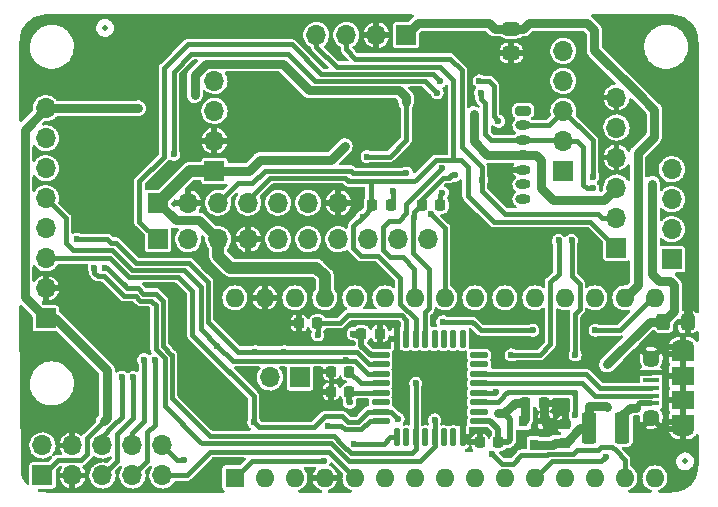
<source format=gbr>
%TF.GenerationSoftware,KiCad,Pcbnew,5.99.0-unknown-04793924d~104~ubuntu20.04.1*%
%TF.CreationDate,2020-11-08T20:52:42+01:00*%
%TF.ProjectId,co2mon,636f326d-6f6e-42e6-9b69-6361645f7063,rev?*%
%TF.SameCoordinates,Original*%
%TF.FileFunction,Copper,L1,Top*%
%TF.FilePolarity,Positive*%
%FSLAX46Y46*%
G04 Gerber Fmt 4.6, Leading zero omitted, Abs format (unit mm)*
G04 Created by KiCad (PCBNEW 5.99.0-unknown-04793924d~104~ubuntu20.04.1) date 2020-11-08 20:52:42*
%MOMM*%
%LPD*%
G01*
G04 APERTURE LIST*
G04 Aperture macros list*
%AMRoundRect*
0 Rectangle with rounded corners*
0 $1 Rounding radius*
0 $2 $3 $4 $5 $6 $7 $8 $9 X,Y pos of 4 corners*
0 Add a 4 corners polygon primitive as box body*
4,1,4,$2,$3,$4,$5,$6,$7,$8,$9,$2,$3,0*
0 Add four circle primitives for the rounded corners*
1,1,$1+$1,$2,$3,0*
1,1,$1+$1,$4,$5,0*
1,1,$1+$1,$6,$7,0*
1,1,$1+$1,$8,$9,0*
0 Add four rect primitives between the rounded corners*
20,1,$1+$1,$2,$3,$4,$5,0*
20,1,$1+$1,$4,$5,$6,$7,0*
20,1,$1+$1,$6,$7,$8,$9,0*
20,1,$1+$1,$8,$9,$2,$3,0*%
G04 Aperture macros list end*
%TA.AperFunction,ComponentPad*%
%ADD10R,1.700000X1.700000*%
%TD*%
%TA.AperFunction,ComponentPad*%
%ADD11O,1.700000X1.700000*%
%TD*%
%TA.AperFunction,SMDPad,CuDef*%
%ADD12C,0.500000*%
%TD*%
%TA.AperFunction,SMDPad,CuDef*%
%ADD13RoundRect,0.125000X-0.625000X-0.125000X0.625000X-0.125000X0.625000X0.125000X-0.625000X0.125000X0*%
%TD*%
%TA.AperFunction,SMDPad,CuDef*%
%ADD14RoundRect,0.125000X-0.125000X-0.625000X0.125000X-0.625000X0.125000X0.625000X-0.125000X0.625000X0*%
%TD*%
%TA.AperFunction,SMDPad,CuDef*%
%ADD15RoundRect,0.218750X0.218750X0.256250X-0.218750X0.256250X-0.218750X-0.256250X0.218750X-0.256250X0*%
%TD*%
%TA.AperFunction,ComponentPad*%
%ADD16R,1.600000X1.600000*%
%TD*%
%TA.AperFunction,ComponentPad*%
%ADD17O,1.600000X1.600000*%
%TD*%
%TA.AperFunction,SMDPad,CuDef*%
%ADD18RoundRect,0.218750X-0.218750X-0.256250X0.218750X-0.256250X0.218750X0.256250X-0.218750X0.256250X0*%
%TD*%
%TA.AperFunction,SMDPad,CuDef*%
%ADD19RoundRect,0.250000X0.450000X-0.325000X0.450000X0.325000X-0.450000X0.325000X-0.450000X-0.325000X0*%
%TD*%
%TA.AperFunction,SMDPad,CuDef*%
%ADD20RoundRect,0.218750X-0.256250X0.218750X-0.256250X-0.218750X0.256250X-0.218750X0.256250X0.218750X0*%
%TD*%
%TA.AperFunction,SMDPad,CuDef*%
%ADD21RoundRect,0.250000X0.325000X0.450000X-0.325000X0.450000X-0.325000X-0.450000X0.325000X-0.450000X0*%
%TD*%
%TA.AperFunction,ComponentPad*%
%ADD22RoundRect,0.200000X-0.450000X0.200000X-0.450000X-0.200000X0.450000X-0.200000X0.450000X0.200000X0*%
%TD*%
%TA.AperFunction,ComponentPad*%
%ADD23O,1.300000X0.800000*%
%TD*%
%TA.AperFunction,SMDPad,CuDef*%
%ADD24RoundRect,0.250000X-0.375000X-1.075000X0.375000X-1.075000X0.375000X1.075000X-0.375000X1.075000X0*%
%TD*%
%TA.AperFunction,SMDPad,CuDef*%
%ADD25R,1.350000X0.400000*%
%TD*%
%TA.AperFunction,ComponentPad*%
%ADD26C,1.450000*%
%TD*%
%TA.AperFunction,SMDPad,CuDef*%
%ADD27R,1.900000X1.200000*%
%TD*%
%TA.AperFunction,SMDPad,CuDef*%
%ADD28R,1.900000X1.500000*%
%TD*%
%TA.AperFunction,ComponentPad*%
%ADD29O,1.900000X1.200000*%
%TD*%
%TA.AperFunction,SMDPad,CuDef*%
%ADD30R,0.800000X0.900000*%
%TD*%
%TA.AperFunction,ViaPad*%
%ADD31C,0.600000*%
%TD*%
%TA.AperFunction,Conductor*%
%ADD32C,0.500000*%
%TD*%
%TA.AperFunction,Conductor*%
%ADD33C,0.600000*%
%TD*%
%TA.AperFunction,Conductor*%
%ADD34C,0.400000*%
%TD*%
%TA.AperFunction,Conductor*%
%ADD35C,0.800000*%
%TD*%
%TA.AperFunction,Conductor*%
%ADD36C,1.000000*%
%TD*%
G04 APERTURE END LIST*
D10*
%TO.P,J4,1,Pin_1*%
%TO.N,/SDA*%
X140800000Y-115000000D03*
D11*
%TO.P,J4,2,Pin_2*%
%TO.N,/SCL*%
X140800000Y-112460000D03*
%TO.P,J4,3,Pin_3*%
%TO.N,+5V*%
X140800000Y-109920000D03*
%TO.P,J4,4,Pin_4*%
%TO.N,GND*%
X140800000Y-107380000D03*
%TO.P,J4,5,Pin_5*%
%TO.N,Net-(J4-Pad5)*%
X140800000Y-104840000D03*
%TO.P,J4,6,Pin_6*%
%TO.N,GND*%
X140800000Y-102300000D03*
%TD*%
D12*
%TO.P,FID1,*%
%TO.N,*%
X97500000Y-96400000D03*
%TD*%
D10*
%TO.P,JP1,1,A*%
%TO.N,/BOOT0*%
X114000000Y-126000000D03*
D11*
%TO.P,JP1,2,B*%
%TO.N,+3V3*%
X111460000Y-126000000D03*
%TD*%
D12*
%TO.P,FID4,*%
%TO.N,*%
X146600000Y-133100000D03*
%TD*%
D13*
%TO.P,U2,1,VDD*%
%TO.N,+3V3*%
X120825000Y-124100000D03*
%TO.P,U2,2,PF0*%
%TO.N,/~TFT_RST*%
X120825000Y-124900000D03*
%TO.P,U2,3,PF1*%
%TO.N,/TFT_A0*%
X120825000Y-125700000D03*
%TO.P,U2,4,NRST*%
%TO.N,/~RST_STM32*%
X120825000Y-126500000D03*
%TO.P,U2,5,VDDA*%
%TO.N,+3V3*%
X120825000Y-127300000D03*
%TO.P,U2,6,PA0*%
%TO.N,Net-(U2-Pad6)*%
X120825000Y-128100000D03*
%TO.P,U2,7,PA1*%
%TO.N,/~TFT_CS*%
X120825000Y-128900000D03*
%TO.P,U2,8,PA2*%
%TO.N,/MCU_TX2*%
X120825000Y-129700000D03*
D14*
%TO.P,U2,9,PA3*%
%TO.N,/MCU_RX2*%
X122200000Y-131075000D03*
%TO.P,U2,10,PA4*%
%TO.N,Net-(U2-Pad10)*%
X123000000Y-131075000D03*
%TO.P,U2,11,PA5*%
%TO.N,/SCK*%
X123800000Y-131075000D03*
%TO.P,U2,12,PA6*%
%TO.N,Net-(U2-Pad12)*%
X124600000Y-131075000D03*
%TO.P,U2,13,PA7*%
%TO.N,/MOSI*%
X125400000Y-131075000D03*
%TO.P,U2,14,PB0*%
%TO.N,Net-(U2-Pad14)*%
X126200000Y-131075000D03*
%TO.P,U2,15,PB1*%
%TO.N,Net-(U2-Pad15)*%
X127000000Y-131075000D03*
%TO.P,U2,16,VSS*%
%TO.N,GND*%
X127800000Y-131075000D03*
D13*
%TO.P,U2,17,VDDIO2*%
%TO.N,+3V3*%
X129175000Y-129700000D03*
%TO.P,U2,18,PA8*%
%TO.N,Net-(U2-Pad18)*%
X129175000Y-128900000D03*
%TO.P,U2,19,PA9*%
%TO.N,/MCU_TX*%
X129175000Y-128100000D03*
%TO.P,U2,20,PA10*%
%TO.N,/MCU_RX*%
X129175000Y-127300000D03*
%TO.P,U2,21,PA11*%
%TO.N,/USB_DM*%
X129175000Y-126500000D03*
%TO.P,U2,22,PA12*%
%TO.N,/USB_DP*%
X129175000Y-125700000D03*
%TO.P,U2,23,PA13*%
%TO.N,/SWDIO*%
X129175000Y-124900000D03*
%TO.P,U2,24,PA14*%
%TO.N,/SWCLK*%
X129175000Y-124100000D03*
D14*
%TO.P,U2,25,PA15*%
%TO.N,Net-(U2-Pad25)*%
X127800000Y-122725000D03*
%TO.P,U2,26,PB3*%
%TO.N,Net-(U2-Pad26)*%
X127000000Y-122725000D03*
%TO.P,U2,27,PB4*%
%TO.N,Net-(U2-Pad27)*%
X126200000Y-122725000D03*
%TO.P,U2,28,PB5*%
%TO.N,Net-(U2-Pad28)*%
X125400000Y-122725000D03*
%TO.P,U2,29,PB6*%
%TO.N,/SCL*%
X124600000Y-122725000D03*
%TO.P,U2,30,PB7*%
%TO.N,/SDA*%
X123800000Y-122725000D03*
%TO.P,U2,31,PB8*%
%TO.N,/BOOT0*%
X123000000Y-122725000D03*
%TO.P,U2,32,VSSA*%
%TO.N,GND*%
X122200000Y-122725000D03*
%TD*%
D15*
%TO.P,C5,1*%
%TO.N,/~RST_STM32*%
X118187500Y-125500000D03*
%TO.P,C5,2*%
%TO.N,GND*%
X116612500Y-125500000D03*
%TD*%
D16*
%TO.P,A1,1,D1/TX*%
%TO.N,/MCU_TX2*%
X108500000Y-134500000D03*
D17*
%TO.P,A1,2,D0/RX*%
%TO.N,Net-(A1-Pad2)*%
X111040000Y-134500000D03*
%TO.P,A1,3,~RESET*%
%TO.N,Net-(A1-Pad3)*%
X113580000Y-134500000D03*
%TO.P,A1,4,GND*%
%TO.N,GND*%
X116120000Y-134500000D03*
%TO.P,A1,5,D2*%
%TO.N,/MCU_RX2*%
X118660000Y-134500000D03*
%TO.P,A1,6,D3*%
%TO.N,Net-(A1-Pad6)*%
X121200000Y-134500000D03*
%TO.P,A1,7,D4*%
%TO.N,Net-(A1-Pad7)*%
X123740000Y-134500000D03*
%TO.P,A1,8,D5*%
%TO.N,Net-(A1-Pad8)*%
X126280000Y-134500000D03*
%TO.P,A1,9,D6*%
%TO.N,Net-(A1-Pad9)*%
X128820000Y-134500000D03*
%TO.P,A1,10,D7*%
%TO.N,Net-(A1-Pad10)*%
X131360000Y-134500000D03*
%TO.P,A1,11,D8*%
%TO.N,/AVR_RX*%
X133900000Y-134500000D03*
%TO.P,A1,12,D9*%
%TO.N,/AVR_TX*%
X136440000Y-134500000D03*
%TO.P,A1,13,D10*%
%TO.N,Net-(A1-Pad13)*%
X138980000Y-134500000D03*
%TO.P,A1,14,D11*%
%TO.N,/AVR_MOSI*%
X141520000Y-134500000D03*
%TO.P,A1,15,D12*%
%TO.N,Net-(A1-Pad15)*%
X144060000Y-134500000D03*
%TO.P,A1,16,D13*%
%TO.N,/AVR_SCK*%
X144060000Y-119260000D03*
%TO.P,A1,17,3V3*%
%TO.N,+3V3*%
X141520000Y-119260000D03*
%TO.P,A1,18,AREF*%
%TO.N,Net-(A1-Pad18)*%
X138980000Y-119260000D03*
%TO.P,A1,19,A0*%
%TO.N,Net-(A1-Pad19)*%
X136440000Y-119260000D03*
%TO.P,A1,20,A1*%
%TO.N,Net-(A1-Pad20)*%
X133900000Y-119260000D03*
%TO.P,A1,21,A2*%
%TO.N,/~TFT_RST_5V*%
X131360000Y-119260000D03*
%TO.P,A1,22,A3*%
%TO.N,/TFT_A0_5V*%
X128820000Y-119260000D03*
%TO.P,A1,23,A4*%
%TO.N,/AVR_SDA*%
X126280000Y-119260000D03*
%TO.P,A1,24,A5*%
%TO.N,/AVR_SCL*%
X123740000Y-119260000D03*
%TO.P,A1,25,A6*%
%TO.N,Net-(A1-Pad25)*%
X121200000Y-119260000D03*
%TO.P,A1,26,A7*%
%TO.N,Net-(A1-Pad26)*%
X118660000Y-119260000D03*
%TO.P,A1,27,+5V*%
%TO.N,+5V*%
X116120000Y-119260000D03*
%TO.P,A1,28,~RESET*%
%TO.N,Net-(A1-Pad28)*%
X113580000Y-119260000D03*
%TO.P,A1,29,GND*%
%TO.N,GND*%
X111040000Y-119260000D03*
%TO.P,A1,30,VIN*%
%TO.N,Net-(A1-Pad30)*%
X108500000Y-119260000D03*
%TD*%
D18*
%TO.P,R19,1*%
%TO.N,GND*%
X113912500Y-121400000D03*
%TO.P,R19,2*%
%TO.N,/BOOT0*%
X115487500Y-121400000D03*
%TD*%
D19*
%TO.P,C2,1*%
%TO.N,GND*%
X131900000Y-98525000D03*
%TO.P,C2,2*%
%TO.N,+3V3*%
X131900000Y-96475000D03*
%TD*%
D20*
%TO.P,C3,1*%
%TO.N,GND*%
X136470000Y-129942500D03*
%TO.P,C3,2*%
%TO.N,+5V*%
X136470000Y-131517500D03*
%TD*%
D10*
%TO.P,J3,1,Pin_1*%
%TO.N,+5V*%
X106760000Y-108500000D03*
D11*
%TO.P,J3,2,Pin_2*%
%TO.N,GND*%
X106760000Y-105960000D03*
%TO.P,J3,3,Pin_3*%
%TO.N,Net-(J3-Pad3)*%
X106760000Y-103420000D03*
%TO.P,J3,4,Pin_4*%
%TO.N,Net-(J3-Pad4)*%
X106760000Y-100880000D03*
%TD*%
D18*
%TO.P,R21,1*%
%TO.N,/SDA*%
X120112500Y-111400000D03*
%TO.P,R21,2*%
%TO.N,+3V3*%
X121687500Y-111400000D03*
%TD*%
D10*
%TO.P,J5,1,Pin_1*%
%TO.N,/MCU_RX*%
X102000000Y-114300000D03*
D11*
%TO.P,J5,2,Pin_2*%
%TO.N,/MCU_TX*%
X104540000Y-114300000D03*
%TO.P,J5,3,Pin_3*%
%TO.N,+5V*%
X107080000Y-114300000D03*
%TO.P,J5,4,Pin_4*%
%TO.N,GND*%
X109620000Y-114300000D03*
%TO.P,J5,5,Pin_5*%
%TO.N,Net-(J5-Pad5)*%
X112160000Y-114300000D03*
%TO.P,J5,6,Pin_6*%
%TO.N,Net-(J5-Pad6)*%
X114700000Y-114300000D03*
%TO.P,J5,7,Pin_7*%
%TO.N,Net-(J5-Pad7)*%
X117240000Y-114300000D03*
%TO.P,J5,8,Pin_8*%
%TO.N,Net-(J5-Pad8)*%
X119780000Y-114300000D03*
%TO.P,J5,9,Pin_9*%
%TO.N,Net-(J5-Pad9)*%
X122320000Y-114300000D03*
%TO.P,J5,10,Pin_10*%
%TO.N,Net-(J5-Pad10)*%
X124860000Y-114300000D03*
%TD*%
D18*
%TO.P,C6,1*%
%TO.N,GND*%
X116612500Y-127200000D03*
%TO.P,C6,2*%
%TO.N,+3V3*%
X118187500Y-127200000D03*
%TD*%
D15*
%TO.P,C8,1*%
%TO.N,GND*%
X120787500Y-122300000D03*
%TO.P,C8,2*%
%TO.N,+3V3*%
X119212500Y-122300000D03*
%TD*%
D10*
%TO.P,J9,1,Pin_1*%
%TO.N,+3V3*%
X92200000Y-134300000D03*
D11*
%TO.P,J9,2,Pin_2*%
%TO.N,+5V*%
X92200000Y-131760000D03*
%TO.P,J9,3,Pin_3*%
%TO.N,GND*%
X94740000Y-134300000D03*
%TO.P,J9,4,Pin_4*%
X94740000Y-131760000D03*
%TO.P,J9,5,Pin_5*%
%TO.N,/SDA*%
X97280000Y-134300000D03*
%TO.P,J9,6,Pin_6*%
%TO.N,/SCL*%
X97280000Y-131760000D03*
%TO.P,J9,7,Pin_7*%
%TO.N,/MCU_TX*%
X99820000Y-134300000D03*
%TO.P,J9,8,Pin_8*%
%TO.N,/MCU_RX*%
X99820000Y-131760000D03*
%TO.P,J9,9,Pin_9*%
%TO.N,/MCU_RX2*%
X102360000Y-134300000D03*
%TO.P,J9,10,Pin_10*%
%TO.N,/MCU_TX2*%
X102360000Y-131760000D03*
%TD*%
D15*
%TO.P,C4,1*%
%TO.N,GND*%
X134657500Y-128130000D03*
%TO.P,C4,2*%
%TO.N,+3V3*%
X133082500Y-128130000D03*
%TD*%
D21*
%TO.P,C1,1*%
%TO.N,GND*%
X146825000Y-121300000D03*
%TO.P,C1,2*%
%TO.N,+5V*%
X144775000Y-121300000D03*
%TD*%
D22*
%TO.P,J2,1,Pin_1*%
%TO.N,Net-(J2-Pad1)*%
X132900000Y-103400000D03*
D23*
%TO.P,J2,2,Pin_2*%
%TO.N,/MCU_RX*%
X132900000Y-104650000D03*
%TO.P,J2,3,Pin_3*%
%TO.N,/MCU_TX*%
X132900000Y-105900000D03*
%TO.P,J2,4,Pin_4*%
%TO.N,+5V*%
X132900000Y-107150000D03*
%TO.P,J2,5,Pin_5*%
%TO.N,GND*%
X132900000Y-108400000D03*
%TO.P,J2,6,Pin_6*%
%TO.N,Net-(J2-Pad6)*%
X132900000Y-109650000D03*
%TO.P,J2,7,Pin_7*%
%TO.N,Net-(J2-Pad7)*%
X132900000Y-110900000D03*
%TD*%
D24*
%TO.P,F1,1*%
%TO.N,+5V*%
X138500000Y-130300000D03*
%TO.P,F1,2*%
%TO.N,Net-(F1-Pad2)*%
X141300000Y-130300000D03*
%TD*%
D10*
%TO.P,J6,1,Pin_1*%
%TO.N,Net-(J6-Pad1)*%
X136300000Y-108500000D03*
D11*
%TO.P,J6,2,Pin_2*%
%TO.N,/MCU_TX*%
X136300000Y-105960000D03*
%TO.P,J6,3,Pin_3*%
%TO.N,/MCU_RX*%
X136300000Y-103420000D03*
%TO.P,J6,4,Pin_4*%
%TO.N,Net-(J6-Pad4)*%
X136300000Y-100880000D03*
%TO.P,J6,5,Pin_5*%
%TO.N,Net-(J6-Pad5)*%
X136300000Y-98340000D03*
%TD*%
D25*
%TO.P,J7,1,VBUS*%
%TO.N,Net-(F1-Pad2)*%
X143737500Y-128200000D03*
%TO.P,J7,2,D-*%
%TO.N,/USB_DM*%
X143737500Y-127550000D03*
%TO.P,J7,3,D+*%
%TO.N,/USB_DP*%
X143737500Y-126900000D03*
%TO.P,J7,4,ID*%
%TO.N,Net-(J7-Pad4)*%
X143737500Y-126250000D03*
%TO.P,J7,5,GND*%
%TO.N,GND*%
X143737500Y-125600000D03*
D26*
%TO.P,J7,6,Shield*%
X143737500Y-124400000D03*
D27*
X146437500Y-129800000D03*
D26*
X143737500Y-129400000D03*
D28*
X146437500Y-125900000D03*
D27*
X146437500Y-124000000D03*
D28*
X146437500Y-127900000D03*
D29*
X146437500Y-130400000D03*
X146437500Y-123400000D03*
%TD*%
D10*
%TO.P,J1,1,Pin_1*%
%TO.N,+5V*%
X102000000Y-111200000D03*
D11*
%TO.P,J1,2,Pin_2*%
%TO.N,GND*%
X104540000Y-111200000D03*
%TO.P,J1,3,Pin_3*%
%TO.N,/SCL*%
X107080000Y-111200000D03*
%TO.P,J1,4,Pin_4*%
%TO.N,/SDA*%
X109620000Y-111200000D03*
%TO.P,J1,5,Pin_5*%
%TO.N,/SCD30_RDY*%
X112160000Y-111200000D03*
%TO.P,J1,6,Pin_6*%
%TO.N,Net-(J1-Pad6)*%
X114700000Y-111200000D03*
%TO.P,J1,7,Pin_7*%
%TO.N,GND*%
X117240000Y-111200000D03*
%TD*%
D30*
%TO.P,U1,1,GND*%
%TO.N,GND*%
X134800000Y-129700000D03*
%TO.P,U1,2,VO*%
%TO.N,+3V3*%
X132900000Y-129700000D03*
%TO.P,U1,3,VI*%
%TO.N,+5V*%
X133850000Y-131700000D03*
%TD*%
D18*
%TO.P,R20,1*%
%TO.N,/SCL*%
X124312500Y-111400000D03*
%TO.P,R20,2*%
%TO.N,+3V3*%
X125887500Y-111400000D03*
%TD*%
%TO.P,C7,1*%
%TO.N,GND*%
X129212500Y-131500000D03*
%TO.P,C7,2*%
%TO.N,+3V3*%
X130787500Y-131500000D03*
%TD*%
D10*
%TO.P,J10,1,Pin_1*%
%TO.N,+3V3*%
X92500000Y-121000000D03*
D11*
%TO.P,J10,2,Pin_2*%
%TO.N,GND*%
X92500000Y-118460000D03*
%TO.P,J10,3,Pin_3*%
%TO.N,/~TFT_CS*%
X92500000Y-115920000D03*
%TO.P,J10,4,Pin_4*%
%TO.N,/~TFT_RST*%
X92500000Y-113380000D03*
%TO.P,J10,5,Pin_5*%
%TO.N,/TFT_A0*%
X92500000Y-110840000D03*
%TO.P,J10,6,Pin_6*%
%TO.N,/MOSI*%
X92500000Y-108300000D03*
%TO.P,J10,7,Pin_7*%
%TO.N,/SCK*%
X92500000Y-105760000D03*
%TO.P,J10,8,Pin_8*%
%TO.N,+3V3*%
X92500000Y-103220000D03*
%TD*%
D10*
%TO.P,J8,1,Pin_1*%
%TO.N,Net-(J8-Pad1)*%
X145500000Y-116000000D03*
D11*
%TO.P,J8,2,Pin_2*%
%TO.N,Net-(J8-Pad2)*%
X145500000Y-113460000D03*
%TO.P,J8,3,Pin_3*%
%TO.N,Net-(J8-Pad3)*%
X145500000Y-110920000D03*
%TO.P,J8,4,Pin_4*%
%TO.N,Net-(J8-Pad4)*%
X145500000Y-108380000D03*
%TD*%
D10*
%TO.P,J11,1,Pin_1*%
%TO.N,+3V3*%
X123000000Y-97000000D03*
D11*
%TO.P,J11,2,Pin_2*%
%TO.N,GND*%
X120460000Y-97000000D03*
%TO.P,J11,3,Pin_3*%
%TO.N,/SCL*%
X117920000Y-97000000D03*
%TO.P,J11,4,Pin_4*%
%TO.N,/SDA*%
X115380000Y-97000000D03*
%TD*%
D31*
%TO.N,GND*%
X101200000Y-118200000D03*
X140500000Y-98200000D03*
X104200000Y-106800000D03*
X100000000Y-107400000D03*
X93500000Y-122700000D03*
X112800000Y-106500000D03*
X96900000Y-118300000D03*
X95900000Y-107900000D03*
X136300000Y-122900000D03*
X117500000Y-98900000D03*
X108300000Y-104800000D03*
X129900000Y-121000000D03*
X101700000Y-100600000D03*
X105400000Y-127000000D03*
X131500000Y-132400000D03*
X127400000Y-113200000D03*
X100700000Y-120500000D03*
X127800000Y-129900000D03*
X101300000Y-109600000D03*
X120800000Y-121500000D03*
X103700000Y-97400000D03*
X142300000Y-125600000D03*
X94000000Y-109700000D03*
X108300000Y-100400000D03*
X127200000Y-110200000D03*
X131600000Y-103700000D03*
X99700000Y-111400000D03*
X127900000Y-127700000D03*
X127500000Y-124600000D03*
X131400000Y-111000000D03*
X127100000Y-120500000D03*
X145200000Y-104500000D03*
X138900000Y-125300000D03*
X107500000Y-133100000D03*
X127100000Y-115100000D03*
X104400000Y-135200000D03*
X112500000Y-127100000D03*
X98700000Y-124800000D03*
X143700000Y-108400000D03*
X131100000Y-122900000D03*
X110800000Y-96800000D03*
X134600000Y-97100000D03*
X95900000Y-111600000D03*
X100700000Y-122900000D03*
X124600000Y-129000000D03*
X116100000Y-106500000D03*
X121900000Y-102700000D03*
X95900000Y-113500000D03*
X134800000Y-130700000D03*
X142000000Y-132200000D03*
X118100000Y-107600000D03*
X127100000Y-116600000D03*
X94600000Y-102100000D03*
X130500000Y-105100000D03*
X125000000Y-124200000D03*
X90700000Y-103300000D03*
X135600000Y-128100000D03*
X112500000Y-100900000D03*
X137600000Y-97100000D03*
X96700000Y-127300000D03*
X100600000Y-96100000D03*
X124300000Y-102300000D03*
X138600000Y-117300000D03*
X146900000Y-119900000D03*
X136300000Y-121100000D03*
X97100000Y-123200000D03*
X140600000Y-121100000D03*
X138700000Y-104300000D03*
X120800000Y-123200000D03*
X119500000Y-106300000D03*
X138400000Y-121100000D03*
X93700000Y-104500000D03*
X129400000Y-113200000D03*
X134400000Y-117000000D03*
X131000000Y-117600000D03*
X132900000Y-121000000D03*
X117400000Y-126300000D03*
X111900000Y-129200000D03*
X136400000Y-128800000D03*
X106900000Y-135200000D03*
X104200000Y-104200000D03*
X146500000Y-134700000D03*
X109000000Y-122500000D03*
X90700000Y-120900000D03*
X122200000Y-123900000D03*
X113500000Y-109900000D03*
X115900000Y-115500000D03*
X94400000Y-106200000D03*
X126100000Y-104800000D03*
X98200000Y-110300000D03*
X123000000Y-129000000D03*
X99800000Y-104400000D03*
X98300000Y-113600000D03*
X129900000Y-130600000D03*
X127900000Y-99000000D03*
X118600000Y-129000000D03*
X117600000Y-117300000D03*
X104100000Y-101500000D03*
X122400000Y-127000000D03*
X142700000Y-131100000D03*
X134500000Y-113700000D03*
X147300000Y-105500000D03*
X110500000Y-100900000D03*
X147300000Y-101800000D03*
X98900000Y-97300000D03*
X107400000Y-126900000D03*
X142500000Y-104500000D03*
X114900000Y-118100000D03*
X115700000Y-127100000D03*
X113500000Y-112700000D03*
X90800000Y-133000000D03*
X130600000Y-124900000D03*
X108300000Y-102200000D03*
X106900000Y-120500000D03*
X120500000Y-116700000D03*
X133000000Y-130700000D03*
X90700000Y-122900000D03*
X127800000Y-125800000D03*
X107200000Y-129200000D03*
X106900000Y-118500000D03*
X95500000Y-116800000D03*
X141500000Y-117300000D03*
X117700000Y-122800000D03*
X139700000Y-95700000D03*
X122200000Y-121500000D03*
X112500000Y-120400000D03*
X115600000Y-125600000D03*
X130400000Y-109900000D03*
X128700000Y-130500000D03*
X113200000Y-96900000D03*
X128800000Y-122900000D03*
X138000000Y-113700000D03*
X126100000Y-106700000D03*
X95000000Y-121200000D03*
X134100000Y-124900000D03*
X144400000Y-102100000D03*
X108800000Y-107300000D03*
X90800000Y-130300000D03*
X111300000Y-122900000D03*
X134700000Y-102200000D03*
X106000000Y-129200000D03*
X114800000Y-120000000D03*
X128500000Y-102800000D03*
X100300000Y-115200000D03*
X140400000Y-122900000D03*
X133000000Y-123000000D03*
X109000000Y-121100000D03*
X124400000Y-98200000D03*
X126500000Y-129100000D03*
X119500000Y-102650000D03*
X99500000Y-101900000D03*
X117350000Y-104300000D03*
X111300000Y-121200000D03*
X131200000Y-102000000D03*
X126800000Y-97100000D03*
X141300000Y-125600000D03*
X138200000Y-123100000D03*
X94400000Y-111500000D03*
X131900000Y-99600000D03*
X130300000Y-97600000D03*
X115000000Y-129200000D03*
%TO.N,/AVR_SDA*%
X125100000Y-112200000D03*
%TO.N,/AVR_SCL*%
X126000000Y-108300000D03*
%TO.N,+3V3*%
X118500000Y-122300000D03*
X121851288Y-110253349D03*
X126050000Y-110350000D03*
X123000000Y-102700000D03*
X100300000Y-103200000D03*
X130800000Y-129000000D03*
X118200000Y-128100000D03*
X97400000Y-129700000D03*
X105100000Y-102100000D03*
X119700000Y-107300000D03*
%TO.N,/~TFT_CS*%
X110100000Y-129800000D03*
X122300000Y-129500000D03*
%TO.N,/~TFT_RST*%
X95100000Y-114300000D03*
X110224999Y-123824999D03*
X112675001Y-123824999D03*
%TO.N,/TFT_A0*%
X107000000Y-123300000D03*
X117900000Y-124525000D03*
%TO.N,/MOSI*%
X125400000Y-129600000D03*
X96600000Y-116700000D03*
%TO.N,/SCK*%
X97500000Y-116700000D03*
X123800000Y-126500000D03*
%TO.N,+5V*%
X128700000Y-103700000D03*
X140000000Y-124900000D03*
X117800000Y-106400000D03*
X108100000Y-116700000D03*
X140000000Y-128500000D03*
X143800000Y-109600000D03*
%TO.N,/SCL*%
X123700000Y-112500000D03*
X127100000Y-108900000D03*
X129400000Y-109300000D03*
X98900000Y-125969999D03*
X123000000Y-108700000D03*
%TO.N,/SDA*%
X119300000Y-112400000D03*
X99900000Y-126000000D03*
%TO.N,/BOOT0*%
X115500000Y-122400000D03*
%TO.N,/MCU_TX2*%
X116000000Y-133100000D03*
X104200000Y-133000000D03*
X116400000Y-130100000D03*
%TO.N,/MCU_RX2*%
X118600000Y-131600000D03*
%TO.N,/AVR_MOSI*%
X130300000Y-132500000D03*
%TO.N,/AVR_SCK*%
X139000000Y-122000000D03*
X126100000Y-121300000D03*
X133700000Y-122000000D03*
%TO.N,/MCU_RX*%
X125900000Y-100900000D03*
X100800000Y-124500000D03*
X138800000Y-109000000D03*
X130600000Y-127200000D03*
X131900000Y-124100000D03*
X129200000Y-100900000D03*
X135900000Y-114400000D03*
X130800000Y-104300000D03*
%TO.N,/MCU_TX*%
X137297180Y-129200000D03*
X137300000Y-127300000D03*
X103300000Y-107100000D03*
X101700000Y-124500000D03*
X137000000Y-114400000D03*
X138800000Y-110000000D03*
X129300000Y-101900000D03*
X137300000Y-124100000D03*
X125600000Y-101900000D03*
%TO.N,/AVR_RX*%
X139900000Y-132700000D03*
%TD*%
D32*
%TO.N,GND*%
X143737500Y-125600000D02*
X142300000Y-125600000D01*
D33*
X140800000Y-126100000D02*
X141300000Y-125600000D01*
D34*
X116725000Y-126300000D02*
X116612500Y-126412500D01*
X116612500Y-127200000D02*
X115700000Y-127200000D01*
D32*
X122200000Y-122725000D02*
X122200000Y-123900000D01*
X142300000Y-125600000D02*
X141300000Y-125600000D01*
D34*
X116612500Y-126412500D02*
X116612500Y-127200000D01*
D33*
X134657500Y-128130000D02*
X135570000Y-128130000D01*
D35*
X134657500Y-128130000D02*
X134657500Y-129557500D01*
D33*
X130600000Y-124900000D02*
X138500000Y-124900000D01*
D35*
X134657500Y-129557500D02*
X134800000Y-129700000D01*
D34*
X104500000Y-125200000D02*
X104500000Y-123300000D01*
D32*
X129212500Y-131500000D02*
X128300000Y-131500000D01*
D35*
X135042500Y-129942500D02*
X134800000Y-129700000D01*
D33*
X136470000Y-128870000D02*
X136400000Y-128800000D01*
D34*
X116612500Y-125500000D02*
X116612500Y-126412500D01*
D32*
X128300000Y-131500000D02*
X128225000Y-131500000D01*
D35*
X146825000Y-119975000D02*
X146900000Y-119900000D01*
X146825000Y-121300000D02*
X146825000Y-119975000D01*
D34*
X101200000Y-118200000D02*
X103000000Y-118200000D01*
D32*
X127800000Y-131075000D02*
X127800000Y-131400000D01*
D34*
X120787500Y-121412500D02*
X120787500Y-122300000D01*
D33*
X135570000Y-128130000D02*
X135600000Y-128100000D01*
D34*
X105400000Y-127000000D02*
X105400000Y-126100000D01*
D32*
X127800000Y-131075000D02*
X127800000Y-129900000D01*
D35*
X136470000Y-129942500D02*
X135042500Y-129942500D01*
D34*
X104500000Y-123300000D02*
X103700000Y-122500000D01*
X103000000Y-118200000D02*
X103700000Y-118900000D01*
D32*
X128225000Y-131500000D02*
X127800000Y-131075000D01*
D34*
X105400000Y-126100000D02*
X104500000Y-125200000D01*
D33*
X136470000Y-129942500D02*
X136470000Y-128870000D01*
X139700000Y-126100000D02*
X140800000Y-126100000D01*
D34*
X120800000Y-121500000D02*
X120787500Y-121412500D01*
X103700000Y-122500000D02*
X103700000Y-119300000D01*
D32*
X122200000Y-122725000D02*
X122200000Y-121500000D01*
D34*
X117400000Y-126300000D02*
X116725000Y-126300000D01*
X103700000Y-118900000D02*
X103700000Y-119300000D01*
D33*
X138500000Y-124900000D02*
X139700000Y-126100000D01*
D34*
%TO.N,/AVR_SDA*%
X126280000Y-113380000D02*
X125100000Y-112200000D01*
X126280000Y-114020000D02*
X126280000Y-119260000D01*
X126280000Y-114020000D02*
X126280000Y-113380000D01*
%TO.N,/AVR_SCL*%
X121030001Y-114369999D02*
X121030001Y-113269999D01*
X123000000Y-111300000D02*
X126000000Y-108300000D01*
X123000000Y-111500000D02*
X123000000Y-112100000D01*
X121030001Y-114369999D02*
X121030001Y-115169999D01*
X122700000Y-115800000D02*
X121660002Y-115800000D01*
X121565001Y-112734999D02*
X121030001Y-113269999D01*
X123000000Y-111300000D02*
X123000000Y-111500000D01*
X123700000Y-119220000D02*
X123700000Y-116800000D01*
X122365001Y-112734999D02*
X123000000Y-112100000D01*
X121660002Y-115800000D02*
X121030001Y-115169999D01*
X121934999Y-112734999D02*
X122365001Y-112734999D01*
X123700000Y-116800000D02*
X122700000Y-115800000D01*
X123740000Y-119260000D02*
X123700000Y-119220000D01*
X121934999Y-112734999D02*
X121565001Y-112734999D01*
%TO.N,/~RST_STM32*%
X120825000Y-126500000D02*
X119187500Y-126500000D01*
X119187500Y-126500000D02*
X118187500Y-125500000D01*
%TO.N,+3V3*%
X121851288Y-110253349D02*
X121851288Y-111236212D01*
D35*
X106070001Y-99429999D02*
X107829999Y-99429999D01*
D34*
X125887500Y-111400000D02*
X125887500Y-110512500D01*
D35*
X105100000Y-100400000D02*
X106070001Y-99429999D01*
D32*
X118187500Y-127200000D02*
X118187500Y-128087500D01*
D34*
X93489999Y-133010001D02*
X92200000Y-134300000D01*
D35*
X123000000Y-97000000D02*
X124000000Y-96000000D01*
X90700000Y-105020000D02*
X90700000Y-119200000D01*
X130475000Y-96475000D02*
X131900000Y-96475000D01*
D34*
X125887500Y-110512500D02*
X126050000Y-110350000D01*
D35*
X144000000Y-103353998D02*
X144000000Y-105600000D01*
X92500000Y-103220000D02*
X90700000Y-105020000D01*
X97669998Y-125369998D02*
X97150000Y-124850000D01*
D34*
X120825000Y-127300000D02*
X118287500Y-127300000D01*
D35*
X133082500Y-129517500D02*
X132900000Y-129700000D01*
X138923001Y-98276999D02*
X142600000Y-101953998D01*
D32*
X130787500Y-131500000D02*
X130787500Y-130387500D01*
X129175000Y-129700000D02*
X130100000Y-129700000D01*
D35*
X100280000Y-103220000D02*
X100300000Y-103200000D01*
D32*
X130787500Y-131500000D02*
X131600000Y-131500000D01*
X131800000Y-131300000D02*
X131800000Y-129800000D01*
D35*
X132170000Y-128130000D02*
X133082500Y-128130000D01*
X138300000Y-96000000D02*
X138923001Y-96623001D01*
X130800000Y-129000000D02*
X131300000Y-129000000D01*
D34*
X123000000Y-105900000D02*
X121600000Y-107300000D01*
D33*
X119212500Y-122300000D02*
X118500000Y-122300000D01*
D34*
X121851288Y-111236212D02*
X121687500Y-111400000D01*
D32*
X131600000Y-131500000D02*
X131800000Y-131300000D01*
D35*
X144000000Y-105600000D02*
X142600000Y-107000000D01*
D34*
X95489999Y-133010001D02*
X93489999Y-133010001D01*
D35*
X97669998Y-126430002D02*
X97669998Y-129430002D01*
X107829999Y-99429999D02*
X112529999Y-99429999D01*
X132925000Y-96475000D02*
X133400000Y-96000000D01*
D34*
X95990001Y-131109999D02*
X95990001Y-132509999D01*
D35*
X130000000Y-96000000D02*
X124000000Y-96000000D01*
X131300000Y-129000000D02*
X132170000Y-128130000D01*
X142600000Y-118180000D02*
X141520000Y-119260000D01*
D34*
X97400000Y-129700000D02*
X95990001Y-131109999D01*
D35*
X112529999Y-99429999D02*
X114800030Y-101700030D01*
D32*
X131800000Y-129800000D02*
X131800000Y-129500000D01*
X120000000Y-124100000D02*
X119212500Y-123312500D01*
D35*
X130000000Y-96000000D02*
X130400000Y-96400000D01*
X133082500Y-128130000D02*
X133082500Y-129517500D01*
D34*
X121600000Y-107300000D02*
X119700000Y-107300000D01*
D32*
X118187500Y-128087500D02*
X118200000Y-128100000D01*
X130787500Y-130387500D02*
X130100000Y-129700000D01*
D35*
X122424294Y-101700030D02*
X123000000Y-102275736D01*
X114800030Y-101700030D02*
X122424294Y-101700030D01*
X142600000Y-101953998D02*
X144000000Y-103353998D01*
X135600000Y-96000000D02*
X133400000Y-96000000D01*
D34*
X95990001Y-132509999D02*
X95489999Y-133010001D01*
D32*
X131800000Y-129500000D02*
X131300000Y-129000000D01*
D35*
X142600000Y-107000000D02*
X142600000Y-118180000D01*
X135600000Y-96000000D02*
X138300000Y-96000000D01*
D34*
X118287500Y-127300000D02*
X118187500Y-127200000D01*
D32*
X120825000Y-124100000D02*
X120000000Y-124100000D01*
D35*
X93300000Y-121000000D02*
X92500000Y-121000000D01*
D34*
X123000000Y-102700000D02*
X123000000Y-105900000D01*
D35*
X138923001Y-96623001D02*
X138923001Y-98276999D01*
X97669998Y-129430002D02*
X97400000Y-129700000D01*
X123000000Y-102275736D02*
X123000000Y-102700000D01*
X90700000Y-119200000D02*
X92500000Y-121000000D01*
X97150000Y-124850000D02*
X93800000Y-121500000D01*
X97669998Y-126430002D02*
X97669998Y-125369998D01*
X93800000Y-121500000D02*
X93300000Y-121000000D01*
D32*
X119212500Y-123312500D02*
X119212500Y-122300000D01*
D35*
X92500000Y-103220000D02*
X100280000Y-103220000D01*
X131900000Y-96475000D02*
X132925000Y-96475000D01*
X105100000Y-102100000D02*
X105100000Y-100400000D01*
X130400000Y-96400000D02*
X130475000Y-96475000D01*
D34*
%TO.N,/~TFT_CS*%
X113200000Y-130200000D02*
X115200000Y-130200000D01*
X92520010Y-115899990D02*
X92500000Y-115920000D01*
X103700020Y-117500020D02*
X99551478Y-117500020D01*
X110100000Y-127600000D02*
X106000000Y-123500000D01*
X120825000Y-128900000D02*
X119800000Y-128900000D01*
X99551478Y-117500020D02*
X99525729Y-117474271D01*
X104900000Y-121700000D02*
X104900000Y-118700000D01*
X104450000Y-118250000D02*
X103700020Y-117500020D01*
X115200000Y-130200000D02*
X116100000Y-129300000D01*
X118100000Y-129800000D02*
X118300000Y-129800000D01*
X118300000Y-129800000D02*
X118900000Y-129800000D01*
X119800000Y-128900000D02*
X119400000Y-129300000D01*
X95100010Y-115899990D02*
X92520010Y-115899990D01*
X110100000Y-129800000D02*
X110100000Y-127600000D01*
X121700000Y-128900000D02*
X122300000Y-129500000D01*
X120825000Y-128900000D02*
X121700000Y-128900000D01*
X113200000Y-130200000D02*
X112500000Y-130200000D01*
X110500000Y-130200000D02*
X110100000Y-129800000D01*
X104900000Y-122400000D02*
X106000000Y-123500000D01*
X117600000Y-129300000D02*
X118100000Y-129800000D01*
X95100010Y-115899990D02*
X97951448Y-115899990D01*
X104900000Y-118700000D02*
X104450000Y-118250000D01*
X117600000Y-129300000D02*
X116100000Y-129300000D01*
X104900000Y-121700000D02*
X104900000Y-122400000D01*
X97951448Y-115899990D02*
X99525729Y-117474271D01*
X112500000Y-130200000D02*
X110500000Y-130200000D01*
X118900000Y-129800000D02*
X119400000Y-129300000D01*
%TO.N,/~TFT_RST*%
X108724999Y-123824999D02*
X106200000Y-121300000D01*
X106200000Y-121300000D02*
X106200000Y-117900000D01*
X118805747Y-123824999D02*
X112675001Y-123824999D01*
X106200000Y-117900000D02*
X105800000Y-117500000D01*
X120825000Y-124900000D02*
X119880748Y-124900000D01*
X95100000Y-114300000D02*
X97700000Y-114300000D01*
X110224999Y-123824999D02*
X112675001Y-123824999D01*
X119880748Y-124900000D02*
X118880748Y-123900000D01*
X98400000Y-114600000D02*
X100100000Y-116300000D01*
X104600000Y-116300000D02*
X105300000Y-117000000D01*
X105800000Y-117500000D02*
X105300000Y-117000000D01*
X118880748Y-123900000D02*
X118805747Y-123824999D01*
X100100000Y-116300000D02*
X104600000Y-116300000D01*
X98000000Y-114600000D02*
X98400000Y-114600000D01*
X110224999Y-123824999D02*
X108724999Y-123824999D01*
X97700000Y-114300000D02*
X98000000Y-114600000D01*
%TO.N,/TFT_A0*%
X104200010Y-116900010D02*
X99800010Y-116900010D01*
X94200000Y-112540000D02*
X92500000Y-110840000D01*
X105600000Y-121900000D02*
X107000000Y-123300000D01*
X105600000Y-120900000D02*
X105600000Y-118300000D01*
X105600000Y-120900000D02*
X105600000Y-121900000D01*
X105600000Y-118300000D02*
X104200010Y-116900010D01*
X94800000Y-115200000D02*
X94200000Y-114600000D01*
X94200000Y-114600000D02*
X94200000Y-112540000D01*
X110100000Y-124600000D02*
X108300000Y-124600000D01*
X118637560Y-124600000D02*
X119737560Y-125700000D01*
X119737560Y-125700000D02*
X120825000Y-125700000D01*
X110100000Y-124600000D02*
X118637560Y-124600000D01*
X99800010Y-116900010D02*
X98100000Y-115200000D01*
X108300000Y-124600000D02*
X107000000Y-123300000D01*
X98100000Y-115200000D02*
X94800000Y-115200000D01*
%TO.N,/MOSI*%
X101400000Y-119500000D02*
X101800000Y-119900000D01*
X101800000Y-119900000D02*
X101800000Y-123600000D01*
X97412132Y-117412132D02*
X96887868Y-117412132D01*
X96600000Y-116700000D02*
X96600000Y-117124264D01*
X110522813Y-131574271D02*
X116625729Y-131574271D01*
X98350000Y-118350000D02*
X97412132Y-117412132D01*
X102550000Y-128450000D02*
X105550000Y-131450000D01*
X124125000Y-133100000D02*
X125400000Y-131825000D01*
X116625729Y-131574271D02*
X118151458Y-133100000D01*
X100500000Y-119500000D02*
X101400000Y-119500000D01*
X98350000Y-118350000D02*
X99100000Y-119100000D01*
X106825729Y-131574271D02*
X110522813Y-131574271D01*
X99100000Y-119100000D02*
X99300000Y-119100000D01*
X125400000Y-131825000D02*
X125400000Y-131075000D01*
X99300000Y-119100000D02*
X99800000Y-119100000D01*
X99800000Y-119100000D02*
X100100000Y-119100000D01*
X118151458Y-133100000D02*
X124125000Y-133100000D01*
X96600000Y-117124264D02*
X96887868Y-117412132D01*
X125400000Y-131075000D02*
X125400000Y-129600000D01*
X106825729Y-131574271D02*
X105674271Y-131574271D01*
X102550000Y-124350000D02*
X102550000Y-128450000D01*
X100100000Y-119100000D02*
X100500000Y-119500000D01*
X101800000Y-123600000D02*
X102550000Y-124350000D01*
X105674271Y-131574271D02*
X105550000Y-131450000D01*
%TO.N,/SCK*%
X100250000Y-118401458D02*
X99998542Y-118401458D01*
X102400010Y-119500010D02*
X102400010Y-123351468D01*
X103124271Y-124075729D02*
X103150010Y-124101468D01*
X103150010Y-127750010D02*
X103400000Y-128000000D01*
X123500000Y-132400000D02*
X123800000Y-132100000D01*
X100748551Y-118899991D02*
X101799991Y-118899991D01*
X103150010Y-124101468D02*
X103150010Y-127750010D01*
X100748542Y-118900000D02*
X100250000Y-118401458D01*
X102400010Y-123351468D02*
X103124271Y-124075729D01*
X97697084Y-116700000D02*
X99398542Y-118401458D01*
X101799991Y-118899991D02*
X102400010Y-119500010D01*
X99398542Y-118401458D02*
X99998542Y-118401458D01*
X117600000Y-131700000D02*
X116850000Y-130950000D01*
X123500000Y-132400000D02*
X118300000Y-132400000D01*
X123800000Y-131075000D02*
X123800000Y-126500000D01*
X99097084Y-118100000D02*
X99398542Y-118401458D01*
X123800000Y-132100000D02*
X123800000Y-131075000D01*
X100748542Y-118900000D02*
X100748551Y-118899991D01*
X103400000Y-128000000D02*
X106350000Y-130950000D01*
X111950000Y-130950000D02*
X106350000Y-130950000D01*
X97500000Y-116700000D02*
X97697084Y-116700000D01*
X116850000Y-130950000D02*
X111950000Y-130950000D01*
X118300000Y-132400000D02*
X117600000Y-131700000D01*
D35*
%TO.N,+5V*%
X105480000Y-112700000D02*
X107080000Y-114300000D01*
X143600000Y-121300000D02*
X144775000Y-121300000D01*
X116600000Y-107600000D02*
X117800000Y-106400000D01*
D36*
X106760000Y-108500000D02*
X104700000Y-108500000D01*
D35*
X134400000Y-108800000D02*
X134400000Y-110000000D01*
X145700000Y-118200000D02*
X145700000Y-120375000D01*
X134400000Y-107600000D02*
X134400000Y-108800000D01*
X134400000Y-110000000D02*
X135400000Y-111000000D01*
X135400000Y-111000000D02*
X139720000Y-111000000D01*
X109700000Y-108500000D02*
X106760000Y-108500000D01*
X145300000Y-117800000D02*
X145700000Y-118200000D01*
D36*
X115400000Y-116700000D02*
X116120000Y-117420000D01*
D35*
X132900000Y-107150000D02*
X133950000Y-107150000D01*
X139720000Y-111000000D02*
X140800000Y-109920000D01*
D36*
X107080000Y-114300000D02*
X107080000Y-115680000D01*
D35*
X110600000Y-107600000D02*
X109700000Y-108500000D01*
X129850000Y-107150000D02*
X128700000Y-106000000D01*
X136527904Y-131517500D02*
X136470000Y-131517500D01*
X133950000Y-107150000D02*
X134400000Y-107600000D01*
X143800000Y-117200000D02*
X144400000Y-117800000D01*
X128700000Y-106000000D02*
X128700000Y-103700000D01*
X115200000Y-107600000D02*
X110600000Y-107600000D01*
X135400000Y-131700000D02*
X135582500Y-131517500D01*
X144400000Y-117800000D02*
X145300000Y-117800000D01*
X137745404Y-130300000D02*
X136527904Y-131517500D01*
X133850000Y-131700000D02*
X135400000Y-131700000D01*
X138500000Y-130300000D02*
X138500000Y-128400000D01*
X140000000Y-124900000D02*
X143600000Y-121300000D01*
D36*
X104700000Y-108500000D02*
X102000000Y-111200000D01*
D35*
X102000000Y-111200000D02*
X103500000Y-112700000D01*
D36*
X107080000Y-115680000D02*
X108100000Y-116700000D01*
D35*
X136470000Y-131517500D02*
X135582500Y-131517500D01*
D36*
X116120000Y-117420000D02*
X116120000Y-119260000D01*
D35*
X138500000Y-128400000D02*
X139900000Y-128400000D01*
X145700000Y-120375000D02*
X144775000Y-121300000D01*
X139900000Y-128400000D02*
X140000000Y-128500000D01*
X115200000Y-107600000D02*
X116600000Y-107600000D01*
X132900000Y-107150000D02*
X129850000Y-107150000D01*
X143800000Y-109600000D02*
X143800000Y-117200000D01*
X137745404Y-130300000D02*
X138500000Y-130300000D01*
X103500000Y-112700000D02*
X105480000Y-112700000D01*
D36*
X108100000Y-116700000D02*
X115400000Y-116700000D01*
D34*
%TO.N,/SCL*%
X124312500Y-110887500D02*
X126100000Y-109100000D01*
X139590000Y-112460000D02*
X139265000Y-112135000D01*
X117920000Y-98220000D02*
X117920000Y-97000000D01*
X118500000Y-108700000D02*
X118400000Y-108600000D01*
X123700000Y-112012500D02*
X124312500Y-111400000D01*
X118400000Y-108600000D02*
X118290000Y-108490000D01*
X126100000Y-109100000D02*
X126106250Y-109106250D01*
X123000000Y-108700000D02*
X121900000Y-108700000D01*
X124312500Y-111400000D02*
X124312500Y-110887500D01*
X126700000Y-99000000D02*
X118700000Y-99000000D01*
X98900000Y-125969999D02*
X98900000Y-129331384D01*
X118290000Y-108490000D02*
X111010000Y-108490000D01*
X118700000Y-99000000D02*
X117920000Y-98220000D01*
X126106250Y-109106250D02*
X126606250Y-109106250D01*
X127700000Y-106500000D02*
X127700000Y-100000000D01*
X129400000Y-109300000D02*
X129400000Y-108200000D01*
X124940001Y-116840001D02*
X124940001Y-120159999D01*
X124600000Y-122725000D02*
X124600000Y-120500000D01*
X123570001Y-115470001D02*
X124940001Y-116840001D01*
X124600000Y-120500000D02*
X124940001Y-120159999D01*
X129400000Y-108200000D02*
X127700000Y-106500000D01*
X126606250Y-109106250D02*
X126812500Y-108900000D01*
X123570001Y-114829999D02*
X123570001Y-112629999D01*
X108740000Y-109540000D02*
X109960000Y-109540000D01*
X132065000Y-112135000D02*
X131335000Y-112135000D01*
X97311384Y-130920000D02*
X97280000Y-130920000D01*
X121900000Y-108700000D02*
X118500000Y-108700000D01*
X108740000Y-109540000D02*
X107080000Y-111200000D01*
X127700000Y-100000000D02*
X126700000Y-99000000D01*
X123700000Y-112500000D02*
X123700000Y-112012500D01*
X129400000Y-110200000D02*
X129400000Y-109300000D01*
X139265000Y-112135000D02*
X132065000Y-112135000D01*
X97280000Y-130920000D02*
X97280000Y-131760000D01*
X98115692Y-130115692D02*
X97311384Y-130920000D01*
X126812500Y-108900000D02*
X127100000Y-108900000D01*
X123570001Y-112629999D02*
X123700000Y-112500000D01*
X109960000Y-109540000D02*
X111010000Y-108490000D01*
X98900000Y-129331384D02*
X98115692Y-130115692D01*
X123570001Y-114829999D02*
X123570001Y-115470001D01*
X140800000Y-112460000D02*
X139590000Y-112460000D01*
X131335000Y-112135000D02*
X129400000Y-110200000D01*
%TO.N,/SDA*%
X120112500Y-111587500D02*
X119300000Y-112400000D01*
X117100000Y-99700000D02*
X125900000Y-99700000D01*
X109620000Y-110980000D02*
X111500000Y-109100000D01*
X128200000Y-110600000D02*
X129300000Y-111700000D01*
X120112500Y-111400000D02*
X120112500Y-111587500D01*
X99900000Y-126000000D02*
X99900000Y-129400000D01*
X97280000Y-134300000D02*
X98530001Y-133049999D01*
X118490001Y-115009999D02*
X118490001Y-113209999D01*
X129300000Y-111700000D02*
X130400000Y-112800000D01*
X122500000Y-119400000D02*
X122500000Y-117600000D01*
X119999999Y-109400001D02*
X119999999Y-111287499D01*
X123800000Y-122725000D02*
X123800000Y-121051458D01*
X138600000Y-112800000D02*
X140800000Y-115000000D01*
X122500000Y-117600000D02*
X121050000Y-116150000D01*
X119999999Y-111287499D02*
X120112500Y-111400000D01*
X118490001Y-115009999D02*
X119180002Y-115700000D01*
X128200000Y-108200000D02*
X128200000Y-110600000D01*
X127000000Y-107600000D02*
X125500000Y-107600000D01*
X120600000Y-115700000D02*
X121050000Y-116150000D01*
X117812500Y-109100000D02*
X118106250Y-109393750D01*
X127600000Y-107600000D02*
X128200000Y-108200000D01*
X123699999Y-109400001D02*
X122099999Y-109400001D01*
X127000000Y-100800000D02*
X127000000Y-107600000D01*
X123850000Y-109250000D02*
X125500000Y-107600000D01*
X125900000Y-99700000D02*
X126050000Y-99850000D01*
X127600000Y-107600000D02*
X127000000Y-107600000D01*
X98530001Y-133049999D02*
X98530001Y-130769999D01*
X99900000Y-129400000D02*
X98530001Y-130769999D01*
X119180002Y-115700000D02*
X120600000Y-115700000D01*
X109620000Y-111200000D02*
X109620000Y-110980000D01*
X123850000Y-109250000D02*
X123699999Y-109400001D01*
X118112501Y-109400001D02*
X117812500Y-109100000D01*
X119999999Y-109400001D02*
X118112501Y-109400001D01*
X130400000Y-112800000D02*
X138600000Y-112800000D01*
X122500000Y-119751458D02*
X122500000Y-119400000D01*
X122099999Y-109400001D02*
X121800001Y-109400001D01*
X118490001Y-113209999D02*
X119300000Y-112400000D01*
X122099999Y-109400001D02*
X119999999Y-109400001D01*
X115380000Y-97000000D02*
X115380000Y-97980000D01*
X123800000Y-121051458D02*
X122500000Y-119751458D01*
X115380000Y-97980000D02*
X117100000Y-99700000D01*
X111500000Y-109100000D02*
X117812500Y-109100000D01*
X126050000Y-99850000D02*
X127000000Y-100800000D01*
%TO.N,/USB_DP*%
X138200000Y-125700000D02*
X139400000Y-126900000D01*
X138200000Y-125700000D02*
X129175000Y-125700000D01*
X139400000Y-126900000D02*
X143737500Y-126900000D01*
%TO.N,/USB_DM*%
X135300000Y-126500000D02*
X129175000Y-126500000D01*
X138950000Y-127550000D02*
X143737500Y-127550000D01*
X137900000Y-126500000D02*
X135300000Y-126500000D01*
X137900000Y-126500000D02*
X138950000Y-127550000D01*
%TO.N,/BOOT0*%
X115500000Y-122400000D02*
X115500000Y-121412500D01*
X123000000Y-121100000D02*
X123000000Y-122725000D01*
X121500000Y-120700000D02*
X118100000Y-120700000D01*
X115500000Y-121412500D02*
X115487500Y-121400000D01*
X122600000Y-120700000D02*
X123000000Y-121100000D01*
X117400000Y-121400000D02*
X118100000Y-120700000D01*
X121500000Y-120700000D02*
X122600000Y-120700000D01*
X115487500Y-121400000D02*
X117400000Y-121400000D01*
%TO.N,/MCU_TX2*%
X103600000Y-133000000D02*
X102360000Y-131760000D01*
X104200000Y-133000000D02*
X103600000Y-133000000D01*
X119200000Y-130400000D02*
X119900000Y-129700000D01*
X119900000Y-129700000D02*
X120825000Y-129700000D01*
X117500000Y-130100000D02*
X117800000Y-130400000D01*
X109650000Y-133350000D02*
X108500000Y-134500000D01*
X116400000Y-130100000D02*
X117500000Y-130100000D01*
X109900000Y-133100000D02*
X109650000Y-133350000D01*
X117800000Y-130400000D02*
X119200000Y-130400000D01*
X102420000Y-131700000D02*
X102360000Y-131760000D01*
X116000000Y-133100000D02*
X109900000Y-133100000D01*
%TO.N,/MCU_RX2*%
X122200000Y-131075000D02*
X121625000Y-131075000D01*
X111680000Y-132320000D02*
X106380000Y-132320000D01*
X102360000Y-134300000D02*
X104400000Y-134300000D01*
X118600000Y-131600000D02*
X121100000Y-131600000D01*
X116660000Y-132500000D02*
X118660000Y-134500000D01*
X104400000Y-134300000D02*
X105950000Y-132750000D01*
X116480000Y-132320000D02*
X116080000Y-132320000D01*
X106380000Y-132320000D02*
X105950000Y-132750000D01*
X121100000Y-131600000D02*
X121625000Y-131075000D01*
X116080000Y-132320000D02*
X111680000Y-132320000D01*
X116480000Y-132320000D02*
X116660000Y-132500000D01*
%TO.N,/AVR_MOSI*%
X141520000Y-132980000D02*
X140720000Y-132180000D01*
X133349990Y-132550010D02*
X134949990Y-132550010D01*
X135000000Y-132500000D02*
X137100000Y-132500000D01*
X139220000Y-132180000D02*
X139500000Y-131900000D01*
X138620000Y-132180000D02*
X137420000Y-132180000D01*
X131099999Y-133299999D02*
X130300000Y-132500000D01*
X134949990Y-132550010D02*
X135000000Y-132500000D01*
X133349990Y-132550010D02*
X132750010Y-132550010D01*
X131099999Y-133299999D02*
X132000021Y-133299999D01*
X140440000Y-131900000D02*
X140720000Y-132180000D01*
X132000021Y-133299999D02*
X132750010Y-132550010D01*
X137420000Y-132180000D02*
X137100000Y-132500000D01*
X141520000Y-134500000D02*
X141520000Y-132980000D01*
X139500000Y-131900000D02*
X140440000Y-131900000D01*
X138620000Y-132180000D02*
X139220000Y-132180000D01*
%TO.N,/AVR_SCK*%
X129300000Y-122000000D02*
X133700000Y-122000000D01*
X141068616Y-122000000D02*
X143808616Y-119260000D01*
X139000000Y-122000000D02*
X141068616Y-122000000D01*
X128600000Y-121300000D02*
X128800000Y-121500000D01*
X143808616Y-119260000D02*
X144060000Y-119260000D01*
X128800000Y-121500000D02*
X129300000Y-122000000D01*
X126100000Y-121300000D02*
X128600000Y-121300000D01*
D35*
%TO.N,Net-(F1-Pad2)*%
X141300000Y-129200000D02*
X141950000Y-128550000D01*
X141300000Y-130300000D02*
X141300000Y-129300000D01*
D32*
X143737500Y-128200000D02*
X142800000Y-128200000D01*
X142800000Y-128200000D02*
X142450000Y-128550000D01*
D35*
X141950000Y-128550000D02*
X142450000Y-128550000D01*
X141300000Y-129300000D02*
X141300000Y-129200000D01*
D34*
%TO.N,/MCU_RX*%
X113300000Y-97800000D02*
X104500000Y-97800000D01*
X134300000Y-124100000D02*
X131900000Y-124100000D01*
X135070000Y-104650000D02*
X136300000Y-103420000D01*
X130400000Y-101300000D02*
X130000000Y-100900000D01*
X130400000Y-103900000D02*
X130800000Y-104300000D01*
X130400000Y-101700000D02*
X130400000Y-103900000D01*
X130000000Y-100900000D02*
X129200000Y-100900000D01*
X99820000Y-131760000D02*
X99820000Y-130680000D01*
X102500000Y-107300000D02*
X100400000Y-109400000D01*
X135200000Y-123200000D02*
X134300000Y-124100000D01*
X124199990Y-100300010D02*
X125300010Y-100300010D01*
X138800000Y-105920000D02*
X136300000Y-103420000D01*
X138800000Y-109000000D02*
X138800000Y-107700000D01*
X138800000Y-107700000D02*
X138800000Y-105920000D01*
X101900000Y-114300000D02*
X102000000Y-114300000D01*
X135900000Y-114400000D02*
X135900000Y-117200000D01*
X132900000Y-104650000D02*
X135070000Y-104650000D01*
X124199990Y-100300010D02*
X115800010Y-100300010D01*
X130400000Y-101700000D02*
X130400000Y-101300000D01*
X125300010Y-100300010D02*
X125900000Y-100900000D01*
X104500000Y-97800000D02*
X102500000Y-99800000D01*
X115800010Y-100300010D02*
X113300000Y-97800000D01*
X100400000Y-109400000D02*
X100400000Y-112800000D01*
X102500000Y-99800000D02*
X102500000Y-107300000D01*
X135900000Y-117200000D02*
X135200000Y-117900000D01*
X99820000Y-130680000D02*
X100800000Y-129700000D01*
X135200000Y-117900000D02*
X135200000Y-123200000D01*
X100400000Y-112800000D02*
X101900000Y-114300000D01*
X130500000Y-127300000D02*
X130600000Y-127200000D01*
X100800000Y-124500000D02*
X100800000Y-129700000D01*
X129175000Y-127300000D02*
X130500000Y-127300000D01*
%TO.N,/MCU_TX*%
X131068001Y-127768001D02*
X130736002Y-128100000D01*
X138000000Y-108775736D02*
X138000000Y-109700000D01*
X132900000Y-105900000D02*
X136240000Y-105900000D01*
X101700000Y-124500000D02*
X101700000Y-130000000D01*
X124600020Y-100900020D02*
X125600000Y-101900000D01*
X129700000Y-102800000D02*
X129700000Y-104500000D01*
X115300020Y-100900020D02*
X124600020Y-100900020D01*
X132900000Y-105900000D02*
X130200000Y-105900000D01*
X137000000Y-114400000D02*
X137000000Y-117400000D01*
X101070001Y-133049999D02*
X99820000Y-134300000D01*
X131581012Y-127254990D02*
X137254990Y-127254990D01*
X131400000Y-127436002D02*
X131068001Y-127768001D01*
X103300000Y-107100000D02*
X103300000Y-100100000D01*
X129700000Y-105400000D02*
X129700000Y-104500000D01*
X103300000Y-100100000D02*
X104800000Y-98600000D01*
X129300000Y-102400000D02*
X129300000Y-101900000D01*
X131400000Y-127436002D02*
X131581012Y-127254990D01*
X137300000Y-120600000D02*
X137300000Y-124100000D01*
X137297180Y-129200000D02*
X137297180Y-127302820D01*
X136240000Y-105900000D02*
X136300000Y-105960000D01*
X129700000Y-102800000D02*
X129300000Y-102400000D01*
X101070001Y-130629999D02*
X101070001Y-133049999D01*
X101700000Y-130000000D02*
X101070001Y-130629999D01*
X113000000Y-98600000D02*
X115300020Y-100900020D01*
X137254990Y-127254990D02*
X137300000Y-127300000D01*
X137000000Y-117400000D02*
X137700000Y-118100000D01*
X137297180Y-127302820D02*
X137300000Y-127300000D01*
X138800000Y-110000000D02*
X138300000Y-110000000D01*
X130736002Y-128100000D02*
X129175000Y-128100000D01*
X137460000Y-105960000D02*
X138000000Y-106500000D01*
X136300000Y-105960000D02*
X137460000Y-105960000D01*
X137700000Y-118100000D02*
X137700000Y-120200000D01*
X137700000Y-120200000D02*
X137300000Y-120600000D01*
X104800000Y-98600000D02*
X113000000Y-98600000D01*
X130200000Y-105900000D02*
X129700000Y-105400000D01*
X138000000Y-109700000D02*
X138300000Y-110000000D01*
X138000000Y-108775736D02*
X138000000Y-106500000D01*
%TO.N,/AVR_RX*%
X139499990Y-133100010D02*
X139900000Y-132700000D01*
X138299990Y-133100010D02*
X135299990Y-133100010D01*
X138299990Y-133100010D02*
X139499990Y-133100010D01*
X135299990Y-133100010D02*
X133900000Y-134500000D01*
%TD*%
%TA.AperFunction,Conductor*%
%TO.N,GND*%
G36*
X145462737Y-95256869D02*
G01*
X145470346Y-95258521D01*
X145476527Y-95258629D01*
X145476528Y-95258629D01*
X145527276Y-95259515D01*
X145637294Y-95261436D01*
X145651537Y-95262495D01*
X145738940Y-95274002D01*
X145929390Y-95299076D01*
X145945554Y-95302291D01*
X146212998Y-95373952D01*
X146228605Y-95379250D01*
X146266004Y-95394741D01*
X146484409Y-95485207D01*
X146499181Y-95492493D01*
X146738967Y-95630934D01*
X146752657Y-95640081D01*
X146780764Y-95661648D01*
X146972325Y-95808639D01*
X146984717Y-95819506D01*
X147180498Y-96015288D01*
X147191365Y-96027679D01*
X147359919Y-96247344D01*
X147369075Y-96261048D01*
X147507507Y-96500821D01*
X147514797Y-96515603D01*
X147620751Y-96771399D01*
X147626049Y-96787006D01*
X147697710Y-97054448D01*
X147700925Y-97070612D01*
X147714438Y-97173254D01*
X147737103Y-97345403D01*
X147737505Y-97348459D01*
X147738564Y-97362704D01*
X147741479Y-97529654D01*
X147742791Y-97535694D01*
X147743131Y-97537261D01*
X147746000Y-97563998D01*
X147746001Y-115496934D01*
X147746001Y-120436613D01*
X147725999Y-120504734D01*
X147672343Y-120551227D01*
X147602069Y-120561331D01*
X147537489Y-120531837D01*
X147524548Y-120518861D01*
X147487832Y-120476250D01*
X147474440Y-120464568D01*
X147369357Y-120396456D01*
X147353223Y-120389001D01*
X147231183Y-120352503D01*
X147217839Y-120350041D01*
X147152331Y-120345173D01*
X147147656Y-120345000D01*
X147093115Y-120345000D01*
X147077876Y-120349475D01*
X147076671Y-120350865D01*
X147075000Y-120358548D01*
X147074999Y-121049998D01*
X147075000Y-121050004D01*
X147074999Y-122236885D01*
X147079474Y-122252124D01*
X147080864Y-122253329D01*
X147088547Y-122255000D01*
X147145518Y-122255000D01*
X147154438Y-122254364D01*
X147282843Y-122235976D01*
X147299913Y-122230984D01*
X147413907Y-122179153D01*
X147428879Y-122169578D01*
X147523744Y-122087838D01*
X147525053Y-122086337D01*
X147526719Y-122085274D01*
X147530549Y-122081974D01*
X147531025Y-122082527D01*
X147584908Y-122048154D01*
X147655904Y-122048391D01*
X147715501Y-122086975D01*
X147744778Y-122151654D01*
X147746001Y-122169168D01*
X147746001Y-122886296D01*
X147725999Y-122954417D01*
X147672343Y-123000910D01*
X147602069Y-123011014D01*
X147537489Y-122981520D01*
X147508544Y-122945062D01*
X147499510Y-122927928D01*
X147491918Y-122916673D01*
X147381530Y-122786046D01*
X147371705Y-122776689D01*
X147235830Y-122672806D01*
X147224232Y-122665782D01*
X147069221Y-122593499D01*
X147056374Y-122589126D01*
X146887850Y-122551455D01*
X146877911Y-122550076D01*
X146875187Y-122550000D01*
X146705615Y-122550000D01*
X146690376Y-122554475D01*
X146689171Y-122555865D01*
X146687500Y-122563548D01*
X146687499Y-123109997D01*
X146687500Y-123110003D01*
X146687500Y-123150001D01*
X146687499Y-123722420D01*
X146687499Y-123749998D01*
X146687500Y-123750004D01*
X146687499Y-124839468D01*
X146689618Y-124898809D01*
X146687500Y-124908545D01*
X146687499Y-125649998D01*
X146687500Y-125650004D01*
X146687499Y-126859997D01*
X146687500Y-126860003D01*
X146687499Y-127649998D01*
X146687500Y-127650004D01*
X146687499Y-128889468D01*
X146689618Y-128948809D01*
X146687500Y-128958545D01*
X146687499Y-129509997D01*
X146687500Y-129510003D01*
X146687500Y-129550001D01*
X146687499Y-130128632D01*
X146687499Y-130149998D01*
X146687500Y-130150004D01*
X146687499Y-131231885D01*
X146691974Y-131247124D01*
X146693364Y-131248329D01*
X146701047Y-131250000D01*
X146830109Y-131250000D01*
X146836923Y-131249631D01*
X146964314Y-131235792D01*
X146977566Y-131232878D01*
X147139662Y-131178327D01*
X147151984Y-131172634D01*
X147298583Y-131084547D01*
X147309388Y-131076346D01*
X147433661Y-130958828D01*
X147442447Y-130948504D01*
X147515789Y-130840584D01*
X147570622Y-130795486D01*
X147641132Y-130787192D01*
X147704934Y-130818335D01*
X147741770Y-130879028D01*
X147746001Y-130911407D01*
X147746001Y-133435997D01*
X147743132Y-133462732D01*
X147742791Y-133464301D01*
X147742790Y-133464307D01*
X147741479Y-133470346D01*
X147738724Y-133628158D01*
X147738564Y-133637294D01*
X147737505Y-133651537D01*
X147723029Y-133761492D01*
X147700925Y-133929388D01*
X147697710Y-133945552D01*
X147626049Y-134212994D01*
X147620751Y-134228601D01*
X147514797Y-134484397D01*
X147507507Y-134499179D01*
X147369075Y-134738952D01*
X147359919Y-134752656D01*
X147191365Y-134972321D01*
X147180498Y-134984712D01*
X146984717Y-135180494D01*
X146972325Y-135191361D01*
X146868468Y-135271054D01*
X146755614Y-135357651D01*
X146752667Y-135359912D01*
X146738967Y-135369066D01*
X146499181Y-135507507D01*
X146484409Y-135514793D01*
X146347131Y-135571655D01*
X146228605Y-135620750D01*
X146212998Y-135626048D01*
X145945554Y-135697709D01*
X145929390Y-135700924D01*
X145771402Y-135721724D01*
X145651537Y-135737505D01*
X145637294Y-135738564D01*
X145527276Y-135740485D01*
X145476528Y-135741371D01*
X145476527Y-135741371D01*
X145470346Y-135741479D01*
X145462737Y-135743131D01*
X145436002Y-135746000D01*
X144438183Y-135746000D01*
X144370062Y-135725998D01*
X144323569Y-135672342D01*
X144313465Y-135602068D01*
X144342959Y-135537488D01*
X144404299Y-135498642D01*
X144409556Y-135497174D01*
X144443141Y-135487797D01*
X144627708Y-135394565D01*
X144637220Y-135387134D01*
X144785796Y-135271054D01*
X144785797Y-135271053D01*
X144790652Y-135267260D01*
X144925765Y-135110730D01*
X144995810Y-134987428D01*
X145024858Y-134936294D01*
X145024859Y-134936293D01*
X145027901Y-134930937D01*
X145044031Y-134882451D01*
X145060421Y-134833181D01*
X145093171Y-134734731D01*
X145119087Y-134529583D01*
X145119500Y-134500000D01*
X145099322Y-134294209D01*
X145039557Y-134096256D01*
X145009034Y-134038851D01*
X144945376Y-133919128D01*
X144945375Y-133919126D01*
X144942480Y-133913682D01*
X144887205Y-133845908D01*
X144815685Y-133758215D01*
X144815682Y-133758212D01*
X144811790Y-133753440D01*
X144807041Y-133749511D01*
X144657215Y-133625564D01*
X144657211Y-133625562D01*
X144652465Y-133621635D01*
X144470573Y-133523286D01*
X144273042Y-133462140D01*
X144266917Y-133461496D01*
X144266916Y-133461496D01*
X144073525Y-133441170D01*
X144073524Y-133441170D01*
X144067397Y-133440526D01*
X144006864Y-133446035D01*
X143867608Y-133458708D01*
X143867605Y-133458709D01*
X143861469Y-133459267D01*
X143855563Y-133461005D01*
X143855559Y-133461006D01*
X143750034Y-133492064D01*
X143663104Y-133517649D01*
X143479857Y-133613448D01*
X143475057Y-133617308D01*
X143475056Y-133617308D01*
X143450199Y-133637294D01*
X143318707Y-133743016D01*
X143314748Y-133747734D01*
X143314747Y-133747735D01*
X143226149Y-133853322D01*
X143185792Y-133901417D01*
X143182829Y-133906806D01*
X143182826Y-133906811D01*
X143105790Y-134046941D01*
X143086176Y-134082619D01*
X143023653Y-134279718D01*
X143022967Y-134285837D01*
X143022966Y-134285840D01*
X143009002Y-134410329D01*
X143000603Y-134485207D01*
X143001119Y-134491350D01*
X143017307Y-134684121D01*
X143017906Y-134691260D01*
X143074902Y-134890028D01*
X143077720Y-134895510D01*
X143077721Y-134895514D01*
X143166599Y-135068452D01*
X143166602Y-135068456D01*
X143169420Y-135073940D01*
X143297859Y-135235991D01*
X143302552Y-135239985D01*
X143302553Y-135239986D01*
X143319851Y-135254707D01*
X143455329Y-135370008D01*
X143460707Y-135373014D01*
X143460709Y-135373015D01*
X143525992Y-135409500D01*
X143635830Y-135470886D01*
X143721255Y-135498642D01*
X143725948Y-135500167D01*
X143784554Y-135540240D01*
X143812191Y-135605637D01*
X143800084Y-135675594D01*
X143752078Y-135727900D01*
X143687012Y-135746000D01*
X141898183Y-135746000D01*
X141830062Y-135725998D01*
X141783569Y-135672342D01*
X141773465Y-135602068D01*
X141802959Y-135537488D01*
X141864299Y-135498642D01*
X141869556Y-135497174D01*
X141903141Y-135487797D01*
X142087708Y-135394565D01*
X142097220Y-135387134D01*
X142245796Y-135271054D01*
X142245797Y-135271053D01*
X142250652Y-135267260D01*
X142385765Y-135110730D01*
X142455810Y-134987428D01*
X142484858Y-134936294D01*
X142484859Y-134936293D01*
X142487901Y-134930937D01*
X142504031Y-134882451D01*
X142520421Y-134833181D01*
X142553171Y-134734731D01*
X142579087Y-134529583D01*
X142579500Y-134500000D01*
X142559322Y-134294209D01*
X142499557Y-134096256D01*
X142469034Y-134038851D01*
X142405376Y-133919128D01*
X142405375Y-133919126D01*
X142402480Y-133913682D01*
X142347205Y-133845908D01*
X142275685Y-133758215D01*
X142275682Y-133758212D01*
X142271790Y-133753440D01*
X142267041Y-133749511D01*
X142117215Y-133625564D01*
X142117211Y-133625562D01*
X142112465Y-133621635D01*
X142040570Y-133582761D01*
X141990162Y-133532767D01*
X141974500Y-133471926D01*
X141974500Y-133181594D01*
X145848919Y-133181594D01*
X145850548Y-133188735D01*
X145850548Y-133188736D01*
X145875882Y-133299795D01*
X145887834Y-133352191D01*
X145891058Y-133358758D01*
X145891059Y-133358760D01*
X145919871Y-133417442D01*
X145964952Y-133509261D01*
X145969602Y-133514912D01*
X145969604Y-133514915D01*
X146019529Y-133575586D01*
X146076135Y-133644376D01*
X146132982Y-133687604D01*
X146209591Y-133745860D01*
X146209595Y-133745863D01*
X146215419Y-133750291D01*
X146222107Y-133753262D01*
X146222111Y-133753264D01*
X146275982Y-133777192D01*
X146375333Y-133821322D01*
X146382528Y-133822675D01*
X146506076Y-133845908D01*
X146547299Y-133853660D01*
X146554606Y-133853322D01*
X146554609Y-133853322D01*
X146714776Y-133845908D01*
X146714779Y-133845908D01*
X146722092Y-133845569D01*
X146729130Y-133843557D01*
X146729133Y-133843557D01*
X146883293Y-133799498D01*
X146883296Y-133799497D01*
X146890335Y-133797485D01*
X146974606Y-133750291D01*
X147036612Y-133715566D01*
X147036614Y-133715565D01*
X147043004Y-133711986D01*
X147144626Y-133618704D01*
X147166520Y-133598607D01*
X147166521Y-133598605D01*
X147171910Y-133593659D01*
X147186251Y-133572518D01*
X147240171Y-133493027D01*
X147270137Y-133448851D01*
X147332416Y-133285330D01*
X147334854Y-133266940D01*
X147343518Y-133201569D01*
X147355407Y-133111867D01*
X147355500Y-133100000D01*
X147343841Y-133000000D01*
X147336085Y-132933469D01*
X147336085Y-132933467D01*
X147335237Y-132926197D01*
X147332419Y-132918432D01*
X147278031Y-132768597D01*
X147275534Y-132761718D01*
X147266746Y-132748313D01*
X147199337Y-132645500D01*
X147179593Y-132615385D01*
X147052562Y-132495047D01*
X147046235Y-132491372D01*
X147046231Y-132491369D01*
X146907585Y-132410838D01*
X146901255Y-132407161D01*
X146894251Y-132405040D01*
X146894247Y-132405038D01*
X146740801Y-132358564D01*
X146733788Y-132356440D01*
X146726478Y-132355987D01*
X146726475Y-132355986D01*
X146658739Y-132351784D01*
X146559143Y-132345606D01*
X146551927Y-132346846D01*
X146551925Y-132346846D01*
X146496091Y-132356440D01*
X146386691Y-132375238D01*
X146379957Y-132378104D01*
X146379955Y-132378104D01*
X146232418Y-132440882D01*
X146232416Y-132440883D01*
X146225681Y-132443749D01*
X146084750Y-132547462D01*
X145971459Y-132680815D01*
X145945023Y-132732587D01*
X145898065Y-132824548D01*
X145891883Y-132836654D01*
X145890144Y-132843759D01*
X145890143Y-132843763D01*
X145871509Y-132919917D01*
X145850293Y-133006619D01*
X145850236Y-133013938D01*
X145850235Y-133013942D01*
X145849980Y-133046482D01*
X145848919Y-133181594D01*
X141974500Y-133181594D01*
X141974500Y-133013325D01*
X141975373Y-132998514D01*
X141978166Y-132974917D01*
X141979273Y-132965566D01*
X141968637Y-132907334D01*
X141967988Y-132903431D01*
X141960587Y-132854200D01*
X141960587Y-132854199D01*
X141959187Y-132844888D01*
X141956034Y-132838322D01*
X141954726Y-132831159D01*
X141927448Y-132778646D01*
X141925680Y-132775108D01*
X141904122Y-132730214D01*
X141904119Y-132730210D01*
X141900044Y-132721723D01*
X141895152Y-132716432D01*
X141895052Y-132716283D01*
X141891743Y-132709912D01*
X141886305Y-132703545D01*
X141847541Y-132664781D01*
X141844111Y-132661215D01*
X141821803Y-132637082D01*
X141807299Y-132621392D01*
X141801183Y-132617839D01*
X141795591Y-132612831D01*
X141282355Y-132099595D01*
X141248330Y-132037283D01*
X141253394Y-131966468D01*
X141295941Y-131909632D01*
X141362461Y-131884821D01*
X141371450Y-131884500D01*
X141675000Y-131884500D01*
X141731469Y-131876413D01*
X141809107Y-131865295D01*
X141809110Y-131865294D01*
X141818000Y-131864021D01*
X141826176Y-131860304D01*
X141826178Y-131860303D01*
X141891474Y-131830614D01*
X141949504Y-131804229D01*
X142058941Y-131709933D01*
X142137513Y-131588711D01*
X142178904Y-131450309D01*
X142179902Y-131436876D01*
X142184327Y-131377333D01*
X142184327Y-131377323D01*
X142184500Y-131375000D01*
X142184500Y-130662297D01*
X145278094Y-130662297D01*
X145290728Y-130708164D01*
X145295725Y-130720785D01*
X145375488Y-130872069D01*
X145383082Y-130883327D01*
X145493470Y-131013954D01*
X145503295Y-131023311D01*
X145639170Y-131127194D01*
X145650768Y-131134218D01*
X145805779Y-131206501D01*
X145818626Y-131210874D01*
X145987150Y-131248545D01*
X145997089Y-131249924D01*
X145999813Y-131250000D01*
X146169385Y-131250000D01*
X146184624Y-131245525D01*
X146185829Y-131244135D01*
X146187500Y-131236452D01*
X146187501Y-130690003D01*
X146187500Y-130689997D01*
X146187500Y-130668115D01*
X146183025Y-130652876D01*
X146181635Y-130651671D01*
X146173952Y-130650000D01*
X145292822Y-130649999D01*
X145279291Y-130653972D01*
X145278094Y-130662297D01*
X142184500Y-130662297D01*
X142184500Y-130243168D01*
X143253504Y-130243168D01*
X143259513Y-130251196D01*
X143296355Y-130274395D01*
X143307732Y-130280044D01*
X143481193Y-130345243D01*
X143493463Y-130348485D01*
X143676489Y-130377473D01*
X143689176Y-130378182D01*
X143874286Y-130369776D01*
X143886846Y-130367922D01*
X144066488Y-130322466D01*
X144078430Y-130318119D01*
X144212876Y-130253125D01*
X144223329Y-130243658D01*
X144221339Y-130237393D01*
X144047494Y-130063547D01*
X145232500Y-130063547D01*
X145232500Y-130131885D01*
X145236975Y-130147124D01*
X145238365Y-130148329D01*
X145246048Y-130150000D01*
X146169385Y-130150001D01*
X146184624Y-130145526D01*
X146185830Y-130144134D01*
X146187500Y-130136458D01*
X146187501Y-130114389D01*
X146187501Y-130068115D01*
X146183026Y-130052876D01*
X146181636Y-130051671D01*
X146173953Y-130050000D01*
X145250615Y-130049999D01*
X145235376Y-130054474D01*
X145234171Y-130055864D01*
X145232500Y-130063547D01*
X144047494Y-130063547D01*
X143750311Y-129766364D01*
X143736368Y-129758751D01*
X143734534Y-129758882D01*
X143727920Y-129763133D01*
X143260261Y-130230793D01*
X143253504Y-130243168D01*
X142184500Y-130243168D01*
X142184500Y-129330500D01*
X142204502Y-129262379D01*
X142258158Y-129215886D01*
X142310500Y-129204500D01*
X142489580Y-129204500D01*
X142614011Y-129188781D01*
X142614196Y-129190243D01*
X142676440Y-129192378D01*
X142734815Y-129232787D01*
X142762077Y-129298341D01*
X142762817Y-129312426D01*
X142762199Y-129489243D01*
X142763440Y-129501893D01*
X142800065Y-129683535D01*
X142803821Y-129695670D01*
X142876227Y-129866249D01*
X142882092Y-129876917D01*
X142892247Y-129885150D01*
X142905925Y-129878021D01*
X143648405Y-129135542D01*
X143710717Y-129101517D01*
X143781533Y-129106582D01*
X143826595Y-129135542D01*
X144567897Y-129876843D01*
X144580272Y-129883600D01*
X144586917Y-129878625D01*
X144632401Y-129797903D01*
X144637486Y-129786265D01*
X144694134Y-129609828D01*
X144696774Y-129597410D01*
X144717119Y-129410131D01*
X144717488Y-129403532D01*
X144717488Y-129403308D01*
X144717166Y-129396711D01*
X144698129Y-129209293D01*
X144695575Y-129196853D01*
X144640164Y-129020036D01*
X144635155Y-129008348D01*
X144545319Y-128846281D01*
X144538075Y-128835858D01*
X144514068Y-128807849D01*
X144484924Y-128743111D01*
X144495406Y-128672892D01*
X144539734Y-128621086D01*
X144585678Y-128590387D01*
X144595994Y-128583494D01*
X144652247Y-128499306D01*
X144672000Y-128400000D01*
X144672000Y-128163547D01*
X145232500Y-128163547D01*
X145232500Y-128643813D01*
X145233707Y-128656067D01*
X145249490Y-128735415D01*
X145258804Y-128757901D01*
X145300295Y-128819996D01*
X145316204Y-128835905D01*
X145350230Y-128898217D01*
X145345165Y-128969032D01*
X145316204Y-129014095D01*
X145300295Y-129030004D01*
X145258804Y-129092099D01*
X145249490Y-129114585D01*
X145233707Y-129193933D01*
X145232500Y-129206187D01*
X145232500Y-129531885D01*
X145236975Y-129547124D01*
X145238365Y-129548329D01*
X145246048Y-129550000D01*
X146169385Y-129550001D01*
X146184624Y-129545526D01*
X146185829Y-129544136D01*
X146187500Y-129536453D01*
X146187501Y-128960532D01*
X146185382Y-128901191D01*
X146187500Y-128891455D01*
X146187501Y-128168115D01*
X146183026Y-128152876D01*
X146181636Y-128151671D01*
X146173953Y-128150000D01*
X145250615Y-128149999D01*
X145235376Y-128154474D01*
X145234171Y-128155864D01*
X145232500Y-128163547D01*
X144672000Y-128163547D01*
X144672000Y-128000000D01*
X144652247Y-127900694D01*
X144656444Y-127899859D01*
X144651367Y-127852626D01*
X144652337Y-127849324D01*
X144652247Y-127849306D01*
X144670793Y-127756068D01*
X144672000Y-127750000D01*
X144672000Y-127350000D01*
X144652247Y-127250694D01*
X144656444Y-127249859D01*
X144651367Y-127202626D01*
X144652337Y-127199324D01*
X144652247Y-127199306D01*
X144670793Y-127106068D01*
X144672000Y-127100000D01*
X144672000Y-126700000D01*
X144652247Y-126600694D01*
X144656444Y-126599859D01*
X144651367Y-126552626D01*
X144652337Y-126549324D01*
X144652247Y-126549306D01*
X144670793Y-126456068D01*
X144672000Y-126450000D01*
X144672000Y-126163547D01*
X145232500Y-126163547D01*
X145232500Y-126643813D01*
X145233707Y-126656067D01*
X145249490Y-126735415D01*
X145258804Y-126757901D01*
X145306978Y-126829998D01*
X145328193Y-126897751D01*
X145306978Y-126970002D01*
X145258804Y-127042099D01*
X145249490Y-127064585D01*
X145233707Y-127143933D01*
X145232500Y-127156187D01*
X145232500Y-127631885D01*
X145236975Y-127647124D01*
X145238365Y-127648329D01*
X145246048Y-127650000D01*
X146169385Y-127650001D01*
X146184624Y-127645526D01*
X146185829Y-127644136D01*
X146187500Y-127636453D01*
X146187501Y-126940003D01*
X146187500Y-126939997D01*
X146187501Y-126168115D01*
X146183026Y-126152876D01*
X146181636Y-126151671D01*
X146173953Y-126150000D01*
X145250615Y-126149999D01*
X145235376Y-126154474D01*
X145234171Y-126155864D01*
X145232500Y-126163547D01*
X144672000Y-126163547D01*
X144672000Y-126050000D01*
X144652247Y-125950694D01*
X144654499Y-125950246D01*
X144648908Y-125893470D01*
X144663965Y-125817771D01*
X144662813Y-125804894D01*
X144647657Y-125800000D01*
X144472670Y-125800000D01*
X144448089Y-125797579D01*
X144418568Y-125791707D01*
X144412500Y-125790500D01*
X143062500Y-125790500D01*
X143056432Y-125791707D01*
X143026916Y-125797578D01*
X143002335Y-125799999D01*
X142825615Y-125799999D01*
X142810376Y-125804474D01*
X142809171Y-125805864D01*
X142808907Y-125807077D01*
X142826092Y-125893470D01*
X142820501Y-125950246D01*
X142822753Y-125950694D01*
X142803000Y-126050000D01*
X142803000Y-126319500D01*
X142782998Y-126387621D01*
X142729342Y-126434114D01*
X142677000Y-126445500D01*
X139640450Y-126445500D01*
X139572329Y-126425498D01*
X139551355Y-126408595D01*
X138544952Y-125402193D01*
X138535097Y-125391104D01*
X138528101Y-125382230D01*
X138514549Y-125365039D01*
X138506804Y-125359686D01*
X138506802Y-125359684D01*
X138465841Y-125331374D01*
X138462623Y-125329074D01*
X138422587Y-125299503D01*
X138422581Y-125299500D01*
X138415013Y-125293910D01*
X138408145Y-125291498D01*
X138402152Y-125287356D01*
X138345683Y-125269497D01*
X138341934Y-125268246D01*
X138294992Y-125251761D01*
X138286102Y-125248639D01*
X138278900Y-125248356D01*
X138278731Y-125248323D01*
X138271882Y-125246157D01*
X138263534Y-125245500D01*
X138208686Y-125245500D01*
X138203739Y-125245403D01*
X138149577Y-125243275D01*
X138142740Y-125245088D01*
X138135251Y-125245500D01*
X130299563Y-125245500D01*
X130231442Y-125225498D01*
X130184949Y-125171842D01*
X130174557Y-125103708D01*
X130180856Y-125053843D01*
X130184500Y-125025000D01*
X130184500Y-124775000D01*
X130163770Y-124650454D01*
X130115928Y-124561786D01*
X130101184Y-124492338D01*
X130119787Y-124437809D01*
X130121368Y-124436099D01*
X130155580Y-124358712D01*
X130168712Y-124329009D01*
X130168712Y-124329007D01*
X130172420Y-124320621D01*
X130184500Y-124225000D01*
X130184500Y-124170124D01*
X131344912Y-124170124D01*
X131384218Y-124316815D01*
X131461524Y-124447532D01*
X131467725Y-124453478D01*
X131467726Y-124453480D01*
X131508247Y-124492338D01*
X131571134Y-124552645D01*
X131704974Y-124624409D01*
X131713356Y-124626283D01*
X131713357Y-124626283D01*
X131844797Y-124655664D01*
X131844799Y-124655664D01*
X131853182Y-124657538D01*
X131948885Y-124652522D01*
X131996257Y-124650040D01*
X131996258Y-124650040D01*
X132004840Y-124649590D01*
X132148773Y-124601151D01*
X132155878Y-124596323D01*
X132155881Y-124596321D01*
X132185358Y-124576288D01*
X132256180Y-124554500D01*
X134266681Y-124554500D01*
X134281491Y-124555373D01*
X134314433Y-124559272D01*
X134323698Y-124557580D01*
X134323701Y-124557580D01*
X134372628Y-124548645D01*
X134376529Y-124547995D01*
X134425802Y-124540587D01*
X134425804Y-124540586D01*
X134435112Y-124539187D01*
X134441678Y-124536034D01*
X134448840Y-124534726D01*
X134457194Y-124530386D01*
X134457198Y-124530385D01*
X134500548Y-124507866D01*
X134501365Y-124507442D01*
X134504905Y-124505673D01*
X134549787Y-124484121D01*
X134549788Y-124484121D01*
X134558277Y-124480044D01*
X134563570Y-124475151D01*
X134563719Y-124475051D01*
X134570087Y-124471743D01*
X134576454Y-124466305D01*
X134615207Y-124427552D01*
X134618773Y-124424122D01*
X134641047Y-124403532D01*
X134658608Y-124387299D01*
X134662162Y-124381181D01*
X134667172Y-124375587D01*
X135497816Y-123544944D01*
X135508905Y-123535090D01*
X135534961Y-123514549D01*
X135555880Y-123484282D01*
X135568635Y-123465828D01*
X135570916Y-123462636D01*
X135606090Y-123415014D01*
X135608502Y-123408144D01*
X135612644Y-123402152D01*
X135630505Y-123345677D01*
X135631735Y-123341989D01*
X135651360Y-123286103D01*
X135651643Y-123278904D01*
X135651676Y-123278733D01*
X135653843Y-123271882D01*
X135654500Y-123263534D01*
X135654500Y-123208678D01*
X135654597Y-123203730D01*
X135656355Y-123158989D01*
X135656725Y-123149578D01*
X135654912Y-123142742D01*
X135654500Y-123135252D01*
X135654500Y-120243708D01*
X135674502Y-120175587D01*
X135728158Y-120129094D01*
X135798432Y-120118990D01*
X135841970Y-120133720D01*
X135934533Y-120185451D01*
X136015830Y-120230886D01*
X136212488Y-120294784D01*
X136417812Y-120319268D01*
X136423947Y-120318796D01*
X136423949Y-120318796D01*
X136617838Y-120303877D01*
X136617842Y-120303876D01*
X136623980Y-120303404D01*
X136721413Y-120276200D01*
X136792403Y-120277146D01*
X136851613Y-120316322D01*
X136880242Y-120381290D01*
X136875433Y-120435547D01*
X136869488Y-120454345D01*
X136868255Y-120458039D01*
X136851760Y-120505009D01*
X136851759Y-120505013D01*
X136848639Y-120513898D01*
X136848356Y-120521102D01*
X136848323Y-120521269D01*
X136846157Y-120528119D01*
X136845500Y-120536467D01*
X136845500Y-120591314D01*
X136845403Y-120596261D01*
X136843275Y-120650423D01*
X136845088Y-120657260D01*
X136845500Y-120664749D01*
X136845501Y-122218267D01*
X136845501Y-123745205D01*
X136826587Y-123811602D01*
X136794332Y-123863624D01*
X136788871Y-123872431D01*
X136746502Y-124018267D01*
X136746412Y-124026853D01*
X136746412Y-124026854D01*
X136745694Y-124095425D01*
X136744912Y-124170124D01*
X136784218Y-124316815D01*
X136861524Y-124447532D01*
X136867725Y-124453478D01*
X136867726Y-124453480D01*
X136908247Y-124492338D01*
X136971134Y-124552645D01*
X137104974Y-124624409D01*
X137113356Y-124626283D01*
X137113357Y-124626283D01*
X137244797Y-124655664D01*
X137244799Y-124655664D01*
X137253182Y-124657538D01*
X137348885Y-124652522D01*
X137396257Y-124650040D01*
X137396258Y-124650040D01*
X137404840Y-124649590D01*
X137548773Y-124601151D01*
X137555878Y-124596322D01*
X137555881Y-124596321D01*
X137667275Y-124520618D01*
X137667276Y-124520617D01*
X137674379Y-124515790D01*
X137682201Y-124506534D01*
X137766858Y-124406355D01*
X137766860Y-124406352D01*
X137772401Y-124399795D01*
X137835620Y-124261713D01*
X137859377Y-124111717D01*
X137859500Y-124100000D01*
X137838889Y-123949539D01*
X137825707Y-123919077D01*
X137781987Y-123818046D01*
X137781986Y-123818045D01*
X137778576Y-123810164D01*
X137773172Y-123803491D01*
X137772724Y-123802751D01*
X137754500Y-123737480D01*
X137754500Y-120840450D01*
X137774502Y-120772329D01*
X137791405Y-120751354D01*
X137879584Y-120663176D01*
X137997816Y-120544944D01*
X138008905Y-120535090D01*
X138013031Y-120531837D01*
X138034961Y-120514549D01*
X138043692Y-120501916D01*
X138068635Y-120465828D01*
X138070916Y-120462635D01*
X138106090Y-120415014D01*
X138108502Y-120408144D01*
X138112644Y-120402152D01*
X138130505Y-120345677D01*
X138131735Y-120341989D01*
X138151360Y-120286103D01*
X138151643Y-120278908D01*
X138151678Y-120278730D01*
X138153843Y-120271882D01*
X138154500Y-120263534D01*
X138154500Y-120214757D01*
X138174502Y-120146636D01*
X138228158Y-120100143D01*
X138298432Y-120090039D01*
X138362162Y-120118803D01*
X138370631Y-120126011D01*
X138370637Y-120126015D01*
X138375329Y-120130008D01*
X138380707Y-120133014D01*
X138380709Y-120133015D01*
X138465580Y-120180447D01*
X138555830Y-120230886D01*
X138752488Y-120294784D01*
X138957812Y-120319268D01*
X138963947Y-120318796D01*
X138963949Y-120318796D01*
X139157838Y-120303877D01*
X139157842Y-120303876D01*
X139163980Y-120303404D01*
X139363141Y-120247797D01*
X139547708Y-120154565D01*
X139564828Y-120141190D01*
X139705796Y-120031054D01*
X139705797Y-120031053D01*
X139710652Y-120027260D01*
X139845765Y-119870730D01*
X139947901Y-119690937D01*
X139950500Y-119683126D01*
X140000583Y-119532571D01*
X140013171Y-119494731D01*
X140039087Y-119289583D01*
X140039500Y-119260000D01*
X140019322Y-119054209D01*
X139959557Y-118856256D01*
X139891019Y-118727356D01*
X139865376Y-118679128D01*
X139865375Y-118679126D01*
X139862480Y-118673682D01*
X139805134Y-118603369D01*
X139735685Y-118518215D01*
X139735682Y-118518212D01*
X139731790Y-118513440D01*
X139718411Y-118502372D01*
X139577215Y-118385564D01*
X139577211Y-118385562D01*
X139572465Y-118381635D01*
X139390573Y-118283286D01*
X139193042Y-118222140D01*
X139186917Y-118221496D01*
X139186916Y-118221496D01*
X138993525Y-118201170D01*
X138993524Y-118201170D01*
X138987397Y-118200526D01*
X138914898Y-118207124D01*
X138787608Y-118218708D01*
X138787605Y-118218709D01*
X138781469Y-118219267D01*
X138775563Y-118221005D01*
X138775559Y-118221006D01*
X138651619Y-118257484D01*
X138583104Y-118277649D01*
X138399857Y-118373448D01*
X138395056Y-118377308D01*
X138395050Y-118377312D01*
X138359451Y-118405934D01*
X138293829Y-118433030D01*
X138223974Y-118420346D01*
X138172066Y-118371910D01*
X138154500Y-118307737D01*
X138154500Y-118133319D01*
X138155373Y-118118510D01*
X138158165Y-118094919D01*
X138159272Y-118085566D01*
X138151738Y-118044311D01*
X138148644Y-118027368D01*
X138147994Y-118023465D01*
X138140587Y-117974200D01*
X138139187Y-117964888D01*
X138136034Y-117958322D01*
X138134726Y-117951159D01*
X138107448Y-117898646D01*
X138105680Y-117895108D01*
X138084122Y-117850214D01*
X138084120Y-117850211D01*
X138080044Y-117841723D01*
X138075150Y-117836429D01*
X138075055Y-117836287D01*
X138071743Y-117829912D01*
X138066305Y-117823544D01*
X138027530Y-117784769D01*
X138024100Y-117781203D01*
X137987299Y-117741392D01*
X137981184Y-117737840D01*
X137975597Y-117732836D01*
X137861278Y-117618517D01*
X137491405Y-117248646D01*
X137457380Y-117186333D01*
X137454500Y-117159550D01*
X137454500Y-114762433D01*
X137472663Y-114699915D01*
X137472401Y-114699795D01*
X137473214Y-114698019D01*
X137476535Y-114690767D01*
X137532045Y-114569522D01*
X137532045Y-114569520D01*
X137535620Y-114561713D01*
X137559377Y-114411717D01*
X137559500Y-114400000D01*
X137538889Y-114249539D01*
X137535477Y-114241654D01*
X137481987Y-114118045D01*
X137481985Y-114118042D01*
X137478576Y-114110164D01*
X137383004Y-113992142D01*
X137259214Y-113904169D01*
X137116327Y-113852726D01*
X137107767Y-113852097D01*
X137107765Y-113852097D01*
X137007561Y-113844739D01*
X136964869Y-113841604D01*
X136815999Y-113871621D01*
X136808347Y-113875520D01*
X136688337Y-113936668D01*
X136688334Y-113936670D01*
X136680686Y-113940567D01*
X136674364Y-113946380D01*
X136674363Y-113946381D01*
X136626085Y-113990775D01*
X136568898Y-114043361D01*
X136556337Y-114063620D01*
X136503442Y-114110974D01*
X136433341Y-114122214D01*
X136368291Y-114093771D01*
X136351331Y-114076518D01*
X136288411Y-113998819D01*
X136288410Y-113998818D01*
X136283004Y-113992142D01*
X136159214Y-113904169D01*
X136016327Y-113852726D01*
X136007767Y-113852097D01*
X136007765Y-113852097D01*
X135907561Y-113844739D01*
X135864869Y-113841604D01*
X135715999Y-113871621D01*
X135708347Y-113875520D01*
X135588337Y-113936668D01*
X135588334Y-113936670D01*
X135580686Y-113940567D01*
X135574364Y-113946380D01*
X135574363Y-113946381D01*
X135526085Y-113990775D01*
X135468898Y-114043361D01*
X135464370Y-114050663D01*
X135464369Y-114050665D01*
X135403231Y-114149270D01*
X135388871Y-114172431D01*
X135346502Y-114318267D01*
X135346412Y-114326853D01*
X135346412Y-114326854D01*
X135345738Y-114391202D01*
X135344912Y-114470124D01*
X135384218Y-114616815D01*
X135427955Y-114690770D01*
X135445500Y-114754906D01*
X135445501Y-115861602D01*
X135445501Y-116959548D01*
X135425499Y-117027669D01*
X135408597Y-117048643D01*
X134902189Y-117555052D01*
X134891100Y-117564907D01*
X134865039Y-117585451D01*
X134859685Y-117593198D01*
X134859681Y-117593202D01*
X134831359Y-117634180D01*
X134829078Y-117637374D01*
X134793910Y-117684987D01*
X134791497Y-117691857D01*
X134787356Y-117697849D01*
X134770088Y-117752451D01*
X134769508Y-117754284D01*
X134768255Y-117758039D01*
X134751760Y-117805009D01*
X134751759Y-117805013D01*
X134748639Y-117813898D01*
X134748356Y-117821102D01*
X134748323Y-117821269D01*
X134746157Y-117828119D01*
X134745500Y-117836467D01*
X134745500Y-117891314D01*
X134745403Y-117896261D01*
X134743275Y-117950423D01*
X134745088Y-117957260D01*
X134745500Y-117964749D01*
X134745500Y-118323200D01*
X134725498Y-118391321D01*
X134671842Y-118437814D01*
X134601568Y-118447918D01*
X134539185Y-118420285D01*
X134497215Y-118385564D01*
X134497211Y-118385562D01*
X134492465Y-118381635D01*
X134310573Y-118283286D01*
X134113042Y-118222140D01*
X134106917Y-118221496D01*
X134106916Y-118221496D01*
X133913525Y-118201170D01*
X133913524Y-118201170D01*
X133907397Y-118200526D01*
X133834898Y-118207124D01*
X133707608Y-118218708D01*
X133707605Y-118218709D01*
X133701469Y-118219267D01*
X133695563Y-118221005D01*
X133695559Y-118221006D01*
X133571619Y-118257484D01*
X133503104Y-118277649D01*
X133319857Y-118373448D01*
X133315057Y-118377308D01*
X133315056Y-118377308D01*
X133297627Y-118391321D01*
X133158707Y-118503016D01*
X133154748Y-118507734D01*
X133154747Y-118507735D01*
X133029750Y-118656700D01*
X133025792Y-118661417D01*
X133022829Y-118666806D01*
X133022826Y-118666811D01*
X133007382Y-118694904D01*
X132926176Y-118842619D01*
X132863653Y-119039718D01*
X132862967Y-119045837D01*
X132862966Y-119045840D01*
X132842296Y-119230114D01*
X132840603Y-119245207D01*
X132841119Y-119251350D01*
X132855901Y-119427378D01*
X132857906Y-119451260D01*
X132914902Y-119650028D01*
X132917720Y-119655510D01*
X132917721Y-119655514D01*
X133006599Y-119828452D01*
X133006602Y-119828456D01*
X133009420Y-119833940D01*
X133137859Y-119995991D01*
X133295329Y-120130008D01*
X133300707Y-120133014D01*
X133300709Y-120133015D01*
X133385580Y-120180447D01*
X133475830Y-120230886D01*
X133672488Y-120294784D01*
X133877812Y-120319268D01*
X133883947Y-120318796D01*
X133883949Y-120318796D01*
X134077838Y-120303877D01*
X134077842Y-120303876D01*
X134083980Y-120303404D01*
X134283141Y-120247797D01*
X134467708Y-120154565D01*
X134484828Y-120141190D01*
X134541927Y-120096579D01*
X134607921Y-120070402D01*
X134677592Y-120084060D01*
X134728819Y-120133216D01*
X134745500Y-120195869D01*
X134745501Y-122959548D01*
X134725499Y-123027669D01*
X134708597Y-123048643D01*
X134148646Y-123608595D01*
X134086333Y-123642620D01*
X134059550Y-123645500D01*
X132257584Y-123645500D01*
X132184594Y-123622205D01*
X132166221Y-123609148D01*
X132166218Y-123609146D01*
X132159214Y-123604169D01*
X132016327Y-123552726D01*
X132007767Y-123552097D01*
X132007765Y-123552097D01*
X131910353Y-123544944D01*
X131864869Y-123541604D01*
X131715999Y-123571621D01*
X131708347Y-123575520D01*
X131588337Y-123636668D01*
X131588334Y-123636670D01*
X131580686Y-123640567D01*
X131574364Y-123646380D01*
X131574363Y-123646381D01*
X131495704Y-123718712D01*
X131468898Y-123743361D01*
X131464370Y-123750663D01*
X131464369Y-123750665D01*
X131393397Y-123865131D01*
X131388871Y-123872431D01*
X131346502Y-124018267D01*
X131346412Y-124026853D01*
X131346412Y-124026854D01*
X131345694Y-124095425D01*
X131344912Y-124170124D01*
X130184500Y-124170124D01*
X130184500Y-123975000D01*
X130183579Y-123969463D01*
X130168098Y-123876454D01*
X130163770Y-123850454D01*
X130103815Y-123739337D01*
X130095754Y-123731885D01*
X130034840Y-123675578D01*
X130011099Y-123653632D01*
X130001577Y-123649423D01*
X130001575Y-123649421D01*
X129904009Y-123606288D01*
X129904007Y-123606288D01*
X129895621Y-123602580D01*
X129886520Y-123601430D01*
X129886519Y-123601430D01*
X129866371Y-123598885D01*
X129800000Y-123590500D01*
X128550000Y-123590500D01*
X128436534Y-123609386D01*
X128366055Y-123600840D01*
X128311384Y-123555546D01*
X128289879Y-123487885D01*
X128294274Y-123452738D01*
X128297420Y-123445621D01*
X128309500Y-123350000D01*
X128309500Y-122100000D01*
X128308197Y-122092168D01*
X128296029Y-122019064D01*
X128288770Y-121975454D01*
X128283824Y-121966287D01*
X128283046Y-121964015D01*
X128279904Y-121893088D01*
X128315608Y-121831722D01*
X128378820Y-121799400D01*
X128449472Y-121806384D01*
X128491346Y-121834105D01*
X128955060Y-122297820D01*
X128964906Y-122308900D01*
X128985451Y-122334961D01*
X129034194Y-122368650D01*
X129037362Y-122370914D01*
X129047528Y-122378423D01*
X129076741Y-122400000D01*
X129084986Y-122406090D01*
X129091856Y-122408503D01*
X129097848Y-122412644D01*
X129106828Y-122415484D01*
X129106830Y-122415485D01*
X129123061Y-122420618D01*
X129154307Y-122430500D01*
X129158038Y-122431745D01*
X129205008Y-122448240D01*
X129205012Y-122448241D01*
X129213897Y-122451361D01*
X129221101Y-122451644D01*
X129221268Y-122451677D01*
X129228118Y-122453843D01*
X129236466Y-122454500D01*
X129291314Y-122454500D01*
X129296261Y-122454597D01*
X129350423Y-122456725D01*
X129357260Y-122454912D01*
X129364752Y-122454500D01*
X133342946Y-122454500D01*
X133402487Y-122469456D01*
X133504974Y-122524409D01*
X133513356Y-122526283D01*
X133513357Y-122526283D01*
X133644797Y-122555664D01*
X133644799Y-122555664D01*
X133653182Y-122557538D01*
X133748885Y-122552522D01*
X133796257Y-122550040D01*
X133796258Y-122550040D01*
X133804840Y-122549590D01*
X133948773Y-122501151D01*
X133955878Y-122496322D01*
X133955881Y-122496321D01*
X134067275Y-122420618D01*
X134067276Y-122420617D01*
X134074379Y-122415790D01*
X134084771Y-122403493D01*
X134166858Y-122306355D01*
X134166860Y-122306352D01*
X134172401Y-122299795D01*
X134216468Y-122203544D01*
X134232045Y-122169522D01*
X134232045Y-122169520D01*
X134235620Y-122161713D01*
X134259377Y-122011717D01*
X134259500Y-122000000D01*
X134238889Y-121849539D01*
X134235015Y-121840587D01*
X134181987Y-121718045D01*
X134181985Y-121718042D01*
X134178576Y-121710164D01*
X134083004Y-121592142D01*
X133959214Y-121504169D01*
X133816327Y-121452726D01*
X133807767Y-121452097D01*
X133807765Y-121452097D01*
X133715187Y-121445299D01*
X133664869Y-121441604D01*
X133515999Y-121471621D01*
X133408212Y-121526542D01*
X133397957Y-121531767D01*
X133340754Y-121545500D01*
X129540451Y-121545500D01*
X129472330Y-121525498D01*
X129451356Y-121508596D01*
X129097863Y-121155104D01*
X128944948Y-121002189D01*
X128935093Y-120991099D01*
X128914549Y-120965039D01*
X128906804Y-120959686D01*
X128906802Y-120959684D01*
X128865841Y-120931374D01*
X128862623Y-120929074D01*
X128822587Y-120899503D01*
X128822581Y-120899500D01*
X128815013Y-120893910D01*
X128808145Y-120891498D01*
X128802152Y-120887356D01*
X128745683Y-120869497D01*
X128741934Y-120868246D01*
X128711403Y-120857524D01*
X128686102Y-120848639D01*
X128678900Y-120848356D01*
X128678731Y-120848323D01*
X128671882Y-120846157D01*
X128663534Y-120845500D01*
X128608686Y-120845500D01*
X128603739Y-120845403D01*
X128549577Y-120843275D01*
X128542740Y-120845088D01*
X128535251Y-120845500D01*
X126457584Y-120845500D01*
X126384594Y-120822205D01*
X126366221Y-120809148D01*
X126366218Y-120809146D01*
X126359214Y-120804169D01*
X126216327Y-120752726D01*
X126207767Y-120752097D01*
X126207765Y-120752097D01*
X126115187Y-120745299D01*
X126064869Y-120741604D01*
X125960521Y-120762644D01*
X125927555Y-120769291D01*
X125915999Y-120771621D01*
X125908347Y-120775520D01*
X125788337Y-120836668D01*
X125788334Y-120836670D01*
X125780686Y-120840567D01*
X125774364Y-120846380D01*
X125774363Y-120846381D01*
X125725299Y-120891498D01*
X125668898Y-120943361D01*
X125664370Y-120950663D01*
X125664369Y-120950665D01*
X125605553Y-121045526D01*
X125588871Y-121072431D01*
X125546502Y-121218267D01*
X125546412Y-121226853D01*
X125546412Y-121226854D01*
X125545769Y-121288260D01*
X125544912Y-121370124D01*
X125584218Y-121516815D01*
X125588593Y-121524212D01*
X125589273Y-121525362D01*
X125589572Y-121526542D01*
X125591919Y-121532124D01*
X125591078Y-121532477D01*
X125606732Y-121594178D01*
X125584215Y-121661509D01*
X125528870Y-121705978D01*
X125480819Y-121715500D01*
X125275000Y-121715500D01*
X125201187Y-121727786D01*
X125130707Y-121719240D01*
X125076036Y-121673946D01*
X125054500Y-121603496D01*
X125054500Y-120740450D01*
X125074502Y-120672329D01*
X125091405Y-120651354D01*
X125148968Y-120593792D01*
X125237817Y-120504943D01*
X125248906Y-120495089D01*
X125266884Y-120480916D01*
X125274962Y-120474548D01*
X125281860Y-120464568D01*
X125308636Y-120425827D01*
X125310917Y-120422635D01*
X125346091Y-120375013D01*
X125348504Y-120368143D01*
X125352645Y-120362151D01*
X125355697Y-120352503D01*
X125364426Y-120324900D01*
X125370501Y-120305692D01*
X125371746Y-120301961D01*
X125388241Y-120254991D01*
X125388242Y-120254987D01*
X125391362Y-120246102D01*
X125391645Y-120238898D01*
X125391678Y-120238731D01*
X125393844Y-120231881D01*
X125394501Y-120223533D01*
X125394501Y-120168685D01*
X125394598Y-120163732D01*
X125394788Y-120158902D01*
X125417453Y-120091620D01*
X125472894Y-120047273D01*
X125543511Y-120039939D01*
X125602352Y-120067900D01*
X125651321Y-120109576D01*
X125670633Y-120126011D01*
X125675329Y-120130008D01*
X125680707Y-120133014D01*
X125680709Y-120133015D01*
X125765580Y-120180447D01*
X125855830Y-120230886D01*
X126052488Y-120294784D01*
X126257812Y-120319268D01*
X126263947Y-120318796D01*
X126263949Y-120318796D01*
X126457838Y-120303877D01*
X126457842Y-120303876D01*
X126463980Y-120303404D01*
X126663141Y-120247797D01*
X126847708Y-120154565D01*
X126864828Y-120141190D01*
X127005796Y-120031054D01*
X127005797Y-120031053D01*
X127010652Y-120027260D01*
X127145765Y-119870730D01*
X127247901Y-119690937D01*
X127250500Y-119683126D01*
X127300583Y-119532571D01*
X127313171Y-119494731D01*
X127339087Y-119289583D01*
X127339500Y-119260000D01*
X127338050Y-119245207D01*
X127760603Y-119245207D01*
X127761119Y-119251350D01*
X127775901Y-119427378D01*
X127777906Y-119451260D01*
X127834902Y-119650028D01*
X127837720Y-119655510D01*
X127837721Y-119655514D01*
X127926599Y-119828452D01*
X127926602Y-119828456D01*
X127929420Y-119833940D01*
X128057859Y-119995991D01*
X128215329Y-120130008D01*
X128220707Y-120133014D01*
X128220709Y-120133015D01*
X128305580Y-120180447D01*
X128395830Y-120230886D01*
X128592488Y-120294784D01*
X128797812Y-120319268D01*
X128803947Y-120318796D01*
X128803949Y-120318796D01*
X128997838Y-120303877D01*
X128997842Y-120303876D01*
X129003980Y-120303404D01*
X129203141Y-120247797D01*
X129387708Y-120154565D01*
X129404828Y-120141190D01*
X129545796Y-120031054D01*
X129545797Y-120031053D01*
X129550652Y-120027260D01*
X129685765Y-119870730D01*
X129787901Y-119690937D01*
X129790500Y-119683126D01*
X129840583Y-119532571D01*
X129853171Y-119494731D01*
X129879087Y-119289583D01*
X129879500Y-119260000D01*
X129878050Y-119245207D01*
X130300603Y-119245207D01*
X130301119Y-119251350D01*
X130315901Y-119427378D01*
X130317906Y-119451260D01*
X130374902Y-119650028D01*
X130377720Y-119655510D01*
X130377721Y-119655514D01*
X130466599Y-119828452D01*
X130466602Y-119828456D01*
X130469420Y-119833940D01*
X130597859Y-119995991D01*
X130755329Y-120130008D01*
X130760707Y-120133014D01*
X130760709Y-120133015D01*
X130845580Y-120180447D01*
X130935830Y-120230886D01*
X131132488Y-120294784D01*
X131337812Y-120319268D01*
X131343947Y-120318796D01*
X131343949Y-120318796D01*
X131537838Y-120303877D01*
X131537842Y-120303876D01*
X131543980Y-120303404D01*
X131743141Y-120247797D01*
X131927708Y-120154565D01*
X131944828Y-120141190D01*
X132085796Y-120031054D01*
X132085797Y-120031053D01*
X132090652Y-120027260D01*
X132225765Y-119870730D01*
X132327901Y-119690937D01*
X132330500Y-119683126D01*
X132380583Y-119532571D01*
X132393171Y-119494731D01*
X132419087Y-119289583D01*
X132419500Y-119260000D01*
X132399322Y-119054209D01*
X132339557Y-118856256D01*
X132271019Y-118727356D01*
X132245376Y-118679128D01*
X132245375Y-118679126D01*
X132242480Y-118673682D01*
X132185134Y-118603369D01*
X132115685Y-118518215D01*
X132115682Y-118518212D01*
X132111790Y-118513440D01*
X132098411Y-118502372D01*
X131957215Y-118385564D01*
X131957211Y-118385562D01*
X131952465Y-118381635D01*
X131770573Y-118283286D01*
X131573042Y-118222140D01*
X131566917Y-118221496D01*
X131566916Y-118221496D01*
X131373525Y-118201170D01*
X131373524Y-118201170D01*
X131367397Y-118200526D01*
X131294898Y-118207124D01*
X131167608Y-118218708D01*
X131167605Y-118218709D01*
X131161469Y-118219267D01*
X131155563Y-118221005D01*
X131155559Y-118221006D01*
X131031619Y-118257484D01*
X130963104Y-118277649D01*
X130779857Y-118373448D01*
X130775057Y-118377308D01*
X130775056Y-118377308D01*
X130757627Y-118391321D01*
X130618707Y-118503016D01*
X130614748Y-118507734D01*
X130614747Y-118507735D01*
X130489750Y-118656700D01*
X130485792Y-118661417D01*
X130482829Y-118666806D01*
X130482826Y-118666811D01*
X130467382Y-118694904D01*
X130386176Y-118842619D01*
X130323653Y-119039718D01*
X130322967Y-119045837D01*
X130322966Y-119045840D01*
X130302296Y-119230114D01*
X130300603Y-119245207D01*
X129878050Y-119245207D01*
X129859322Y-119054209D01*
X129799557Y-118856256D01*
X129731019Y-118727356D01*
X129705376Y-118679128D01*
X129705375Y-118679126D01*
X129702480Y-118673682D01*
X129645134Y-118603369D01*
X129575685Y-118518215D01*
X129575682Y-118518212D01*
X129571790Y-118513440D01*
X129558411Y-118502372D01*
X129417215Y-118385564D01*
X129417211Y-118385562D01*
X129412465Y-118381635D01*
X129230573Y-118283286D01*
X129033042Y-118222140D01*
X129026917Y-118221496D01*
X129026916Y-118221496D01*
X128833525Y-118201170D01*
X128833524Y-118201170D01*
X128827397Y-118200526D01*
X128754898Y-118207124D01*
X128627608Y-118218708D01*
X128627605Y-118218709D01*
X128621469Y-118219267D01*
X128615563Y-118221005D01*
X128615559Y-118221006D01*
X128491619Y-118257484D01*
X128423104Y-118277649D01*
X128239857Y-118373448D01*
X128235057Y-118377308D01*
X128235056Y-118377308D01*
X128217627Y-118391321D01*
X128078707Y-118503016D01*
X128074748Y-118507734D01*
X128074747Y-118507735D01*
X127949750Y-118656700D01*
X127945792Y-118661417D01*
X127942829Y-118666806D01*
X127942826Y-118666811D01*
X127927382Y-118694904D01*
X127846176Y-118842619D01*
X127783653Y-119039718D01*
X127782967Y-119045837D01*
X127782966Y-119045840D01*
X127762296Y-119230114D01*
X127760603Y-119245207D01*
X127338050Y-119245207D01*
X127319322Y-119054209D01*
X127259557Y-118856256D01*
X127191019Y-118727356D01*
X127165376Y-118679128D01*
X127165375Y-118679126D01*
X127162480Y-118673682D01*
X127105134Y-118603369D01*
X127035685Y-118518215D01*
X127035682Y-118518212D01*
X127031790Y-118513440D01*
X127018411Y-118502372D01*
X126877215Y-118385564D01*
X126877211Y-118385562D01*
X126872465Y-118381635D01*
X126800570Y-118342761D01*
X126750162Y-118292767D01*
X126734500Y-118231926D01*
X126734500Y-113413319D01*
X126735373Y-113398510D01*
X126738165Y-113374919D01*
X126739272Y-113365566D01*
X126737580Y-113356300D01*
X126728644Y-113307368D01*
X126727994Y-113303465D01*
X126720587Y-113254200D01*
X126719187Y-113244888D01*
X126716034Y-113238322D01*
X126714726Y-113231159D01*
X126687448Y-113178646D01*
X126685680Y-113175108D01*
X126664122Y-113130214D01*
X126664120Y-113130211D01*
X126660044Y-113121723D01*
X126655152Y-113116432D01*
X126655052Y-113116283D01*
X126651743Y-113109912D01*
X126646305Y-113103545D01*
X126607541Y-113064781D01*
X126604111Y-113061215D01*
X126591865Y-113047967D01*
X126567299Y-113021392D01*
X126561183Y-113017839D01*
X126555591Y-113012831D01*
X125892355Y-112349595D01*
X125858330Y-112287283D01*
X125863394Y-112216468D01*
X125905941Y-112159632D01*
X125972461Y-112134821D01*
X125981450Y-112134500D01*
X126106250Y-112134500D01*
X126159141Y-112126925D01*
X126231593Y-112116550D01*
X126231596Y-112116549D01*
X126240479Y-112115277D01*
X126248647Y-112111563D01*
X126248648Y-112111563D01*
X126347347Y-112066687D01*
X126363917Y-112059153D01*
X126466642Y-111970640D01*
X126540395Y-111856853D01*
X126576397Y-111736470D01*
X126577291Y-111733481D01*
X126577291Y-111733480D01*
X126579247Y-111726940D01*
X126580470Y-111710480D01*
X126584327Y-111658583D01*
X126584327Y-111658573D01*
X126584500Y-111656250D01*
X126584500Y-111143750D01*
X126574515Y-111074029D01*
X126566550Y-111018407D01*
X126566549Y-111018404D01*
X126565277Y-111009521D01*
X126559746Y-110997355D01*
X126512869Y-110894256D01*
X126509153Y-110886083D01*
X126485215Y-110858301D01*
X126455902Y-110793639D01*
X126466202Y-110723393D01*
X126484430Y-110694728D01*
X126516858Y-110656355D01*
X126516860Y-110656352D01*
X126522401Y-110649795D01*
X126566353Y-110553795D01*
X126582045Y-110519522D01*
X126582045Y-110519520D01*
X126585620Y-110511713D01*
X126609377Y-110361717D01*
X126609500Y-110350000D01*
X126588889Y-110199539D01*
X126584001Y-110188244D01*
X126531987Y-110068045D01*
X126531985Y-110068042D01*
X126528576Y-110060164D01*
X126433004Y-109942142D01*
X126309214Y-109854169D01*
X126260271Y-109836548D01*
X126202954Y-109794655D01*
X126177385Y-109728422D01*
X126191683Y-109658880D01*
X126213858Y-109628903D01*
X126245106Y-109597655D01*
X126307418Y-109563629D01*
X126334201Y-109560750D01*
X126572931Y-109560750D01*
X126587741Y-109561623D01*
X126620683Y-109565522D01*
X126629948Y-109563830D01*
X126629951Y-109563830D01*
X126678878Y-109554895D01*
X126682779Y-109554245D01*
X126732052Y-109546837D01*
X126732054Y-109546836D01*
X126741362Y-109545437D01*
X126747928Y-109542284D01*
X126755090Y-109540976D01*
X126763444Y-109536636D01*
X126763448Y-109536635D01*
X126807614Y-109513692D01*
X126811155Y-109511923D01*
X126856037Y-109490371D01*
X126856038Y-109490371D01*
X126864527Y-109486294D01*
X126869821Y-109481401D01*
X126869968Y-109481302D01*
X126876337Y-109477993D01*
X126882704Y-109472555D01*
X126882793Y-109472659D01*
X126887754Y-109469316D01*
X126888569Y-109470525D01*
X126943941Y-109443054D01*
X126993356Y-109444165D01*
X127053182Y-109457538D01*
X127148885Y-109452522D01*
X127196257Y-109450040D01*
X127196258Y-109450040D01*
X127204840Y-109449590D01*
X127348773Y-109401151D01*
X127355878Y-109396322D01*
X127355881Y-109396321D01*
X127467275Y-109320618D01*
X127467276Y-109320617D01*
X127474379Y-109315790D01*
X127484516Y-109303795D01*
X127523261Y-109257945D01*
X127582507Y-109218825D01*
X127653498Y-109217946D01*
X127713695Y-109255587D01*
X127743986Y-109319797D01*
X127745500Y-109339272D01*
X127745501Y-110566672D01*
X127744628Y-110581482D01*
X127740728Y-110614433D01*
X127742420Y-110623697D01*
X127742420Y-110623700D01*
X127751363Y-110672668D01*
X127752012Y-110676566D01*
X127760814Y-110735112D01*
X127763965Y-110741675D01*
X127765274Y-110748840D01*
X127769616Y-110757198D01*
X127769616Y-110757199D01*
X127792571Y-110801389D01*
X127794340Y-110804930D01*
X127807128Y-110831560D01*
X127819957Y-110858277D01*
X127824847Y-110863567D01*
X127824948Y-110863716D01*
X127828257Y-110870087D01*
X127833695Y-110876454D01*
X127872461Y-110915220D01*
X127875891Y-110918786D01*
X127906312Y-110951696D01*
X127906314Y-110951698D01*
X127912702Y-110958608D01*
X127918817Y-110962160D01*
X127924410Y-110967169D01*
X129002136Y-112044897D01*
X129002141Y-112044900D01*
X129002149Y-112044908D01*
X130055060Y-113097821D01*
X130064914Y-113108910D01*
X130085451Y-113134961D01*
X130112412Y-113153595D01*
X130134137Y-113168610D01*
X130137357Y-113170911D01*
X130163879Y-113190500D01*
X130184986Y-113206090D01*
X130191856Y-113208503D01*
X130197848Y-113212644D01*
X130206828Y-113215484D01*
X130206830Y-113215485D01*
X130224917Y-113221205D01*
X130254307Y-113230500D01*
X130258038Y-113231745D01*
X130305008Y-113248240D01*
X130305012Y-113248241D01*
X130313897Y-113251361D01*
X130321101Y-113251644D01*
X130321268Y-113251677D01*
X130328118Y-113253843D01*
X130336466Y-113254500D01*
X130391314Y-113254500D01*
X130396261Y-113254597D01*
X130450423Y-113256725D01*
X130457260Y-113254912D01*
X130464749Y-113254500D01*
X138359551Y-113254500D01*
X138427672Y-113274502D01*
X138448646Y-113291405D01*
X139653595Y-114496355D01*
X139687621Y-114558667D01*
X139690500Y-114585450D01*
X139690500Y-115850000D01*
X139710253Y-115949306D01*
X139766506Y-116033494D01*
X139850694Y-116089747D01*
X139950000Y-116109500D01*
X141650000Y-116109500D01*
X141749306Y-116089747D01*
X141759625Y-116082852D01*
X141771090Y-116078103D01*
X141772834Y-116082313D01*
X141817233Y-116068403D01*
X141885703Y-116087176D01*
X141933154Y-116139986D01*
X141945501Y-116194383D01*
X141945501Y-117856705D01*
X141925499Y-117924826D01*
X141908597Y-117945800D01*
X141684340Y-118170058D01*
X141622028Y-118204083D01*
X141582074Y-118206273D01*
X141548480Y-118202742D01*
X141533525Y-118201170D01*
X141533524Y-118201170D01*
X141527397Y-118200526D01*
X141454898Y-118207124D01*
X141327608Y-118218708D01*
X141327605Y-118218709D01*
X141321469Y-118219267D01*
X141315563Y-118221005D01*
X141315559Y-118221006D01*
X141191619Y-118257484D01*
X141123104Y-118277649D01*
X140939857Y-118373448D01*
X140935057Y-118377308D01*
X140935056Y-118377308D01*
X140917627Y-118391321D01*
X140778707Y-118503016D01*
X140774748Y-118507734D01*
X140774747Y-118507735D01*
X140649750Y-118656700D01*
X140645792Y-118661417D01*
X140642829Y-118666806D01*
X140642826Y-118666811D01*
X140627382Y-118694904D01*
X140546176Y-118842619D01*
X140483653Y-119039718D01*
X140482967Y-119045837D01*
X140482966Y-119045840D01*
X140462296Y-119230114D01*
X140460603Y-119245207D01*
X140461119Y-119251350D01*
X140475901Y-119427378D01*
X140477906Y-119451260D01*
X140534902Y-119650028D01*
X140537720Y-119655510D01*
X140537721Y-119655514D01*
X140626599Y-119828452D01*
X140626602Y-119828456D01*
X140629420Y-119833940D01*
X140757859Y-119995991D01*
X140915329Y-120130008D01*
X140920707Y-120133014D01*
X140920709Y-120133015D01*
X141005580Y-120180447D01*
X141095830Y-120230886D01*
X141292488Y-120294784D01*
X141497812Y-120319268D01*
X141503947Y-120318796D01*
X141503949Y-120318796D01*
X141697838Y-120303877D01*
X141697842Y-120303876D01*
X141703980Y-120303404D01*
X141821964Y-120270462D01*
X141892953Y-120271409D01*
X141952162Y-120310585D01*
X141980791Y-120375553D01*
X141969752Y-120445686D01*
X141944941Y-120480916D01*
X140917262Y-121508595D01*
X140854950Y-121542621D01*
X140828167Y-121545500D01*
X139357584Y-121545500D01*
X139284594Y-121522205D01*
X139266221Y-121509148D01*
X139266218Y-121509146D01*
X139259214Y-121504169D01*
X139116327Y-121452726D01*
X139107767Y-121452097D01*
X139107765Y-121452097D01*
X139015187Y-121445299D01*
X138964869Y-121441604D01*
X138815999Y-121471621D01*
X138808347Y-121475520D01*
X138688337Y-121536668D01*
X138688334Y-121536670D01*
X138680686Y-121540567D01*
X138674364Y-121546380D01*
X138674363Y-121546381D01*
X138607353Y-121608000D01*
X138568898Y-121643361D01*
X138564370Y-121650663D01*
X138564369Y-121650665D01*
X138495890Y-121761111D01*
X138488871Y-121772431D01*
X138446502Y-121918267D01*
X138446412Y-121926853D01*
X138446412Y-121926854D01*
X138446369Y-121930927D01*
X138444912Y-122070124D01*
X138484218Y-122216815D01*
X138561524Y-122347532D01*
X138567725Y-122353478D01*
X138567726Y-122353480D01*
X138610494Y-122394493D01*
X138671134Y-122452645D01*
X138804974Y-122524409D01*
X138813356Y-122526283D01*
X138813357Y-122526283D01*
X138944797Y-122555664D01*
X138944799Y-122555664D01*
X138953182Y-122557538D01*
X139048885Y-122552522D01*
X139096257Y-122550040D01*
X139096258Y-122550040D01*
X139104840Y-122549590D01*
X139248773Y-122501151D01*
X139255878Y-122496323D01*
X139255881Y-122496321D01*
X139285358Y-122476288D01*
X139356180Y-122454500D01*
X141035297Y-122454500D01*
X141050107Y-122455373D01*
X141083049Y-122459272D01*
X141092314Y-122457580D01*
X141092317Y-122457580D01*
X141141244Y-122448645D01*
X141145145Y-122447995D01*
X141194418Y-122440587D01*
X141194420Y-122440586D01*
X141203728Y-122439187D01*
X141204382Y-122438873D01*
X141270786Y-122438018D01*
X141331002Y-122475630D01*
X141361323Y-122539826D01*
X141352125Y-122610224D01*
X141325942Y-122648456D01*
X139509212Y-124465186D01*
X139432341Y-124564287D01*
X139429194Y-124571560D01*
X139429192Y-124571563D01*
X139396614Y-124646849D01*
X139366687Y-124716006D01*
X139340826Y-124879285D01*
X139341572Y-124887177D01*
X139354600Y-125025000D01*
X139356383Y-125043865D01*
X139362066Y-125059650D01*
X139392410Y-125143933D01*
X139412381Y-125199406D01*
X139444153Y-125246157D01*
X139490657Y-125314585D01*
X139505302Y-125336135D01*
X139511250Y-125341379D01*
X139511251Y-125341380D01*
X139603520Y-125422725D01*
X139629307Y-125445459D01*
X139636367Y-125449056D01*
X139636368Y-125449057D01*
X139769539Y-125516911D01*
X139769541Y-125516912D01*
X139776603Y-125520510D01*
X139937936Y-125556572D01*
X140103169Y-125551380D01*
X140110781Y-125549168D01*
X140110784Y-125549168D01*
X140254306Y-125507471D01*
X140254308Y-125507470D01*
X140261919Y-125505259D01*
X140404212Y-125421107D01*
X140406601Y-125419000D01*
X141336358Y-124489243D01*
X142762199Y-124489243D01*
X142763440Y-124501893D01*
X142800065Y-124683535D01*
X142803821Y-124695670D01*
X142876225Y-124866245D01*
X142882344Y-124877374D01*
X142971317Y-125006347D01*
X142993535Y-125073777D01*
X142975770Y-125142515D01*
X142937604Y-125182660D01*
X142892504Y-125212795D01*
X142875295Y-125230004D01*
X142833804Y-125292099D01*
X142824490Y-125314585D01*
X142811035Y-125382230D01*
X142812187Y-125395106D01*
X142827343Y-125400000D01*
X143937500Y-125400000D01*
X144649385Y-125400001D01*
X144664624Y-125395526D01*
X144665829Y-125394136D01*
X144666092Y-125392924D01*
X144650510Y-125314585D01*
X144641196Y-125292099D01*
X144599705Y-125230004D01*
X144582496Y-125212795D01*
X144537164Y-125182505D01*
X144491636Y-125128028D01*
X144482788Y-125057585D01*
X144512074Y-124995075D01*
X144534114Y-124969722D01*
X144541435Y-124959343D01*
X144632402Y-124797902D01*
X144637486Y-124786265D01*
X144694134Y-124609828D01*
X144696774Y-124597410D01*
X144717119Y-124410131D01*
X144717488Y-124403532D01*
X144717488Y-124403308D01*
X144717166Y-124396711D01*
X144703640Y-124263547D01*
X145232500Y-124263547D01*
X145232500Y-124593813D01*
X145233707Y-124606067D01*
X145249490Y-124685415D01*
X145258804Y-124707901D01*
X145300295Y-124769996D01*
X145316204Y-124785905D01*
X145350230Y-124848217D01*
X145345165Y-124919032D01*
X145316204Y-124964095D01*
X145300295Y-124980004D01*
X145258804Y-125042099D01*
X145249490Y-125064585D01*
X145233707Y-125143933D01*
X145232500Y-125156187D01*
X145232500Y-125631885D01*
X145236975Y-125647124D01*
X145238365Y-125648329D01*
X145246048Y-125650000D01*
X146169385Y-125650001D01*
X146184624Y-125645526D01*
X146185829Y-125644136D01*
X146187500Y-125636453D01*
X146187501Y-124910532D01*
X146185382Y-124851191D01*
X146187500Y-124841455D01*
X146187501Y-124290003D01*
X146187500Y-124289997D01*
X146187500Y-124268115D01*
X146183025Y-124252876D01*
X146181635Y-124251671D01*
X146173952Y-124250000D01*
X145250615Y-124249999D01*
X145235376Y-124254474D01*
X145234171Y-124255864D01*
X145232500Y-124263547D01*
X144703640Y-124263547D01*
X144698129Y-124209293D01*
X144695575Y-124196853D01*
X144640162Y-124020027D01*
X144635160Y-124008358D01*
X144589570Y-123926112D01*
X144579535Y-123916203D01*
X144571977Y-123919077D01*
X143826595Y-124664458D01*
X143764283Y-124698483D01*
X143693467Y-124693418D01*
X143648405Y-124664458D01*
X142904649Y-123920703D01*
X142892879Y-123914276D01*
X142882584Y-123922241D01*
X142879501Y-123927757D01*
X142805909Y-124097818D01*
X142802067Y-124109930D01*
X142764175Y-124291308D01*
X142762847Y-124303950D01*
X142762199Y-124489243D01*
X141336358Y-124489243D01*
X142111831Y-123713770D01*
X142268082Y-123557519D01*
X143253604Y-123557519D01*
X143257512Y-123566458D01*
X143724689Y-124033636D01*
X143738632Y-124041249D01*
X143740466Y-124041118D01*
X143747080Y-124036867D01*
X144120399Y-123663547D01*
X145232500Y-123663547D01*
X145232500Y-123731885D01*
X145236975Y-123747124D01*
X145238365Y-123748329D01*
X145246048Y-123750000D01*
X146169385Y-123750001D01*
X146184624Y-123745526D01*
X146185830Y-123744134D01*
X146187500Y-123736458D01*
X146187501Y-123718062D01*
X146187501Y-123668115D01*
X146183026Y-123652876D01*
X146181636Y-123651671D01*
X146173953Y-123650000D01*
X145250615Y-123649999D01*
X145235376Y-123654474D01*
X145234171Y-123655864D01*
X145232500Y-123663547D01*
X144120399Y-123663547D01*
X144216006Y-123567940D01*
X144222763Y-123555565D01*
X144218721Y-123550166D01*
X144084828Y-123484282D01*
X144072921Y-123479854D01*
X143893608Y-123433146D01*
X143881047Y-123431202D01*
X143696008Y-123421504D01*
X143683309Y-123422126D01*
X143500093Y-123449835D01*
X143487796Y-123452992D01*
X143313885Y-123516979D01*
X143302475Y-123522543D01*
X143263009Y-123547013D01*
X143253604Y-123557519D01*
X142268082Y-123557519D01*
X142678383Y-123147218D01*
X145277417Y-123147218D01*
X145282238Y-123150000D01*
X146169385Y-123150001D01*
X146184624Y-123145526D01*
X146185829Y-123144136D01*
X146187500Y-123136453D01*
X146187501Y-122568115D01*
X146183026Y-122552876D01*
X146181636Y-122551671D01*
X146173953Y-122550000D01*
X146044891Y-122550000D01*
X146038077Y-122550369D01*
X145910686Y-122564208D01*
X145897434Y-122567122D01*
X145735338Y-122621673D01*
X145723016Y-122627366D01*
X145576417Y-122715453D01*
X145565612Y-122723654D01*
X145441339Y-122841172D01*
X145432550Y-122851500D01*
X145336415Y-122992959D01*
X145330046Y-123004936D01*
X145278753Y-123133179D01*
X145277417Y-123147218D01*
X142678383Y-123147218D01*
X143825193Y-122000409D01*
X143887505Y-121966383D01*
X143958321Y-121971448D01*
X144015156Y-122013995D01*
X144017592Y-122017512D01*
X144020771Y-122024503D01*
X144115067Y-122133940D01*
X144169417Y-122169168D01*
X144190673Y-122182945D01*
X144236289Y-122212512D01*
X144244889Y-122215084D01*
X144368153Y-122251949D01*
X144368156Y-122251950D01*
X144374691Y-122253904D01*
X144381491Y-122254409D01*
X144381495Y-122254410D01*
X144447667Y-122259327D01*
X144447677Y-122259327D01*
X144450000Y-122259500D01*
X145099999Y-122259500D01*
X145156468Y-122251413D01*
X145234106Y-122240295D01*
X145234109Y-122240294D01*
X145242999Y-122239021D01*
X145251175Y-122235304D01*
X145251177Y-122235303D01*
X145304629Y-122210999D01*
X145374503Y-122179229D01*
X145386180Y-122169168D01*
X145450242Y-122113969D01*
X145483940Y-122084933D01*
X145562512Y-121963711D01*
X145594077Y-121858165D01*
X145601948Y-121831847D01*
X145601948Y-121831845D01*
X145603903Y-121825309D01*
X145609500Y-121750000D01*
X145609500Y-121563547D01*
X145995000Y-121563547D01*
X145995000Y-121745518D01*
X145995636Y-121754438D01*
X146014024Y-121882843D01*
X146019016Y-121899913D01*
X146070847Y-122013907D01*
X146080422Y-122028879D01*
X146162165Y-122123747D01*
X146175560Y-122135432D01*
X146280643Y-122203544D01*
X146296777Y-122210999D01*
X146418817Y-122247497D01*
X146432161Y-122249959D01*
X146497669Y-122254827D01*
X146502344Y-122255000D01*
X146556885Y-122255000D01*
X146572124Y-122250525D01*
X146573329Y-122249135D01*
X146575000Y-122241452D01*
X146575001Y-121568115D01*
X146570526Y-121552876D01*
X146569136Y-121551671D01*
X146561453Y-121550000D01*
X146013115Y-121549999D01*
X145997876Y-121554474D01*
X145996671Y-121555864D01*
X145995000Y-121563547D01*
X145609500Y-121563547D01*
X145609500Y-121443292D01*
X145629502Y-121375171D01*
X145646405Y-121354196D01*
X145913698Y-121086904D01*
X145976010Y-121052879D01*
X146002793Y-121050000D01*
X146556885Y-121050001D01*
X146572124Y-121045526D01*
X146573329Y-121044136D01*
X146575000Y-121036453D01*
X146575001Y-120363115D01*
X146570526Y-120347876D01*
X146569136Y-120346671D01*
X146561453Y-120345000D01*
X146504482Y-120345000D01*
X146491096Y-120345954D01*
X146490968Y-120344163D01*
X146428113Y-120335101D01*
X146374475Y-120288587D01*
X146354500Y-120220508D01*
X146354500Y-118279365D01*
X146354980Y-118269186D01*
X146356572Y-118262063D01*
X146356199Y-118250175D01*
X146354562Y-118198096D01*
X146354500Y-118194139D01*
X146354500Y-118160420D01*
X146353751Y-118154490D01*
X146352820Y-118142662D01*
X146352751Y-118140450D01*
X146351380Y-118096830D01*
X146345452Y-118076426D01*
X146341444Y-118057069D01*
X146339775Y-118043854D01*
X146339774Y-118043851D01*
X146338781Y-118035989D01*
X146335864Y-118028621D01*
X146335862Y-118028614D01*
X146321898Y-117993344D01*
X146318053Y-117982117D01*
X146314638Y-117970362D01*
X146305259Y-117938080D01*
X146298047Y-117925885D01*
X146294444Y-117919792D01*
X146285746Y-117902037D01*
X146280844Y-117889656D01*
X146280841Y-117889651D01*
X146277924Y-117882283D01*
X146250963Y-117845174D01*
X146244448Y-117835255D01*
X146224128Y-117800896D01*
X146224122Y-117800888D01*
X146221106Y-117795788D01*
X146219000Y-117793398D01*
X146205337Y-117779735D01*
X146192496Y-117764701D01*
X146185415Y-117754955D01*
X146180755Y-117748541D01*
X146147050Y-117720658D01*
X146138270Y-117712668D01*
X145818932Y-117393330D01*
X145812065Y-117385783D01*
X145808153Y-117379619D01*
X145802220Y-117374047D01*
X145761463Y-117335774D01*
X145758621Y-117333019D01*
X145750197Y-117324595D01*
X145716171Y-117262283D01*
X145721236Y-117191468D01*
X145763783Y-117134632D01*
X145830303Y-117109821D01*
X145839292Y-117109500D01*
X146350000Y-117109500D01*
X146449306Y-117089747D01*
X146533494Y-117033494D01*
X146589747Y-116949306D01*
X146609500Y-116850000D01*
X146609500Y-115150000D01*
X146589747Y-115050694D01*
X146533494Y-114966506D01*
X146449306Y-114910253D01*
X146350000Y-114890500D01*
X144650000Y-114890500D01*
X144605081Y-114899435D01*
X144534367Y-114893107D01*
X144478300Y-114849553D01*
X144454500Y-114775856D01*
X144454500Y-114278574D01*
X144474502Y-114210453D01*
X144528158Y-114163960D01*
X144598432Y-114153856D01*
X144663012Y-114183350D01*
X144671972Y-114191920D01*
X144770642Y-114296079D01*
X144775507Y-114299569D01*
X144775510Y-114299571D01*
X144899112Y-114388224D01*
X144941899Y-114418913D01*
X144959760Y-114427147D01*
X145092054Y-114488135D01*
X145133294Y-114507147D01*
X145139110Y-114508581D01*
X145139113Y-114508582D01*
X145190495Y-114521250D01*
X145337921Y-114557598D01*
X145343911Y-114557907D01*
X145343913Y-114557907D01*
X145417776Y-114561713D01*
X145548396Y-114568444D01*
X145554331Y-114567615D01*
X145554335Y-114567615D01*
X145716132Y-114545020D01*
X145757124Y-114539295D01*
X145935427Y-114478422D01*
X145950896Y-114473141D01*
X145950898Y-114473140D01*
X145956575Y-114471202D01*
X146087287Y-114396494D01*
X146134344Y-114369599D01*
X146134347Y-114369597D01*
X146139552Y-114366622D01*
X146144101Y-114362716D01*
X146144104Y-114362714D01*
X146294900Y-114233237D01*
X146294902Y-114233235D01*
X146299451Y-114229329D01*
X146323134Y-114199503D01*
X146366701Y-114144633D01*
X146430505Y-114064277D01*
X146438825Y-114048329D01*
X146525210Y-113882739D01*
X146525211Y-113882736D01*
X146527984Y-113877421D01*
X146588370Y-113675503D01*
X146609485Y-113465809D01*
X146609500Y-113460000D01*
X146605820Y-113421423D01*
X146596984Y-113328817D01*
X146589483Y-113250199D01*
X146530155Y-113047967D01*
X146524876Y-113037717D01*
X146436402Y-112865934D01*
X146436400Y-112865931D01*
X146433656Y-112860603D01*
X146371506Y-112781482D01*
X146307175Y-112699584D01*
X146307171Y-112699579D01*
X146303469Y-112694867D01*
X146274262Y-112669522D01*
X146148821Y-112560671D01*
X146144290Y-112556739D01*
X145989806Y-112467368D01*
X145967062Y-112454210D01*
X145967061Y-112454210D01*
X145961864Y-112451203D01*
X145956195Y-112449234D01*
X145956192Y-112449233D01*
X145768442Y-112384035D01*
X145762772Y-112382066D01*
X145756834Y-112381205D01*
X145560139Y-112352686D01*
X145560136Y-112352686D01*
X145554199Y-112351825D01*
X145343670Y-112361569D01*
X145337846Y-112362973D01*
X145337843Y-112362973D01*
X145144615Y-112409541D01*
X145144613Y-112409542D01*
X145138782Y-112410947D01*
X145133324Y-112413429D01*
X145133320Y-112413430D01*
X145050244Y-112451203D01*
X144946928Y-112498178D01*
X144877352Y-112547532D01*
X144799653Y-112602648D01*
X144775030Y-112620114D01*
X144740000Y-112656707D01*
X144671518Y-112728244D01*
X144609963Y-112763620D01*
X144539053Y-112760101D01*
X144481303Y-112718804D01*
X144455047Y-112652841D01*
X144454500Y-112641113D01*
X144454500Y-111738574D01*
X144474502Y-111670453D01*
X144528158Y-111623960D01*
X144598432Y-111613856D01*
X144663012Y-111643350D01*
X144671972Y-111651920D01*
X144770642Y-111756079D01*
X144775507Y-111759569D01*
X144775510Y-111759571D01*
X144898659Y-111847899D01*
X144941899Y-111878913D01*
X144977838Y-111895481D01*
X145127841Y-111964633D01*
X145133294Y-111967147D01*
X145139110Y-111968581D01*
X145139113Y-111968582D01*
X145171233Y-111976501D01*
X145337921Y-112017598D01*
X145343911Y-112017907D01*
X145343913Y-112017907D01*
X145414127Y-112021525D01*
X145548396Y-112028444D01*
X145554331Y-112027615D01*
X145554335Y-112027615D01*
X145716132Y-112005020D01*
X145757124Y-111999295D01*
X145929144Y-111940567D01*
X145950896Y-111933141D01*
X145950898Y-111933140D01*
X145956575Y-111931202D01*
X146040778Y-111883076D01*
X146134344Y-111829599D01*
X146134347Y-111829597D01*
X146139552Y-111826622D01*
X146144101Y-111822716D01*
X146144104Y-111822714D01*
X146294900Y-111693237D01*
X146294902Y-111693235D01*
X146299451Y-111689329D01*
X146306462Y-111680500D01*
X146399084Y-111563849D01*
X146430505Y-111524277D01*
X146436290Y-111513188D01*
X146525210Y-111342739D01*
X146525211Y-111342736D01*
X146527984Y-111337421D01*
X146588370Y-111135503D01*
X146592175Y-111097721D01*
X146600161Y-111018407D01*
X146609485Y-110925809D01*
X146609500Y-110920000D01*
X146605892Y-110882178D01*
X146592298Y-110739701D01*
X146589483Y-110710199D01*
X146530155Y-110507967D01*
X146527411Y-110502639D01*
X146436402Y-110325934D01*
X146436400Y-110325931D01*
X146433656Y-110320603D01*
X146381582Y-110254309D01*
X146307175Y-110159584D01*
X146307171Y-110159579D01*
X146303469Y-110154867D01*
X146297332Y-110149541D01*
X146206107Y-110070381D01*
X146144290Y-110016739D01*
X146000810Y-109933734D01*
X145967062Y-109914210D01*
X145967061Y-109914210D01*
X145961864Y-109911203D01*
X145956195Y-109909234D01*
X145956192Y-109909233D01*
X145768442Y-109844035D01*
X145762772Y-109842066D01*
X145746461Y-109839701D01*
X145560139Y-109812686D01*
X145560136Y-109812686D01*
X145554199Y-109811825D01*
X145343670Y-109821569D01*
X145337846Y-109822973D01*
X145337843Y-109822973D01*
X145144615Y-109869541D01*
X145144613Y-109869542D01*
X145138782Y-109870947D01*
X145133324Y-109873429D01*
X145133320Y-109873430D01*
X145050244Y-109911203D01*
X144946928Y-109958178D01*
X144775030Y-110080114D01*
X144734870Y-110122066D01*
X144671518Y-110188244D01*
X144609963Y-110223620D01*
X144539053Y-110220101D01*
X144481303Y-110178804D01*
X144455047Y-110112841D01*
X144454500Y-110101113D01*
X144454500Y-109560420D01*
X144445651Y-109490371D01*
X144439775Y-109443854D01*
X144439774Y-109443851D01*
X144438781Y-109435989D01*
X144435864Y-109428621D01*
X144380842Y-109289652D01*
X144380841Y-109289650D01*
X144377924Y-109282283D01*
X144362769Y-109261423D01*
X144285415Y-109154955D01*
X144280755Y-109148541D01*
X144153377Y-109043166D01*
X144003796Y-108972778D01*
X143996013Y-108971293D01*
X143996012Y-108971293D01*
X143849195Y-108943286D01*
X143849193Y-108943286D01*
X143841409Y-108941801D01*
X143758916Y-108946991D01*
X143684333Y-108951684D01*
X143684331Y-108951684D01*
X143676422Y-108952182D01*
X143668886Y-108954631D01*
X143668884Y-108954631D01*
X143526741Y-109000816D01*
X143526738Y-109000817D01*
X143519199Y-109003267D01*
X143448012Y-109048444D01*
X143379780Y-109068055D01*
X143311775Y-109047664D01*
X143265589Y-108993743D01*
X143254500Y-108942057D01*
X143254500Y-108482485D01*
X144395243Y-108482485D01*
X144397329Y-108493472D01*
X144432825Y-108680433D01*
X144434554Y-108689541D01*
X144512309Y-108885427D01*
X144515533Y-108890477D01*
X144515534Y-108890480D01*
X144556482Y-108954631D01*
X144625702Y-109063076D01*
X144770642Y-109216079D01*
X144775507Y-109219569D01*
X144775510Y-109219571D01*
X144910337Y-109316275D01*
X144941899Y-109338913D01*
X144978786Y-109355918D01*
X145108659Y-109415790D01*
X145133294Y-109427147D01*
X145139110Y-109428581D01*
X145139113Y-109428582D01*
X145202318Y-109444165D01*
X145337921Y-109477598D01*
X145343911Y-109477907D01*
X145343913Y-109477907D01*
X145410712Y-109481349D01*
X145548396Y-109488444D01*
X145554331Y-109487615D01*
X145554335Y-109487615D01*
X145739809Y-109461713D01*
X145757124Y-109459295D01*
X145919408Y-109403891D01*
X145950896Y-109393141D01*
X145950898Y-109393140D01*
X145956575Y-109391202D01*
X146048062Y-109338913D01*
X146134344Y-109289599D01*
X146134347Y-109289597D01*
X146139552Y-109286622D01*
X146144101Y-109282716D01*
X146144104Y-109282714D01*
X146294900Y-109153237D01*
X146294902Y-109153235D01*
X146299451Y-109149329D01*
X146320073Y-109123358D01*
X146401022Y-109021408D01*
X146430505Y-108984277D01*
X146436504Y-108972778D01*
X146525210Y-108802739D01*
X146525211Y-108802736D01*
X146527984Y-108797421D01*
X146588370Y-108595503D01*
X146609485Y-108385809D01*
X146609500Y-108380000D01*
X146607176Y-108355635D01*
X146594759Y-108225498D01*
X146589483Y-108170199D01*
X146530155Y-107967967D01*
X146527411Y-107962639D01*
X146436402Y-107785934D01*
X146436400Y-107785931D01*
X146433656Y-107780603D01*
X146385659Y-107719500D01*
X146307175Y-107619584D01*
X146307171Y-107619579D01*
X146303469Y-107614867D01*
X146286262Y-107599935D01*
X146180481Y-107508144D01*
X146144290Y-107476739D01*
X145961864Y-107371203D01*
X145956195Y-107369234D01*
X145956192Y-107369233D01*
X145768442Y-107304035D01*
X145762772Y-107302066D01*
X145756834Y-107301205D01*
X145560139Y-107272686D01*
X145560136Y-107272686D01*
X145554199Y-107271825D01*
X145343670Y-107281569D01*
X145337846Y-107282973D01*
X145337843Y-107282973D01*
X145144615Y-107329541D01*
X145144613Y-107329542D01*
X145138782Y-107330947D01*
X145133324Y-107333429D01*
X145133320Y-107333430D01*
X145052617Y-107370124D01*
X144946928Y-107418178D01*
X144851882Y-107485599D01*
X144807876Y-107516815D01*
X144775030Y-107540114D01*
X144707234Y-107610935D01*
X144653308Y-107667267D01*
X144629291Y-107692355D01*
X144514969Y-107869408D01*
X144512726Y-107874974D01*
X144438866Y-108058246D01*
X144436190Y-108064885D01*
X144417609Y-108160031D01*
X144403297Y-108233319D01*
X144395795Y-108271732D01*
X144395779Y-108277718D01*
X144395779Y-108277721D01*
X144395583Y-108352726D01*
X144395243Y-108482485D01*
X143254500Y-108482485D01*
X143254500Y-107323292D01*
X143274502Y-107255171D01*
X143291405Y-107234196D01*
X143545313Y-106980289D01*
X144406675Y-106118928D01*
X144414219Y-106112063D01*
X144420381Y-106108153D01*
X144464211Y-106061479D01*
X144466966Y-106058637D01*
X144490788Y-106034815D01*
X144493214Y-106031688D01*
X144493226Y-106031674D01*
X144494455Y-106030089D01*
X144502154Y-106021075D01*
X144528121Y-105993423D01*
X144528124Y-105993419D01*
X144533547Y-105987644D01*
X144543784Y-105969024D01*
X144554632Y-105952509D01*
X144567659Y-105935714D01*
X144570805Y-105928443D01*
X144570809Y-105928437D01*
X144585870Y-105893631D01*
X144591093Y-105882969D01*
X144609368Y-105849727D01*
X144609369Y-105849726D01*
X144613188Y-105842778D01*
X144618473Y-105822193D01*
X144624876Y-105803491D01*
X144626857Y-105798913D01*
X144633313Y-105783995D01*
X144636194Y-105765809D01*
X144639464Y-105745157D01*
X144640487Y-105738699D01*
X144642890Y-105727095D01*
X144654300Y-105682657D01*
X144654500Y-105679478D01*
X144654500Y-105660145D01*
X144656051Y-105640434D01*
X144657934Y-105628545D01*
X144659174Y-105620716D01*
X144655059Y-105577183D01*
X144654500Y-105565326D01*
X144654500Y-103433370D01*
X144654980Y-103423183D01*
X144656572Y-103416062D01*
X144654562Y-103352095D01*
X144654500Y-103348138D01*
X144654500Y-103314418D01*
X144653751Y-103308488D01*
X144652820Y-103296660D01*
X144651629Y-103258755D01*
X144651380Y-103250829D01*
X144645455Y-103230435D01*
X144641444Y-103211069D01*
X144639775Y-103197854D01*
X144639775Y-103197852D01*
X144638781Y-103189987D01*
X144621893Y-103147335D01*
X144618058Y-103136134D01*
X144605259Y-103092078D01*
X144595302Y-103075241D01*
X144594444Y-103073791D01*
X144585747Y-103056041D01*
X144577924Y-103036281D01*
X144557353Y-103007967D01*
X144550966Y-102999176D01*
X144544450Y-102989256D01*
X144536167Y-102975250D01*
X144521107Y-102949785D01*
X144519000Y-102947396D01*
X144505337Y-102933733D01*
X144492496Y-102918699D01*
X144485415Y-102908953D01*
X144480755Y-102902539D01*
X144447050Y-102874656D01*
X144438270Y-102866666D01*
X139655956Y-98084352D01*
X143142414Y-98084352D01*
X143142949Y-98088870D01*
X143142949Y-98088876D01*
X143155826Y-98197669D01*
X143174048Y-98351623D01*
X143243932Y-98611528D01*
X143350603Y-98858622D01*
X143352994Y-98862500D01*
X143352994Y-98862501D01*
X143483674Y-99074502D01*
X143491827Y-99087729D01*
X143664644Y-99294050D01*
X143865435Y-99473263D01*
X144089993Y-99621613D01*
X144094127Y-99623554D01*
X144094129Y-99623555D01*
X144316844Y-99728119D01*
X144333615Y-99735993D01*
X144337972Y-99737313D01*
X144337973Y-99737313D01*
X144586826Y-99812683D01*
X144586833Y-99812685D01*
X144591196Y-99814006D01*
X144857341Y-99854020D01*
X144861906Y-99854040D01*
X144861907Y-99854040D01*
X144988556Y-99854592D01*
X145126474Y-99855194D01*
X145194946Y-99845510D01*
X145388442Y-99818144D01*
X145388446Y-99818143D01*
X145392958Y-99817505D01*
X145651211Y-99741742D01*
X145706424Y-99716405D01*
X145891673Y-99631396D01*
X145891679Y-99631393D01*
X145895821Y-99629492D01*
X146121665Y-99483107D01*
X146233949Y-99384637D01*
X146320581Y-99308663D01*
X146320582Y-99308662D01*
X146324012Y-99305654D01*
X146424462Y-99187835D01*
X146495660Y-99104326D01*
X146495663Y-99104323D01*
X146498624Y-99100849D01*
X146501051Y-99096987D01*
X146501055Y-99096982D01*
X146639412Y-98876847D01*
X146639413Y-98876845D01*
X146641841Y-98872982D01*
X146643683Y-98868816D01*
X146643686Y-98868810D01*
X146748820Y-98631001D01*
X146748822Y-98630996D01*
X146750664Y-98626829D01*
X146804560Y-98433145D01*
X146821590Y-98371944D01*
X146821591Y-98371939D01*
X146822814Y-98367544D01*
X146852889Y-98131141D01*
X146856384Y-98103666D01*
X146856384Y-98103663D01*
X146856779Y-98100560D01*
X146857505Y-98073751D01*
X146859415Y-98003137D01*
X146859500Y-98000000D01*
X146840023Y-97731570D01*
X146837251Y-97719015D01*
X146782986Y-97473222D01*
X146782985Y-97473218D01*
X146782001Y-97468762D01*
X146715316Y-97292750D01*
X146688266Y-97221354D01*
X146688265Y-97221351D01*
X146686648Y-97217084D01*
X146593666Y-97049684D01*
X146558181Y-96985799D01*
X146558180Y-96985798D01*
X146555963Y-96981806D01*
X146392683Y-96767858D01*
X146374417Y-96750001D01*
X146240536Y-96619124D01*
X146200229Y-96579721D01*
X145982631Y-96421337D01*
X145868103Y-96361081D01*
X145748489Y-96298149D01*
X145748483Y-96298146D01*
X145744449Y-96296024D01*
X145645375Y-96261037D01*
X145494985Y-96207928D01*
X145494984Y-96207928D01*
X145490672Y-96206405D01*
X145346333Y-96177956D01*
X145231088Y-96155241D01*
X145231082Y-96155240D01*
X145226616Y-96154360D01*
X145222063Y-96154133D01*
X145222060Y-96154133D01*
X144962382Y-96141206D01*
X144962376Y-96141206D01*
X144957813Y-96140979D01*
X144689894Y-96166540D01*
X144685460Y-96167625D01*
X144685454Y-96167626D01*
X144446096Y-96226197D01*
X144428470Y-96230510D01*
X144179020Y-96331548D01*
X143946768Y-96467537D01*
X143824067Y-96565663D01*
X143757218Y-96619124D01*
X143736579Y-96635629D01*
X143552857Y-96832303D01*
X143510293Y-96893659D01*
X143402053Y-97049684D01*
X143402050Y-97049690D01*
X143399450Y-97053437D01*
X143397418Y-97057522D01*
X143397416Y-97057525D01*
X143360579Y-97131572D01*
X143279573Y-97294401D01*
X143278152Y-97298735D01*
X143278151Y-97298738D01*
X143200473Y-97535694D01*
X143195735Y-97550146D01*
X143149694Y-97815315D01*
X143147347Y-97902041D01*
X143143137Y-98057651D01*
X143142414Y-98084352D01*
X139655956Y-98084352D01*
X139614406Y-98042802D01*
X139580380Y-97980490D01*
X139577501Y-97953707D01*
X139577501Y-96702366D01*
X139577981Y-96692187D01*
X139579573Y-96685064D01*
X139578747Y-96658760D01*
X139577563Y-96621097D01*
X139577501Y-96617140D01*
X139577501Y-96583421D01*
X139576752Y-96577491D01*
X139575821Y-96565663D01*
X139574630Y-96527757D01*
X139574381Y-96519831D01*
X139568453Y-96499427D01*
X139564445Y-96480070D01*
X139562776Y-96466855D01*
X139562775Y-96466852D01*
X139561782Y-96458990D01*
X139558865Y-96451622D01*
X139558863Y-96451615D01*
X139544899Y-96416345D01*
X139541054Y-96405118D01*
X139538372Y-96395888D01*
X139528260Y-96361081D01*
X139517443Y-96342790D01*
X139508748Y-96325043D01*
X139500925Y-96305284D01*
X139496261Y-96298864D01*
X139473964Y-96268174D01*
X139467447Y-96258254D01*
X139464868Y-96253892D01*
X139444107Y-96218788D01*
X139442001Y-96216398D01*
X139428335Y-96202732D01*
X139415494Y-96187698D01*
X139408416Y-96177956D01*
X139403756Y-96171542D01*
X139370063Y-96143669D01*
X139361283Y-96135680D01*
X138818928Y-95593326D01*
X138812065Y-95585784D01*
X138808153Y-95579619D01*
X138761463Y-95535774D01*
X138758621Y-95533019D01*
X138734814Y-95509212D01*
X138730102Y-95505557D01*
X138721075Y-95497847D01*
X138710978Y-95488365D01*
X138693391Y-95471850D01*
X138657426Y-95410637D01*
X138660263Y-95339697D01*
X138701004Y-95281553D01*
X138766712Y-95254665D01*
X138779644Y-95254000D01*
X145436002Y-95254000D01*
X145462737Y-95256869D01*
G37*
%TD.AperFunction*%
%TA.AperFunction,Conductor*%
G36*
X116704107Y-133197627D02*
G01*
X116739979Y-133222738D01*
X117611220Y-134093980D01*
X117645244Y-134156290D01*
X117642225Y-134221171D01*
X117623653Y-134279718D01*
X117622967Y-134285837D01*
X117622966Y-134285840D01*
X117609002Y-134410329D01*
X117600603Y-134485207D01*
X117601119Y-134491350D01*
X117617307Y-134684121D01*
X117617906Y-134691260D01*
X117674902Y-134890028D01*
X117677720Y-134895510D01*
X117677721Y-134895514D01*
X117766599Y-135068452D01*
X117766602Y-135068456D01*
X117769420Y-135073940D01*
X117897859Y-135235991D01*
X117902552Y-135239985D01*
X117902553Y-135239986D01*
X117919851Y-135254707D01*
X118055329Y-135370008D01*
X118060707Y-135373014D01*
X118060709Y-135373015D01*
X118125992Y-135409500D01*
X118235830Y-135470886D01*
X118321255Y-135498642D01*
X118325948Y-135500167D01*
X118384554Y-135540240D01*
X118412191Y-135605637D01*
X118400084Y-135675594D01*
X118352078Y-135727900D01*
X118287012Y-135746000D01*
X116481534Y-135746000D01*
X116413413Y-135725998D01*
X116366920Y-135672342D01*
X116356816Y-135602068D01*
X116386310Y-135537488D01*
X116447650Y-135498641D01*
X116495586Y-135485257D01*
X116507008Y-135480827D01*
X116679797Y-135393544D01*
X116690156Y-135386970D01*
X116842693Y-135267795D01*
X116851575Y-135259337D01*
X116978061Y-135112801D01*
X116985131Y-135102779D01*
X117080747Y-134934464D01*
X117085736Y-134923258D01*
X117137654Y-134767189D01*
X117138155Y-134753096D01*
X117131967Y-134750000D01*
X116370002Y-134749999D01*
X116369996Y-134750000D01*
X115117523Y-134749999D01*
X115103992Y-134753972D01*
X115102842Y-134761974D01*
X115137388Y-134882451D01*
X115141901Y-134893848D01*
X115230387Y-135066025D01*
X115237028Y-135076330D01*
X115357268Y-135228034D01*
X115365791Y-135236860D01*
X115513205Y-135362319D01*
X115523274Y-135369317D01*
X115692254Y-135463757D01*
X115703492Y-135468667D01*
X115800440Y-135500167D01*
X115859046Y-135540240D01*
X115886683Y-135605637D01*
X115874576Y-135675594D01*
X115826570Y-135727900D01*
X115761504Y-135746000D01*
X113958183Y-135746000D01*
X113890062Y-135725998D01*
X113843569Y-135672342D01*
X113833465Y-135602068D01*
X113862959Y-135537488D01*
X113924299Y-135498642D01*
X113929556Y-135497174D01*
X113963141Y-135487797D01*
X114147708Y-135394565D01*
X114157220Y-135387134D01*
X114305796Y-135271054D01*
X114305797Y-135271053D01*
X114310652Y-135267260D01*
X114445765Y-135110730D01*
X114515810Y-134987428D01*
X114544858Y-134936294D01*
X114544859Y-134936293D01*
X114547901Y-134930937D01*
X114564031Y-134882451D01*
X114580421Y-134833181D01*
X114613171Y-134734731D01*
X114639087Y-134529583D01*
X114639500Y-134500000D01*
X114619322Y-134294209D01*
X114559557Y-134096256D01*
X114529034Y-134038851D01*
X114465376Y-133919128D01*
X114465375Y-133919126D01*
X114462480Y-133913682D01*
X114337251Y-133760136D01*
X114309697Y-133694704D01*
X114321892Y-133624763D01*
X114369965Y-133572518D01*
X114434894Y-133554500D01*
X115272528Y-133554500D01*
X115340649Y-133574502D01*
X115387142Y-133628158D01*
X115397246Y-133698432D01*
X115369050Y-133761491D01*
X115253464Y-133899242D01*
X115246538Y-133909356D01*
X115153279Y-134078994D01*
X115148449Y-134090264D01*
X115103256Y-134232731D01*
X115102952Y-134246831D01*
X115109513Y-134250000D01*
X115869998Y-134250001D01*
X115870004Y-134250000D01*
X117123182Y-134250001D01*
X117136713Y-134246028D01*
X117137805Y-134238434D01*
X117097177Y-134103871D01*
X117092502Y-134092529D01*
X117001626Y-133921614D01*
X116994839Y-133911398D01*
X116872492Y-133761386D01*
X116863848Y-133752682D01*
X116714698Y-133629294D01*
X116704526Y-133622432D01*
X116540475Y-133533731D01*
X116490066Y-133483736D01*
X116474688Y-133414425D01*
X116485839Y-133370444D01*
X116535620Y-133261713D01*
X116538391Y-133262982D01*
X116569107Y-133215982D01*
X116633912Y-133186985D01*
X116704107Y-133197627D01*
G37*
%TD.AperFunction*%
%TA.AperFunction,Conductor*%
G36*
X96582379Y-132621161D02*
G01*
X96601112Y-132632279D01*
X96717028Y-132715420D01*
X96717033Y-132715423D01*
X96721899Y-132718913D01*
X96785673Y-132748313D01*
X96886147Y-132794632D01*
X96913294Y-132807147D01*
X96919110Y-132808581D01*
X96919113Y-132808582D01*
X97001324Y-132828851D01*
X97117921Y-132857598D01*
X97123911Y-132857907D01*
X97123913Y-132857907D01*
X97197776Y-132861713D01*
X97328396Y-132868444D01*
X97334331Y-132867615D01*
X97334335Y-132867615D01*
X97505130Y-132843763D01*
X97537124Y-132839295D01*
X97718482Y-132777379D01*
X97730896Y-132773141D01*
X97730898Y-132773140D01*
X97736575Y-132771202D01*
X97819307Y-132723917D01*
X97886978Y-132685240D01*
X97956046Y-132668803D01*
X98023036Y-132692316D01*
X98066679Y-132748315D01*
X98075501Y-132794633D01*
X98075501Y-132809549D01*
X98055499Y-132877670D01*
X98038596Y-132898644D01*
X97726573Y-133210667D01*
X97664261Y-133244693D01*
X97596145Y-133240600D01*
X97548437Y-133224033D01*
X97548435Y-133224032D01*
X97542772Y-133222066D01*
X97536839Y-133221206D01*
X97536836Y-133221205D01*
X97340139Y-133192686D01*
X97340136Y-133192686D01*
X97334199Y-133191825D01*
X97123670Y-133201569D01*
X97117846Y-133202973D01*
X97117843Y-133202973D01*
X96924615Y-133249541D01*
X96924613Y-133249542D01*
X96918782Y-133250947D01*
X96913324Y-133253429D01*
X96913320Y-133253430D01*
X96817221Y-133297124D01*
X96726928Y-133338178D01*
X96622227Y-133412448D01*
X96562371Y-133454907D01*
X96555030Y-133460114D01*
X96461767Y-133557538D01*
X96427189Y-133593659D01*
X96409291Y-133612355D01*
X96294969Y-133789408D01*
X96286755Y-133809790D01*
X96232042Y-133945552D01*
X96216190Y-133984885D01*
X96204186Y-134046355D01*
X96184165Y-134148875D01*
X96175795Y-134191732D01*
X96175779Y-134197718D01*
X96175779Y-134197721D01*
X96175542Y-134288307D01*
X96175243Y-134402485D01*
X96190795Y-134484397D01*
X96206898Y-134569214D01*
X96214554Y-134609541D01*
X96292309Y-134805427D01*
X96295533Y-134810477D01*
X96295534Y-134810480D01*
X96341473Y-134882451D01*
X96405702Y-134983076D01*
X96550642Y-135136079D01*
X96555507Y-135139569D01*
X96555510Y-135139571D01*
X96678847Y-135228034D01*
X96721899Y-135258913D01*
X96913294Y-135347147D01*
X96919110Y-135348581D01*
X96919113Y-135348582D01*
X97006017Y-135370008D01*
X97117921Y-135397598D01*
X97123911Y-135397907D01*
X97123913Y-135397907D01*
X97197857Y-135401717D01*
X97328396Y-135408444D01*
X97334331Y-135407615D01*
X97334335Y-135407615D01*
X97511653Y-135382852D01*
X97537124Y-135379295D01*
X97707457Y-135321143D01*
X97730896Y-135313141D01*
X97730898Y-135313140D01*
X97736575Y-135311202D01*
X97808178Y-135270278D01*
X97914344Y-135209599D01*
X97914347Y-135209597D01*
X97919552Y-135206622D01*
X97924101Y-135202716D01*
X97924104Y-135202714D01*
X98074900Y-135073237D01*
X98074902Y-135073235D01*
X98079451Y-135069329D01*
X98085657Y-135061514D01*
X98186536Y-134934464D01*
X98210505Y-134904277D01*
X98214553Y-134896517D01*
X98305210Y-134722739D01*
X98305211Y-134722736D01*
X98307984Y-134717421D01*
X98368370Y-134515503D01*
X98370734Y-134492032D01*
X98379750Y-134402485D01*
X98389485Y-134305809D01*
X98389500Y-134300000D01*
X98388948Y-134294209D01*
X98370053Y-134096173D01*
X98369483Y-134090199D01*
X98367795Y-134084445D01*
X98367793Y-134084435D01*
X98336783Y-133978733D01*
X98336799Y-133907736D01*
X98368592Y-133854167D01*
X98729733Y-133493027D01*
X98792045Y-133459002D01*
X98862861Y-133464067D01*
X98919696Y-133506614D01*
X98944507Y-133573134D01*
X98929415Y-133642509D01*
X98924683Y-133650466D01*
X98834969Y-133789408D01*
X98826755Y-133809790D01*
X98772042Y-133945552D01*
X98756190Y-133984885D01*
X98744186Y-134046355D01*
X98724165Y-134148875D01*
X98715795Y-134191732D01*
X98715779Y-134197718D01*
X98715779Y-134197721D01*
X98715542Y-134288307D01*
X98715243Y-134402485D01*
X98730795Y-134484397D01*
X98746898Y-134569214D01*
X98754554Y-134609541D01*
X98832309Y-134805427D01*
X98835533Y-134810477D01*
X98835534Y-134810480D01*
X98881473Y-134882451D01*
X98945702Y-134983076D01*
X99090642Y-135136079D01*
X99095507Y-135139569D01*
X99095510Y-135139571D01*
X99218847Y-135228034D01*
X99261899Y-135258913D01*
X99453294Y-135347147D01*
X99459110Y-135348581D01*
X99459113Y-135348582D01*
X99546017Y-135370008D01*
X99657921Y-135397598D01*
X99663911Y-135397907D01*
X99663913Y-135397907D01*
X99737857Y-135401717D01*
X99868396Y-135408444D01*
X99874331Y-135407615D01*
X99874335Y-135407615D01*
X100051653Y-135382852D01*
X100077124Y-135379295D01*
X100247457Y-135321143D01*
X100270896Y-135313141D01*
X100270898Y-135313140D01*
X100276575Y-135311202D01*
X100348178Y-135270278D01*
X100454344Y-135209599D01*
X100454347Y-135209597D01*
X100459552Y-135206622D01*
X100464101Y-135202716D01*
X100464104Y-135202714D01*
X100614900Y-135073237D01*
X100614902Y-135073235D01*
X100619451Y-135069329D01*
X100625657Y-135061514D01*
X100726536Y-134934464D01*
X100750505Y-134904277D01*
X100754553Y-134896517D01*
X100845210Y-134722739D01*
X100845211Y-134722736D01*
X100847984Y-134717421D01*
X100908370Y-134515503D01*
X100910734Y-134492032D01*
X100919750Y-134402485D01*
X100929485Y-134305809D01*
X100929500Y-134300000D01*
X100928948Y-134294209D01*
X100910053Y-134096173D01*
X100909483Y-134090199D01*
X100907795Y-134084445D01*
X100907793Y-134084435D01*
X100876783Y-133978733D01*
X100876799Y-133907736D01*
X100908592Y-133854167D01*
X101269733Y-133493027D01*
X101332045Y-133459002D01*
X101402861Y-133464067D01*
X101459696Y-133506614D01*
X101484507Y-133573134D01*
X101469415Y-133642509D01*
X101464683Y-133650466D01*
X101374969Y-133789408D01*
X101366755Y-133809790D01*
X101312042Y-133945552D01*
X101296190Y-133984885D01*
X101284186Y-134046355D01*
X101264165Y-134148875D01*
X101255795Y-134191732D01*
X101255779Y-134197718D01*
X101255779Y-134197721D01*
X101255542Y-134288307D01*
X101255243Y-134402485D01*
X101270795Y-134484397D01*
X101286898Y-134569214D01*
X101294554Y-134609541D01*
X101372309Y-134805427D01*
X101375533Y-134810477D01*
X101375534Y-134810480D01*
X101421473Y-134882451D01*
X101485702Y-134983076D01*
X101630642Y-135136079D01*
X101635507Y-135139569D01*
X101635510Y-135139571D01*
X101758847Y-135228034D01*
X101801899Y-135258913D01*
X101993294Y-135347147D01*
X101999110Y-135348581D01*
X101999113Y-135348582D01*
X102086017Y-135370008D01*
X102197921Y-135397598D01*
X102203911Y-135397907D01*
X102203913Y-135397907D01*
X102277857Y-135401717D01*
X102408396Y-135408444D01*
X102414331Y-135407615D01*
X102414335Y-135407615D01*
X102591653Y-135382852D01*
X102617124Y-135379295D01*
X102787457Y-135321143D01*
X102810896Y-135313141D01*
X102810898Y-135313140D01*
X102816575Y-135311202D01*
X102888178Y-135270278D01*
X102994344Y-135209599D01*
X102994347Y-135209597D01*
X102999552Y-135206622D01*
X103004101Y-135202716D01*
X103004104Y-135202714D01*
X103154900Y-135073237D01*
X103154902Y-135073235D01*
X103159451Y-135069329D01*
X103165657Y-135061514D01*
X103266536Y-134934464D01*
X103290505Y-134904277D01*
X103333312Y-134822221D01*
X103382554Y-134771077D01*
X103445024Y-134754500D01*
X104366681Y-134754500D01*
X104381491Y-134755373D01*
X104414433Y-134759272D01*
X104423698Y-134757580D01*
X104423701Y-134757580D01*
X104472628Y-134748645D01*
X104476529Y-134747995D01*
X104525802Y-134740587D01*
X104525804Y-134740586D01*
X104535112Y-134739187D01*
X104541678Y-134736034D01*
X104548840Y-134734726D01*
X104557194Y-134730386D01*
X104557198Y-134730385D01*
X104601364Y-134707442D01*
X104604905Y-134705673D01*
X104649787Y-134684121D01*
X104649788Y-134684121D01*
X104658277Y-134680044D01*
X104663570Y-134675151D01*
X104663719Y-134675051D01*
X104670087Y-134671743D01*
X104676454Y-134666305D01*
X104715206Y-134627553D01*
X104718772Y-134624123D01*
X104751692Y-134593692D01*
X104758608Y-134587299D01*
X104762162Y-134581181D01*
X104767176Y-134575583D01*
X106294896Y-133047864D01*
X106294898Y-133047862D01*
X106531356Y-132811405D01*
X106593668Y-132777379D01*
X106620451Y-132774500D01*
X109278550Y-132774500D01*
X109346671Y-132794502D01*
X109393164Y-132848158D01*
X109403268Y-132918432D01*
X109373774Y-132983012D01*
X109367645Y-132989595D01*
X108953645Y-133403595D01*
X108891333Y-133437621D01*
X108864550Y-133440500D01*
X107700000Y-133440500D01*
X107600694Y-133460253D01*
X107516506Y-133516506D01*
X107460253Y-133600694D01*
X107440500Y-133700000D01*
X107440500Y-135300000D01*
X107460253Y-135399306D01*
X107516506Y-135483494D01*
X107564011Y-135515236D01*
X107609537Y-135569713D01*
X107618384Y-135640156D01*
X107587743Y-135704200D01*
X107527341Y-135741511D01*
X107494007Y-135746000D01*
X92563998Y-135746000D01*
X92537263Y-135743131D01*
X92529654Y-135741479D01*
X92523473Y-135741371D01*
X92523472Y-135741371D01*
X92477265Y-135740564D01*
X92362704Y-135738564D01*
X92348463Y-135737505D01*
X92218362Y-135720377D01*
X92070612Y-135700925D01*
X92054448Y-135697710D01*
X91903288Y-135657207D01*
X91842665Y-135620255D01*
X91811644Y-135556395D01*
X91820072Y-135485900D01*
X91865275Y-135431153D01*
X91935899Y-135409500D01*
X93050000Y-135409500D01*
X93149306Y-135389747D01*
X93217269Y-135344335D01*
X93223178Y-135340387D01*
X93233494Y-135333494D01*
X93289747Y-135249306D01*
X93309500Y-135150000D01*
X93309500Y-134569214D01*
X93671457Y-134569214D01*
X93677757Y-134602398D01*
X93681087Y-134613857D01*
X93754104Y-134797806D01*
X93759540Y-134808430D01*
X93866021Y-134975250D01*
X93873371Y-134984658D01*
X94009479Y-135128338D01*
X94018468Y-135136180D01*
X94179293Y-135251531D01*
X94189608Y-135257534D01*
X94369337Y-135340390D01*
X94380601Y-135344335D01*
X94472411Y-135366970D01*
X94486500Y-135366352D01*
X94490000Y-135357702D01*
X94490000Y-135357651D01*
X94989999Y-135357651D01*
X94993996Y-135371264D01*
X95002954Y-135372571D01*
X95189040Y-135309041D01*
X95199935Y-135304122D01*
X95371751Y-135205921D01*
X95381506Y-135199040D01*
X95531661Y-135070114D01*
X95539937Y-135061514D01*
X95663006Y-134906517D01*
X95669501Y-134896517D01*
X95761041Y-134721043D01*
X95765533Y-134709981D01*
X95808187Y-134567356D01*
X95808257Y-134553255D01*
X95801223Y-134550000D01*
X95008115Y-134549999D01*
X94992876Y-134554474D01*
X94991671Y-134555864D01*
X94990000Y-134563547D01*
X94989999Y-135357651D01*
X94490000Y-135357651D01*
X94490001Y-134568115D01*
X94485526Y-134552876D01*
X94484136Y-134551671D01*
X94476453Y-134550000D01*
X93685924Y-134549999D01*
X93673334Y-134553696D01*
X93671457Y-134569214D01*
X93309500Y-134569214D01*
X93309500Y-133885450D01*
X93329502Y-133817329D01*
X93346405Y-133796355D01*
X93641354Y-133501406D01*
X93703666Y-133467380D01*
X93730449Y-133464501D01*
X93738750Y-133464501D01*
X93806871Y-133484503D01*
X93853364Y-133538159D01*
X93863468Y-133608433D01*
X93844602Y-133658849D01*
X93762216Y-133786442D01*
X93756722Y-133797042D01*
X93682744Y-133980604D01*
X93679355Y-133992045D01*
X93671511Y-134032218D01*
X93672715Y-134045168D01*
X93687766Y-134050000D01*
X94489998Y-134050001D01*
X94490004Y-134050000D01*
X95794907Y-134050001D01*
X95808438Y-134046028D01*
X95809562Y-134038207D01*
X95767663Y-133895387D01*
X95763233Y-133884311D01*
X95672615Y-133708365D01*
X95666162Y-133698313D01*
X95610691Y-133627695D01*
X95584341Y-133561770D01*
X95597816Y-133492064D01*
X95651693Y-133438050D01*
X95691389Y-133417430D01*
X95694904Y-133415674D01*
X95739786Y-133394122D01*
X95739787Y-133394122D01*
X95748276Y-133390045D01*
X95753569Y-133385152D01*
X95753718Y-133385052D01*
X95760086Y-133381744D01*
X95766453Y-133376306D01*
X95805206Y-133337553D01*
X95808772Y-133334123D01*
X95841691Y-133303693D01*
X95848607Y-133297300D01*
X95852161Y-133291182D01*
X95857171Y-133285588D01*
X96287817Y-132854943D01*
X96298906Y-132845089D01*
X96305204Y-132840124D01*
X96324962Y-132824548D01*
X96358651Y-132775805D01*
X96360919Y-132772632D01*
X96390497Y-132732587D01*
X96390498Y-132732586D01*
X96396091Y-132725013D01*
X96398504Y-132718143D01*
X96402645Y-132712151D01*
X96407540Y-132696673D01*
X96447152Y-132637754D01*
X96512329Y-132609604D01*
X96582379Y-132621161D01*
G37*
%TD.AperFunction*%
%TA.AperFunction,Conductor*%
G36*
X90462512Y-119888567D02*
G01*
X90469079Y-119894680D01*
X91353597Y-120779199D01*
X91387621Y-120841509D01*
X91390500Y-120868292D01*
X91390500Y-121850000D01*
X91410253Y-121949306D01*
X91466506Y-122033494D01*
X91476822Y-122040387D01*
X91500908Y-122056481D01*
X91550694Y-122089747D01*
X91650000Y-122109500D01*
X93350000Y-122109500D01*
X93356065Y-122108294D01*
X93356071Y-122108293D01*
X93395632Y-122100424D01*
X93466346Y-122106753D01*
X93509307Y-122134908D01*
X96715185Y-125340788D01*
X96715193Y-125340794D01*
X96978595Y-125604197D01*
X97012620Y-125666509D01*
X97015499Y-125693291D01*
X97015498Y-126350523D01*
X97015498Y-126350525D01*
X97015499Y-127754500D01*
X97015499Y-129106709D01*
X96995497Y-129174830D01*
X96978594Y-129195804D01*
X96909212Y-129265186D01*
X96832341Y-129364287D01*
X96829194Y-129371560D01*
X96829192Y-129371563D01*
X96828387Y-129373424D01*
X96766687Y-129516006D01*
X96740826Y-129679285D01*
X96738233Y-129678874D01*
X96720073Y-129734205D01*
X96705371Y-129751870D01*
X95692194Y-130765047D01*
X95681105Y-130774902D01*
X95655040Y-130795450D01*
X95649686Y-130803197D01*
X95649682Y-130803201D01*
X95621360Y-130844179D01*
X95619066Y-130847390D01*
X95601469Y-130871215D01*
X95544911Y-130914125D01*
X95474129Y-130919647D01*
X95417537Y-130891521D01*
X95386202Y-130864329D01*
X95376487Y-130857399D01*
X95205186Y-130758300D01*
X95194322Y-130753326D01*
X95007365Y-130688403D01*
X95004819Y-130687783D01*
X94993993Y-130689326D01*
X94990000Y-130702895D01*
X94989999Y-131509998D01*
X94990000Y-131510004D01*
X94989999Y-131884000D01*
X94969997Y-131952121D01*
X94916341Y-131998614D01*
X94863999Y-132010000D01*
X93685924Y-132009999D01*
X93673334Y-132013696D01*
X93671457Y-132029214D01*
X93677757Y-132062398D01*
X93681087Y-132073857D01*
X93754104Y-132257806D01*
X93759540Y-132268430D01*
X93819080Y-132361709D01*
X93838871Y-132429891D01*
X93818659Y-132497949D01*
X93764859Y-132544276D01*
X93712872Y-132555501D01*
X93523318Y-132555501D01*
X93508509Y-132554628D01*
X93484918Y-132551836D01*
X93475565Y-132550729D01*
X93466300Y-132552421D01*
X93466299Y-132552421D01*
X93417367Y-132561357D01*
X93413464Y-132562007D01*
X93364199Y-132569414D01*
X93354887Y-132570814D01*
X93348321Y-132573967D01*
X93341158Y-132575275D01*
X93301108Y-132596079D01*
X93288645Y-132602553D01*
X93285107Y-132604321D01*
X93240213Y-132625879D01*
X93240210Y-132625881D01*
X93231722Y-132629957D01*
X93227363Y-132633987D01*
X93222182Y-132637078D01*
X93221275Y-132637549D01*
X93151606Y-132651201D01*
X93085613Y-132625019D01*
X93044252Y-132567314D01*
X93040654Y-132496409D01*
X93064517Y-132447384D01*
X93121802Y-132375238D01*
X93130505Y-132364277D01*
X93133280Y-132358958D01*
X93225210Y-132182739D01*
X93225211Y-132182736D01*
X93227984Y-132177421D01*
X93288370Y-131975503D01*
X93288974Y-131969510D01*
X93297584Y-131884000D01*
X93309485Y-131765809D01*
X93309500Y-131760000D01*
X93309143Y-131756250D01*
X93295656Y-131614898D01*
X93289483Y-131550199D01*
X93272474Y-131492218D01*
X93671511Y-131492218D01*
X93672715Y-131505168D01*
X93687766Y-131510000D01*
X94471885Y-131510001D01*
X94487124Y-131505526D01*
X94488329Y-131504136D01*
X94490000Y-131496453D01*
X94490001Y-130706866D01*
X94486028Y-130693335D01*
X94476602Y-130691980D01*
X94386080Y-130713796D01*
X94374785Y-130717685D01*
X94194626Y-130799599D01*
X94184284Y-130805546D01*
X94022856Y-130920054D01*
X94013828Y-130927847D01*
X93876967Y-131070814D01*
X93869571Y-131080179D01*
X93762216Y-131246442D01*
X93756722Y-131257042D01*
X93682744Y-131440604D01*
X93679355Y-131452045D01*
X93671511Y-131492218D01*
X93272474Y-131492218D01*
X93230155Y-131347967D01*
X93211816Y-131312359D01*
X93136402Y-131165934D01*
X93136400Y-131165931D01*
X93133656Y-131160603D01*
X93079502Y-131091662D01*
X93007175Y-130999584D01*
X93007171Y-130999579D01*
X93003469Y-130994867D01*
X92998437Y-130990500D01*
X92908251Y-130912241D01*
X92844290Y-130856739D01*
X92661864Y-130751203D01*
X92656195Y-130749234D01*
X92656192Y-130749233D01*
X92468442Y-130684035D01*
X92462772Y-130682066D01*
X92456834Y-130681205D01*
X92260139Y-130652686D01*
X92260136Y-130652686D01*
X92254199Y-130651825D01*
X92043670Y-130661569D01*
X92037846Y-130662973D01*
X92037843Y-130662973D01*
X91844615Y-130709541D01*
X91844613Y-130709542D01*
X91838782Y-130710947D01*
X91833324Y-130713429D01*
X91833320Y-130713430D01*
X91745502Y-130753359D01*
X91646928Y-130798178D01*
X91549818Y-130867063D01*
X91487305Y-130911407D01*
X91475030Y-130920114D01*
X91329291Y-131072355D01*
X91214969Y-131249408D01*
X91208546Y-131265346D01*
X91139418Y-131436876D01*
X91136190Y-131444885D01*
X91124057Y-131507012D01*
X91097194Y-131644570D01*
X91095795Y-131651732D01*
X91095779Y-131657718D01*
X91095779Y-131657721D01*
X91095567Y-131738614D01*
X91095243Y-131862485D01*
X91105456Y-131916276D01*
X91130764Y-132049577D01*
X91134554Y-132069541D01*
X91212309Y-132265427D01*
X91215533Y-132270477D01*
X91215534Y-132270480D01*
X91270113Y-132355986D01*
X91325702Y-132443076D01*
X91470642Y-132596079D01*
X91475507Y-132599569D01*
X91475510Y-132599571D01*
X91597870Y-132687333D01*
X91641899Y-132718913D01*
X91705673Y-132748313D01*
X91806147Y-132794632D01*
X91833294Y-132807147D01*
X91839110Y-132808581D01*
X91839113Y-132808582D01*
X91921324Y-132828851D01*
X92037921Y-132857598D01*
X92043911Y-132857907D01*
X92043913Y-132857907D01*
X92117776Y-132861713D01*
X92248396Y-132868444D01*
X92254331Y-132867615D01*
X92254335Y-132867615D01*
X92425130Y-132843763D01*
X92457124Y-132839295D01*
X92638482Y-132777379D01*
X92650896Y-132773141D01*
X92650898Y-132773140D01*
X92656575Y-132771202D01*
X92839552Y-132666622D01*
X92840412Y-132668126D01*
X92899897Y-132647833D01*
X92968818Y-132664877D01*
X93017582Y-132716477D01*
X93030709Y-132786249D01*
X93004030Y-132852043D01*
X92994429Y-132862811D01*
X92703645Y-133153595D01*
X92641333Y-133187621D01*
X92614550Y-133190500D01*
X91350000Y-133190500D01*
X91250694Y-133210253D01*
X91166506Y-133266506D01*
X91110253Y-133350694D01*
X91090500Y-133450000D01*
X91090500Y-134951520D01*
X91070498Y-135019641D01*
X91016842Y-135066134D01*
X90946568Y-135076238D01*
X90881988Y-135046744D01*
X90875405Y-135040615D01*
X90819506Y-134984716D01*
X90808639Y-134972325D01*
X90647230Y-134761974D01*
X90640086Y-134752664D01*
X90630931Y-134738963D01*
X90627175Y-134732457D01*
X90492493Y-134499181D01*
X90485205Y-134484404D01*
X90442082Y-134380294D01*
X90392148Y-134259744D01*
X90382564Y-134212760D01*
X90308141Y-126584352D01*
X91142414Y-126584352D01*
X91142949Y-126588870D01*
X91142949Y-126588876D01*
X91159535Y-126729009D01*
X91174048Y-126851623D01*
X91243932Y-127111528D01*
X91350603Y-127358622D01*
X91352994Y-127362500D01*
X91352994Y-127362501D01*
X91482911Y-127573264D01*
X91491827Y-127587729D01*
X91664644Y-127794050D01*
X91865435Y-127973263D01*
X92089993Y-128121613D01*
X92094127Y-128123554D01*
X92094129Y-128123555D01*
X92321134Y-128230133D01*
X92333615Y-128235993D01*
X92337972Y-128237313D01*
X92337973Y-128237313D01*
X92586826Y-128312683D01*
X92586833Y-128312685D01*
X92591196Y-128314006D01*
X92857341Y-128354020D01*
X92861906Y-128354040D01*
X92861907Y-128354040D01*
X92988556Y-128354592D01*
X93126474Y-128355194D01*
X93166409Y-128349546D01*
X93388442Y-128318144D01*
X93388446Y-128318143D01*
X93392958Y-128317505D01*
X93565052Y-128267018D01*
X93646831Y-128243027D01*
X93646832Y-128243027D01*
X93651211Y-128241742D01*
X93713818Y-128213012D01*
X93891673Y-128131396D01*
X93891679Y-128131393D01*
X93895821Y-128129492D01*
X94121665Y-127983107D01*
X94239236Y-127880000D01*
X94320581Y-127808663D01*
X94320582Y-127808662D01*
X94324012Y-127805654D01*
X94345820Y-127780075D01*
X94495660Y-127604326D01*
X94495663Y-127604323D01*
X94498624Y-127600849D01*
X94501051Y-127596987D01*
X94501055Y-127596982D01*
X94639412Y-127376847D01*
X94639413Y-127376845D01*
X94641841Y-127372982D01*
X94643683Y-127368816D01*
X94643686Y-127368810D01*
X94748820Y-127131001D01*
X94748822Y-127130996D01*
X94750664Y-127126829D01*
X94799869Y-126950000D01*
X94821590Y-126871944D01*
X94821591Y-126871939D01*
X94822814Y-126867544D01*
X94842663Y-126711519D01*
X94856384Y-126603666D01*
X94856384Y-126603663D01*
X94856779Y-126600560D01*
X94859500Y-126500000D01*
X94840023Y-126231570D01*
X94835297Y-126210164D01*
X94782986Y-125973222D01*
X94782985Y-125973218D01*
X94782001Y-125968762D01*
X94720284Y-125805864D01*
X94688266Y-125721354D01*
X94688265Y-125721351D01*
X94686648Y-125717084D01*
X94582913Y-125530325D01*
X94558181Y-125485799D01*
X94558180Y-125485798D01*
X94555963Y-125481806D01*
X94440295Y-125330244D01*
X94395455Y-125271490D01*
X94395454Y-125271489D01*
X94392683Y-125267858D01*
X94382940Y-125258333D01*
X94282467Y-125160114D01*
X94200229Y-125079721D01*
X93982631Y-124921337D01*
X93827023Y-124839468D01*
X93748489Y-124798149D01*
X93748483Y-124798146D01*
X93744449Y-124796024D01*
X93670382Y-124769868D01*
X93494985Y-124707928D01*
X93494984Y-124707928D01*
X93490672Y-124706405D01*
X93353553Y-124679379D01*
X93231088Y-124655241D01*
X93231082Y-124655240D01*
X93226616Y-124654360D01*
X93222063Y-124654133D01*
X93222060Y-124654133D01*
X92962382Y-124641206D01*
X92962376Y-124641206D01*
X92957813Y-124640979D01*
X92689894Y-124666540D01*
X92685460Y-124667625D01*
X92685454Y-124667626D01*
X92455765Y-124723831D01*
X92428470Y-124730510D01*
X92179020Y-124831548D01*
X92064147Y-124898809D01*
X91952647Y-124964095D01*
X91946768Y-124967537D01*
X91816961Y-125071346D01*
X91746084Y-125128028D01*
X91736579Y-125135629D01*
X91552857Y-125332303D01*
X91508746Y-125395888D01*
X91402053Y-125549684D01*
X91402050Y-125549690D01*
X91399450Y-125553437D01*
X91397418Y-125557522D01*
X91397416Y-125557525D01*
X91379412Y-125593715D01*
X91279573Y-125794401D01*
X91278152Y-125798735D01*
X91278151Y-125798738D01*
X91197648Y-126044311D01*
X91195735Y-126050146D01*
X91149694Y-126315315D01*
X91146039Y-126450373D01*
X91142822Y-126569291D01*
X91142414Y-126584352D01*
X90308141Y-126584352D01*
X90254006Y-121035538D01*
X90254000Y-121034409D01*
X90254000Y-119983791D01*
X90274002Y-119915670D01*
X90327658Y-119869177D01*
X90397932Y-119859073D01*
X90462512Y-119888567D01*
G37*
%TD.AperFunction*%
%TA.AperFunction,Conductor*%
G36*
X136784802Y-127729492D02*
G01*
X136831295Y-127783148D01*
X136842681Y-127835490D01*
X136842680Y-128349546D01*
X136842680Y-128845206D01*
X136823766Y-128911602D01*
X136790579Y-128965127D01*
X136790577Y-128965131D01*
X136786051Y-128972431D01*
X136743682Y-129118267D01*
X136743592Y-129126853D01*
X136743592Y-129126854D01*
X136742977Y-129185592D01*
X136722263Y-129253500D01*
X136722155Y-129253643D01*
X136720000Y-129263548D01*
X136720000Y-129692501D01*
X136719999Y-130066500D01*
X136699997Y-130134621D01*
X136646341Y-130181114D01*
X136593999Y-130192500D01*
X135762813Y-130192499D01*
X135749414Y-130196433D01*
X135747422Y-130210616D01*
X135759543Y-130291240D01*
X135765020Y-130309040D01*
X135817844Y-130419046D01*
X135828313Y-130434451D01*
X135911149Y-130524063D01*
X135925684Y-130535708D01*
X136031207Y-130597001D01*
X136048531Y-130603860D01*
X136051056Y-130604445D01*
X136053525Y-130605837D01*
X136057283Y-130607325D01*
X136057079Y-130607841D01*
X136112900Y-130639313D01*
X136146076Y-130702081D01*
X136140050Y-130772821D01*
X136096735Y-130829074D01*
X136074755Y-130841890D01*
X136053297Y-130851647D01*
X136053178Y-130851701D01*
X136001027Y-130863000D01*
X135661872Y-130863000D01*
X135651685Y-130862520D01*
X135644564Y-130860928D01*
X135596414Y-130862441D01*
X135580597Y-130862938D01*
X135576640Y-130863000D01*
X135542920Y-130863000D01*
X135538994Y-130863496D01*
X135538992Y-130863496D01*
X135538664Y-130863537D01*
X135536990Y-130863749D01*
X135525171Y-130864679D01*
X135479331Y-130866120D01*
X135471715Y-130868333D01*
X135471713Y-130868333D01*
X135458937Y-130872045D01*
X135439572Y-130876056D01*
X135435148Y-130876615D01*
X135426348Y-130877726D01*
X135426346Y-130877726D01*
X135418489Y-130878719D01*
X135411124Y-130881635D01*
X135375841Y-130895604D01*
X135364614Y-130899447D01*
X135328198Y-130910028D01*
X135320581Y-130912241D01*
X135313757Y-130916277D01*
X135313756Y-130916277D01*
X135302295Y-130923055D01*
X135284542Y-130931752D01*
X135264783Y-130939576D01*
X135258368Y-130944237D01*
X135227674Y-130966537D01*
X135217757Y-130973051D01*
X135178288Y-130996393D01*
X135175899Y-130998500D01*
X135174507Y-130999892D01*
X135174491Y-130999907D01*
X135165803Y-131008595D01*
X135103491Y-131042621D01*
X135076708Y-131045500D01*
X134440278Y-131045500D01*
X134370275Y-131024264D01*
X134368849Y-131023311D01*
X134349306Y-131010253D01*
X134250000Y-130990500D01*
X133450000Y-130990500D01*
X133350694Y-131010253D01*
X133266506Y-131066506D01*
X133210253Y-131150694D01*
X133190500Y-131250000D01*
X133190500Y-131969510D01*
X133170498Y-132037631D01*
X133116842Y-132084124D01*
X133064500Y-132095510D01*
X132783337Y-132095510D01*
X132768527Y-132094637D01*
X132735576Y-132090737D01*
X132726312Y-132092429D01*
X132677347Y-132101372D01*
X132673444Y-132102022D01*
X132656607Y-132104553D01*
X132624210Y-132109423D01*
X132624209Y-132109423D01*
X132614898Y-132110823D01*
X132608332Y-132113976D01*
X132601169Y-132115284D01*
X132554458Y-132139549D01*
X132548664Y-132142559D01*
X132545123Y-132144328D01*
X132500224Y-132165888D01*
X132500220Y-132165891D01*
X132491733Y-132169966D01*
X132486443Y-132174857D01*
X132486288Y-132174961D01*
X132479923Y-132178267D01*
X132473555Y-132183705D01*
X132434791Y-132222469D01*
X132431226Y-132225898D01*
X132391402Y-132262711D01*
X132387849Y-132268827D01*
X132382841Y-132274419D01*
X132101760Y-132555501D01*
X131848667Y-132808594D01*
X131786354Y-132842619D01*
X131759571Y-132845499D01*
X131340451Y-132845499D01*
X131272330Y-132825497D01*
X131251356Y-132808595D01*
X130983327Y-132540567D01*
X130892355Y-132449596D01*
X130858330Y-132387284D01*
X130863394Y-132316468D01*
X130905941Y-132259632D01*
X130972461Y-132234821D01*
X130981450Y-132234500D01*
X131006250Y-132234500D01*
X131063215Y-132226342D01*
X131131593Y-132216550D01*
X131131596Y-132216549D01*
X131140479Y-132215277D01*
X131148647Y-132211563D01*
X131148648Y-132211563D01*
X131251743Y-132164688D01*
X131263917Y-132159153D01*
X131366642Y-132070640D01*
X131372264Y-132061966D01*
X131373287Y-132061087D01*
X131377426Y-132056342D01*
X131378111Y-132056939D01*
X131426099Y-132015683D01*
X131477995Y-132004500D01*
X131530222Y-132004500D01*
X131541388Y-132005748D01*
X131541436Y-132005157D01*
X131550384Y-132005877D01*
X131559139Y-132007858D01*
X131609370Y-132004742D01*
X131617171Y-132004500D01*
X131634914Y-132004500D01*
X131646456Y-132002847D01*
X131656509Y-132001817D01*
X131670683Y-132000938D01*
X131694360Y-131999470D01*
X131694362Y-131999470D01*
X131703320Y-131998914D01*
X131711761Y-131995866D01*
X131715081Y-131995179D01*
X131730867Y-131991243D01*
X131734114Y-131990293D01*
X131743000Y-131989021D01*
X131751171Y-131985306D01*
X131751174Y-131985305D01*
X131785717Y-131969599D01*
X131795082Y-131965787D01*
X131830752Y-131952909D01*
X131830751Y-131952909D01*
X131839195Y-131949861D01*
X131846444Y-131944565D01*
X131849429Y-131942978D01*
X131863486Y-131934764D01*
X131866329Y-131932946D01*
X131874504Y-131929229D01*
X131910050Y-131898601D01*
X131917961Y-131892320D01*
X131925862Y-131886547D01*
X131929799Y-131883671D01*
X131941568Y-131871902D01*
X131948416Y-131865543D01*
X131977143Y-131840791D01*
X131977145Y-131840789D01*
X131983941Y-131834933D01*
X131988821Y-131827403D01*
X131994725Y-131820636D01*
X131994788Y-131820691D01*
X132003303Y-131810167D01*
X132107386Y-131706084D01*
X132116172Y-131699064D01*
X132115788Y-131698613D01*
X132122626Y-131692793D01*
X132130217Y-131688004D01*
X132163554Y-131650257D01*
X132168900Y-131644570D01*
X132181423Y-131632047D01*
X132188407Y-131622728D01*
X132194782Y-131614898D01*
X132219904Y-131586453D01*
X132219904Y-131586452D01*
X132225844Y-131579727D01*
X132229658Y-131571603D01*
X132231509Y-131568785D01*
X132239897Y-131554825D01*
X132241522Y-131551856D01*
X132246906Y-131544673D01*
X132263377Y-131500735D01*
X132267296Y-131491436D01*
X132283423Y-131457088D01*
X132283424Y-131457084D01*
X132287237Y-131448963D01*
X132288618Y-131440094D01*
X132289602Y-131436876D01*
X132293737Y-131421114D01*
X132294462Y-131417815D01*
X132297614Y-131409407D01*
X132301090Y-131362630D01*
X132302244Y-131352582D01*
X132303058Y-131347354D01*
X132304500Y-131338093D01*
X132304500Y-131321417D01*
X132304847Y-131312079D01*
X132307655Y-131274297D01*
X132307655Y-131274296D01*
X132308320Y-131265346D01*
X132306447Y-131256571D01*
X132305836Y-131247609D01*
X132305920Y-131247603D01*
X132304500Y-131234151D01*
X132304500Y-130524144D01*
X132324502Y-130456023D01*
X132378158Y-130409530D01*
X132455081Y-130400565D01*
X132500000Y-130409500D01*
X133300000Y-130409500D01*
X133399306Y-130389747D01*
X133464056Y-130346482D01*
X133473178Y-130340387D01*
X133483494Y-130333494D01*
X133539747Y-130249306D01*
X133559500Y-130150000D01*
X133559500Y-130015247D01*
X133574680Y-129963547D01*
X134145000Y-129963547D01*
X134145000Y-130143813D01*
X134146207Y-130156067D01*
X134161990Y-130235415D01*
X134171304Y-130257901D01*
X134212795Y-130319996D01*
X134230004Y-130337205D01*
X134292099Y-130378696D01*
X134314585Y-130388010D01*
X134393933Y-130403793D01*
X134406187Y-130405000D01*
X134531885Y-130405000D01*
X134547124Y-130400525D01*
X134548329Y-130399135D01*
X134550000Y-130391452D01*
X134550000Y-129968114D01*
X134548660Y-129963548D01*
X135049999Y-129963548D01*
X135049999Y-130386885D01*
X135054474Y-130402124D01*
X135055864Y-130403329D01*
X135063547Y-130405000D01*
X135193813Y-130405000D01*
X135206067Y-130403793D01*
X135285415Y-130388010D01*
X135307901Y-130378696D01*
X135369996Y-130337205D01*
X135387205Y-130319996D01*
X135428696Y-130257901D01*
X135438010Y-130235415D01*
X135453793Y-130156067D01*
X135455000Y-130143813D01*
X135455000Y-129968115D01*
X135450525Y-129952876D01*
X135449135Y-129951671D01*
X135441452Y-129950000D01*
X135068114Y-129950000D01*
X135052875Y-129954475D01*
X135051670Y-129955865D01*
X135049999Y-129963548D01*
X134548660Y-129963548D01*
X134545525Y-129952875D01*
X134544135Y-129951670D01*
X134536452Y-129949999D01*
X134163115Y-129949999D01*
X134147876Y-129954474D01*
X134146671Y-129955864D01*
X134145000Y-129963547D01*
X133574680Y-129963547D01*
X133579502Y-129947126D01*
X133593651Y-129928993D01*
X133610621Y-129910922D01*
X133616047Y-129905144D01*
X133626287Y-129886518D01*
X133637133Y-129870005D01*
X133650159Y-129853213D01*
X133668371Y-129811126D01*
X133673586Y-129800480D01*
X133695688Y-129760278D01*
X133700976Y-129739684D01*
X133707377Y-129720989D01*
X133712123Y-129710021D01*
X133715813Y-129701494D01*
X133719335Y-129679252D01*
X135743159Y-129679252D01*
X135745811Y-129689801D01*
X135746188Y-129690155D01*
X135756031Y-129692500D01*
X136201886Y-129692501D01*
X136217126Y-129688026D01*
X136218330Y-129686636D01*
X136220001Y-129678954D01*
X136220001Y-129268115D01*
X136215526Y-129252876D01*
X136214136Y-129251671D01*
X136209523Y-129250668D01*
X136209099Y-129250699D01*
X136083760Y-129269543D01*
X136065960Y-129275020D01*
X135955954Y-129327844D01*
X135940549Y-129338313D01*
X135850937Y-129421149D01*
X135839292Y-129435684D01*
X135777999Y-129541207D01*
X135771142Y-129558526D01*
X135743159Y-129679252D01*
X133719335Y-129679252D01*
X133722985Y-129656210D01*
X133725393Y-129644588D01*
X133735320Y-129605925D01*
X133735322Y-129605915D01*
X133736800Y-129600157D01*
X133737000Y-129596978D01*
X133737000Y-129577645D01*
X133738551Y-129557934D01*
X133740434Y-129546045D01*
X133741674Y-129538216D01*
X133737559Y-129494683D01*
X133737000Y-129482826D01*
X133737000Y-128599923D01*
X133742283Y-128563821D01*
X133749904Y-128538338D01*
X133788585Y-128478804D01*
X133853313Y-128449634D01*
X133923535Y-128460089D01*
X133976958Y-128506850D01*
X133985652Y-128525691D01*
X133985943Y-128525551D01*
X134042844Y-128644046D01*
X134053313Y-128659451D01*
X134136147Y-128749061D01*
X134150689Y-128760711D01*
X134260274Y-128824364D01*
X134309132Y-128875875D01*
X134322386Y-128945623D01*
X134295826Y-129011465D01*
X134266990Y-129038082D01*
X134230004Y-129062795D01*
X134212795Y-129080004D01*
X134171304Y-129142099D01*
X134161990Y-129164585D01*
X134146207Y-129243933D01*
X134145000Y-129256187D01*
X134145000Y-129431885D01*
X134149475Y-129447124D01*
X134150865Y-129448329D01*
X134158548Y-129450000D01*
X134550001Y-129450000D01*
X135436885Y-129450001D01*
X135452124Y-129445526D01*
X135453329Y-129444136D01*
X135455000Y-129436453D01*
X135455000Y-129256187D01*
X135453793Y-129243933D01*
X135438010Y-129164585D01*
X135428696Y-129142099D01*
X135387205Y-129080004D01*
X135369996Y-129062795D01*
X135307901Y-129021304D01*
X135285415Y-129011991D01*
X135201764Y-128995351D01*
X135138855Y-128962443D01*
X135103723Y-128900748D01*
X135107523Y-128829853D01*
X135143840Y-128779490D01*
X135142536Y-128778079D01*
X135239061Y-128688853D01*
X135250711Y-128674311D01*
X135312000Y-128568796D01*
X135318859Y-128551473D01*
X135347198Y-128429210D01*
X135348773Y-128417480D01*
X135349589Y-128396715D01*
X135345525Y-128382876D01*
X135344135Y-128381671D01*
X135336452Y-128380000D01*
X134533500Y-128379999D01*
X134465379Y-128359997D01*
X134418886Y-128306341D01*
X134407500Y-128253998D01*
X134407501Y-128005999D01*
X134427503Y-127937879D01*
X134481159Y-127891386D01*
X134533501Y-127880000D01*
X135331885Y-127880001D01*
X135347124Y-127875526D01*
X135348329Y-127874136D01*
X135349332Y-127869523D01*
X135349301Y-127869099D01*
X135347064Y-127854223D01*
X135356716Y-127783886D01*
X135402863Y-127729932D01*
X135471664Y-127709490D01*
X136716681Y-127709490D01*
X136784802Y-127729492D01*
G37*
%TD.AperFunction*%
%TA.AperFunction,Conductor*%
G36*
X128473409Y-131742529D02*
G01*
X128520550Y-131795616D01*
X128531180Y-131830614D01*
X128539543Y-131886241D01*
X128545020Y-131904041D01*
X128597844Y-132014047D01*
X128608316Y-132029456D01*
X128662869Y-132088472D01*
X128694421Y-132152072D01*
X128686580Y-132222634D01*
X128641834Y-132277755D01*
X128570344Y-132300000D01*
X128097406Y-132300000D01*
X128029285Y-132279998D01*
X127982792Y-132226342D01*
X127972688Y-132156068D01*
X128002182Y-132091488D01*
X128048491Y-132060257D01*
X128048089Y-132059512D01*
X128055625Y-132055446D01*
X128056593Y-132054793D01*
X128057255Y-132054566D01*
X128148740Y-132005204D01*
X128164974Y-131992612D01*
X128235538Y-131916276D01*
X128246818Y-131899104D01*
X128291339Y-131798399D01*
X128337178Y-131744183D01*
X128405050Y-131723355D01*
X128473409Y-131742529D01*
G37*
%TD.AperFunction*%
%TA.AperFunction,Conductor*%
G36*
X123586609Y-95274002D02*
G01*
X123633102Y-95327658D01*
X123643206Y-95397932D01*
X123613712Y-95462512D01*
X123596003Y-95478765D01*
X123595787Y-95478893D01*
X123593398Y-95480999D01*
X123591999Y-95482398D01*
X123579731Y-95494667D01*
X123564694Y-95507510D01*
X123548541Y-95519245D01*
X123543488Y-95525353D01*
X123543486Y-95525355D01*
X123520662Y-95552945D01*
X123512672Y-95561725D01*
X123220802Y-95853595D01*
X123158490Y-95887621D01*
X123131707Y-95890500D01*
X122150000Y-95890500D01*
X122050694Y-95910253D01*
X121966506Y-95966506D01*
X121910253Y-96050694D01*
X121890500Y-96150000D01*
X121890500Y-97850000D01*
X121910253Y-97949306D01*
X121966506Y-98033494D01*
X121976822Y-98040387D01*
X121998117Y-98054616D01*
X122050694Y-98089747D01*
X122150000Y-98109500D01*
X123850000Y-98109500D01*
X123949306Y-98089747D01*
X124001883Y-98054616D01*
X124023178Y-98040387D01*
X124033494Y-98033494D01*
X124089747Y-97949306D01*
X124109500Y-97850000D01*
X124109500Y-96868292D01*
X124129502Y-96800171D01*
X124146405Y-96779197D01*
X124234197Y-96691405D01*
X124296509Y-96657379D01*
X124323292Y-96654500D01*
X129676707Y-96654500D01*
X129744828Y-96674502D01*
X129765802Y-96691404D01*
X129956071Y-96881672D01*
X129962934Y-96889214D01*
X129966847Y-96895381D01*
X129972629Y-96900811D01*
X129972631Y-96900813D01*
X130013540Y-96939229D01*
X130016382Y-96941984D01*
X130040186Y-96965788D01*
X130044367Y-96969031D01*
X130044898Y-96969443D01*
X130053925Y-96977153D01*
X130087356Y-97008547D01*
X130105982Y-97018787D01*
X130122495Y-97029633D01*
X130139287Y-97042659D01*
X130169754Y-97055843D01*
X130181371Y-97060870D01*
X130192020Y-97066086D01*
X130232222Y-97088188D01*
X130252816Y-97093476D01*
X130271508Y-97099876D01*
X130291006Y-97108313D01*
X130336290Y-97115485D01*
X130347912Y-97117893D01*
X130386575Y-97127820D01*
X130386585Y-97127822D01*
X130392343Y-97129300D01*
X130395522Y-97129500D01*
X130414855Y-97129500D01*
X130434566Y-97131051D01*
X130437856Y-97131572D01*
X130454284Y-97134174D01*
X130462176Y-97133428D01*
X130497817Y-97130059D01*
X130509674Y-97129500D01*
X131010404Y-97129500D01*
X131078525Y-97149502D01*
X131105857Y-97173252D01*
X131115067Y-97183941D01*
X131236289Y-97262513D01*
X131329186Y-97290295D01*
X131368150Y-97301948D01*
X131368152Y-97301948D01*
X131374691Y-97303904D01*
X131381495Y-97304410D01*
X131381497Y-97304410D01*
X131447667Y-97309327D01*
X131447677Y-97309327D01*
X131450000Y-97309500D01*
X132349999Y-97309500D01*
X132406308Y-97301436D01*
X132484107Y-97290295D01*
X132484110Y-97290294D01*
X132493000Y-97289021D01*
X132501176Y-97285304D01*
X132501178Y-97285303D01*
X132554177Y-97261205D01*
X132624504Y-97229229D01*
X132631305Y-97223369D01*
X132704796Y-97160046D01*
X132769459Y-97130733D01*
X132787043Y-97129500D01*
X132845628Y-97129500D01*
X132855815Y-97129980D01*
X132862936Y-97131572D01*
X132926903Y-97129562D01*
X132930860Y-97129500D01*
X132964580Y-97129500D01*
X132968506Y-97129004D01*
X132968508Y-97129004D01*
X132968836Y-97128963D01*
X132970510Y-97128751D01*
X132982329Y-97127821D01*
X133028169Y-97126380D01*
X133035785Y-97124167D01*
X133035787Y-97124167D01*
X133048563Y-97120455D01*
X133067928Y-97116444D01*
X133075522Y-97115485D01*
X133081152Y-97114774D01*
X133081154Y-97114774D01*
X133089011Y-97113781D01*
X133117542Y-97102485D01*
X133131659Y-97096896D01*
X133142886Y-97093053D01*
X133179302Y-97082472D01*
X133186919Y-97080259D01*
X133205205Y-97069445D01*
X133222957Y-97060748D01*
X133224881Y-97059986D01*
X133242717Y-97052924D01*
X133279826Y-97025963D01*
X133289746Y-97019447D01*
X133290872Y-97018781D01*
X133329212Y-96996107D01*
X133331601Y-96994000D01*
X133332993Y-96992608D01*
X133333009Y-96992593D01*
X133345264Y-96980338D01*
X133360298Y-96967497D01*
X133370047Y-96960414D01*
X133370048Y-96960413D01*
X133376459Y-96955755D01*
X133404346Y-96922046D01*
X133412335Y-96913267D01*
X133634197Y-96691405D01*
X133696509Y-96657379D01*
X133723292Y-96654500D01*
X137976707Y-96654500D01*
X138044828Y-96674502D01*
X138065803Y-96691405D01*
X138231597Y-96857200D01*
X138265622Y-96919512D01*
X138268501Y-96946295D01*
X138268502Y-98197623D01*
X138268022Y-98207809D01*
X138266429Y-98214935D01*
X138266678Y-98222861D01*
X138268440Y-98278934D01*
X138268502Y-98282891D01*
X138268502Y-98316579D01*
X138268998Y-98320502D01*
X138268998Y-98320509D01*
X138269249Y-98322492D01*
X138270181Y-98334326D01*
X138271621Y-98380168D01*
X138273832Y-98387777D01*
X138273833Y-98387785D01*
X138277548Y-98400570D01*
X138281559Y-98419934D01*
X138284221Y-98441010D01*
X138301106Y-98483655D01*
X138304941Y-98494857D01*
X138317742Y-98538918D01*
X138325337Y-98551761D01*
X138328559Y-98557209D01*
X138337256Y-98574961D01*
X138345078Y-98594716D01*
X138372039Y-98631824D01*
X138378546Y-98641732D01*
X138401894Y-98681211D01*
X138404001Y-98683600D01*
X138417665Y-98697264D01*
X138430506Y-98712298D01*
X138442247Y-98728458D01*
X138448355Y-98733511D01*
X138475952Y-98756341D01*
X138484732Y-98764331D01*
X140713471Y-100993071D01*
X140747497Y-101055383D01*
X140742432Y-101126199D01*
X140699885Y-101183034D01*
X140644301Y-101206010D01*
X140644304Y-101206024D01*
X140644215Y-101206045D01*
X140642126Y-101206909D01*
X140638478Y-101207428D01*
X140446080Y-101253796D01*
X140434785Y-101257685D01*
X140254626Y-101339599D01*
X140244284Y-101345546D01*
X140082856Y-101460054D01*
X140073828Y-101467847D01*
X139936967Y-101610814D01*
X139929571Y-101620179D01*
X139822216Y-101786442D01*
X139816722Y-101797042D01*
X139742744Y-101980604D01*
X139739355Y-101992045D01*
X139731511Y-102032218D01*
X139732715Y-102045168D01*
X139747766Y-102050000D01*
X140549998Y-102050001D01*
X140550004Y-102050000D01*
X140924000Y-102050001D01*
X140992121Y-102070003D01*
X141038614Y-102123659D01*
X141050000Y-102176001D01*
X141049999Y-103357651D01*
X141053996Y-103371264D01*
X141062954Y-103372571D01*
X141249040Y-103309041D01*
X141259935Y-103304122D01*
X141431751Y-103205921D01*
X141441506Y-103199040D01*
X141591661Y-103070114D01*
X141599937Y-103061514D01*
X141723006Y-102906517D01*
X141729501Y-102896517D01*
X141821041Y-102721043D01*
X141825533Y-102709981D01*
X141882236Y-102520376D01*
X141884556Y-102508662D01*
X141889457Y-102459989D01*
X141916183Y-102394215D01*
X141974227Y-102353332D01*
X142045160Y-102350320D01*
X142103918Y-102383518D01*
X142165189Y-102444789D01*
X143308596Y-103588197D01*
X143342621Y-103650509D01*
X143345500Y-103677292D01*
X143345501Y-105276707D01*
X143325499Y-105344828D01*
X143308596Y-105365802D01*
X142193330Y-106481068D01*
X142185783Y-106487935D01*
X142179619Y-106491847D01*
X142174194Y-106497625D01*
X142174193Y-106497625D01*
X142135780Y-106538531D01*
X142133025Y-106541373D01*
X142109212Y-106565186D01*
X142105553Y-106569903D01*
X142097850Y-106578923D01*
X142066453Y-106612357D01*
X142062635Y-106619301D01*
X142062634Y-106619303D01*
X142056217Y-106630976D01*
X142045368Y-106647492D01*
X142032341Y-106664287D01*
X142029195Y-106671558D01*
X142029191Y-106671564D01*
X142014130Y-106706370D01*
X142008907Y-106717032D01*
X141995399Y-106741604D01*
X141986812Y-106757223D01*
X141984841Y-106764899D01*
X141984840Y-106764902D01*
X141981527Y-106777807D01*
X141975121Y-106796516D01*
X141972053Y-106803605D01*
X141926640Y-106858178D01*
X141858932Y-106879535D01*
X141790426Y-106860896D01*
X141744401Y-106811251D01*
X141732612Y-106788361D01*
X141726165Y-106778319D01*
X141603916Y-106622688D01*
X141595676Y-106614035D01*
X141446207Y-106484333D01*
X141436487Y-106477399D01*
X141265186Y-106378300D01*
X141254322Y-106373326D01*
X141067365Y-106308403D01*
X141064819Y-106307783D01*
X141053993Y-106309326D01*
X141050000Y-106322895D01*
X141049999Y-107129998D01*
X141050000Y-107130004D01*
X141049999Y-108437651D01*
X141053996Y-108451264D01*
X141062954Y-108452571D01*
X141249040Y-108389041D01*
X141259935Y-108384122D01*
X141431751Y-108285921D01*
X141441506Y-108279040D01*
X141591661Y-108150114D01*
X141599937Y-108141514D01*
X141720823Y-107989267D01*
X141778847Y-107948356D01*
X141849779Y-107945310D01*
X141911097Y-107981096D01*
X141943333Y-108044352D01*
X141945500Y-108067618D01*
X141945500Y-109225912D01*
X141925498Y-109294033D01*
X141871842Y-109340526D01*
X141801568Y-109350630D01*
X141736988Y-109321136D01*
X141720414Y-109303745D01*
X141607175Y-109159584D01*
X141607171Y-109159579D01*
X141603469Y-109154867D01*
X141591676Y-109144633D01*
X141479928Y-109047664D01*
X141444290Y-109016739D01*
X141294193Y-108929906D01*
X141267062Y-108914210D01*
X141267061Y-108914210D01*
X141261864Y-108911203D01*
X141256195Y-108909234D01*
X141256192Y-108909233D01*
X141068442Y-108844035D01*
X141062772Y-108842066D01*
X141056834Y-108841205D01*
X140860139Y-108812686D01*
X140860136Y-108812686D01*
X140854199Y-108811825D01*
X140643670Y-108821569D01*
X140637846Y-108822973D01*
X140637843Y-108822973D01*
X140444615Y-108869541D01*
X140444613Y-108869542D01*
X140438782Y-108870947D01*
X140433324Y-108873429D01*
X140433320Y-108873430D01*
X140350244Y-108911203D01*
X140246928Y-108958178D01*
X140075030Y-109080114D01*
X139929291Y-109232355D01*
X139814969Y-109409408D01*
X139802233Y-109441011D01*
X139739104Y-109597655D01*
X139736190Y-109604885D01*
X139722733Y-109673795D01*
X139697049Y-109805313D01*
X139695795Y-109811732D01*
X139695779Y-109817718D01*
X139695779Y-109817721D01*
X139695627Y-109875698D01*
X139695243Y-110022485D01*
X139696360Y-110028368D01*
X139696810Y-110033221D01*
X139683186Y-110102898D01*
X139660444Y-110133954D01*
X139553922Y-110240476D01*
X139491610Y-110274502D01*
X139420795Y-110269437D01*
X139363959Y-110226890D01*
X139339148Y-110160370D01*
X139340378Y-110131670D01*
X139340390Y-110131598D01*
X139359377Y-110011717D01*
X139359500Y-110000000D01*
X139338889Y-109849539D01*
X139333268Y-109836549D01*
X139281987Y-109718045D01*
X139281985Y-109718042D01*
X139278576Y-109710164D01*
X139272833Y-109703071D01*
X139188410Y-109598818D01*
X139183004Y-109592142D01*
X139179907Y-109589941D01*
X139145110Y-109530719D01*
X139147947Y-109459779D01*
X139175979Y-109417142D01*
X139174379Y-109415790D01*
X139266858Y-109306355D01*
X139266860Y-109306352D01*
X139272401Y-109299795D01*
X139306227Y-109225912D01*
X139332045Y-109169522D01*
X139332045Y-109169520D01*
X139335620Y-109161713D01*
X139359377Y-109011717D01*
X139359500Y-109000000D01*
X139338889Y-108849539D01*
X139326785Y-108821569D01*
X139281987Y-108718046D01*
X139281986Y-108718045D01*
X139278576Y-108710164D01*
X139273172Y-108703491D01*
X139272724Y-108702751D01*
X139254500Y-108637480D01*
X139254500Y-107649214D01*
X139731457Y-107649214D01*
X139737757Y-107682398D01*
X139741087Y-107693857D01*
X139814104Y-107877806D01*
X139819540Y-107888430D01*
X139926021Y-108055250D01*
X139933371Y-108064658D01*
X140069479Y-108208338D01*
X140078468Y-108216180D01*
X140239293Y-108331531D01*
X140249608Y-108337534D01*
X140429337Y-108420390D01*
X140440601Y-108424335D01*
X140532411Y-108446970D01*
X140546500Y-108446352D01*
X140550000Y-108437702D01*
X140550001Y-107648115D01*
X140545526Y-107632876D01*
X140544136Y-107631671D01*
X140536453Y-107630000D01*
X139745924Y-107629999D01*
X139733334Y-107633696D01*
X139731457Y-107649214D01*
X139254500Y-107649214D01*
X139254500Y-107112218D01*
X139731511Y-107112218D01*
X139732715Y-107125168D01*
X139747766Y-107130000D01*
X140531885Y-107130001D01*
X140547124Y-107125526D01*
X140548329Y-107124136D01*
X140550000Y-107116453D01*
X140550001Y-106326866D01*
X140546028Y-106313335D01*
X140536602Y-106311980D01*
X140446080Y-106333796D01*
X140434785Y-106337685D01*
X140254626Y-106419599D01*
X140244284Y-106425546D01*
X140082856Y-106540054D01*
X140073828Y-106547847D01*
X139936967Y-106690814D01*
X139929571Y-106700179D01*
X139822216Y-106866442D01*
X139816722Y-106877042D01*
X139742744Y-107060604D01*
X139739355Y-107072045D01*
X139731511Y-107112218D01*
X139254500Y-107112218D01*
X139254500Y-105953319D01*
X139255373Y-105938510D01*
X139258165Y-105914919D01*
X139259272Y-105905566D01*
X139257580Y-105896300D01*
X139248644Y-105847368D01*
X139247994Y-105843465D01*
X139240587Y-105794200D01*
X139239187Y-105784888D01*
X139236034Y-105778322D01*
X139234726Y-105771159D01*
X139207448Y-105718646D01*
X139205680Y-105715108D01*
X139184122Y-105670214D01*
X139184120Y-105670211D01*
X139180044Y-105661723D01*
X139175152Y-105656432D01*
X139175052Y-105656283D01*
X139171743Y-105649912D01*
X139166305Y-105643545D01*
X139127541Y-105604781D01*
X139124111Y-105601215D01*
X139087299Y-105561392D01*
X139081183Y-105557839D01*
X139075586Y-105552826D01*
X138465245Y-104942485D01*
X139695243Y-104942485D01*
X139706475Y-105001645D01*
X139728956Y-105120054D01*
X139734554Y-105149541D01*
X139812309Y-105345427D01*
X139815533Y-105350477D01*
X139815534Y-105350480D01*
X139858070Y-105417119D01*
X139925702Y-105523076D01*
X140070642Y-105676079D01*
X140075507Y-105679569D01*
X140075510Y-105679571D01*
X140213191Y-105778322D01*
X140241899Y-105798913D01*
X140333597Y-105841186D01*
X140423045Y-105882422D01*
X140433294Y-105887147D01*
X140439110Y-105888581D01*
X140439113Y-105888582D01*
X140520655Y-105908686D01*
X140637921Y-105937598D01*
X140643911Y-105937907D01*
X140643913Y-105937907D01*
X140717857Y-105941717D01*
X140848396Y-105948444D01*
X140854331Y-105947615D01*
X140854335Y-105947615D01*
X141016132Y-105925020D01*
X141057124Y-105919295D01*
X141223526Y-105862485D01*
X141250896Y-105853141D01*
X141250898Y-105853140D01*
X141256575Y-105851202D01*
X141356308Y-105794200D01*
X141434344Y-105749599D01*
X141434347Y-105749597D01*
X141439552Y-105746622D01*
X141444101Y-105742716D01*
X141444104Y-105742714D01*
X141594900Y-105613237D01*
X141594902Y-105613235D01*
X141599451Y-105609329D01*
X141604466Y-105603014D01*
X141671952Y-105518020D01*
X141730505Y-105444277D01*
X141734201Y-105437192D01*
X141825210Y-105262739D01*
X141825211Y-105262736D01*
X141827984Y-105257421D01*
X141888370Y-105055503D01*
X141891770Y-105021743D01*
X141899750Y-104942485D01*
X141909485Y-104845809D01*
X141909500Y-104840000D01*
X141908192Y-104826283D01*
X141894619Y-104684035D01*
X141889483Y-104630199D01*
X141830155Y-104427967D01*
X141806183Y-104381423D01*
X141736402Y-104245934D01*
X141736400Y-104245931D01*
X141733656Y-104240603D01*
X141689691Y-104184633D01*
X141607175Y-104079584D01*
X141607171Y-104079579D01*
X141603469Y-104074867D01*
X141444290Y-103936739D01*
X141261864Y-103831203D01*
X141256195Y-103829234D01*
X141256192Y-103829233D01*
X141078345Y-103767474D01*
X141062772Y-103762066D01*
X141051723Y-103760464D01*
X140860139Y-103732686D01*
X140860136Y-103732686D01*
X140854199Y-103731825D01*
X140643670Y-103741569D01*
X140637846Y-103742973D01*
X140637843Y-103742973D01*
X140444615Y-103789541D01*
X140444613Y-103789542D01*
X140438782Y-103790947D01*
X140433324Y-103793429D01*
X140433320Y-103793430D01*
X140343630Y-103834210D01*
X140246928Y-103878178D01*
X140075030Y-104000114D01*
X139929291Y-104152355D01*
X139814969Y-104329408D01*
X139790932Y-104389052D01*
X139739127Y-104517598D01*
X139736190Y-104524885D01*
X139695795Y-104731732D01*
X139695779Y-104737718D01*
X139695779Y-104737721D01*
X139695626Y-104796321D01*
X139695243Y-104942485D01*
X138465245Y-104942485D01*
X138233707Y-104710947D01*
X137388560Y-103865801D01*
X137354535Y-103803489D01*
X137356938Y-103740604D01*
X137357418Y-103739000D01*
X137388370Y-103635503D01*
X137389418Y-103625101D01*
X137394965Y-103570005D01*
X137409485Y-103425809D01*
X137409500Y-103420000D01*
X137409125Y-103416062D01*
X137393141Y-103248541D01*
X137389483Y-103210199D01*
X137330155Y-103007967D01*
X137298232Y-102945984D01*
X137236402Y-102825934D01*
X137236400Y-102825931D01*
X137233656Y-102820603D01*
X137188385Y-102762970D01*
X137107175Y-102659584D01*
X137107171Y-102659579D01*
X137103469Y-102654867D01*
X137097613Y-102649785D01*
X137004763Y-102569214D01*
X139731457Y-102569214D01*
X139737757Y-102602398D01*
X139741087Y-102613857D01*
X139814104Y-102797806D01*
X139819540Y-102808430D01*
X139926021Y-102975250D01*
X139933371Y-102984658D01*
X140069479Y-103128338D01*
X140078468Y-103136180D01*
X140239293Y-103251531D01*
X140249608Y-103257534D01*
X140429337Y-103340390D01*
X140440601Y-103344335D01*
X140532411Y-103366970D01*
X140546500Y-103366352D01*
X140550000Y-103357702D01*
X140550001Y-102568115D01*
X140545526Y-102552876D01*
X140544136Y-102551671D01*
X140536453Y-102550000D01*
X139745924Y-102549999D01*
X139733334Y-102553696D01*
X139731457Y-102569214D01*
X137004763Y-102569214D01*
X136975046Y-102543428D01*
X136944290Y-102516739D01*
X136787931Y-102426283D01*
X136767062Y-102414210D01*
X136767061Y-102414210D01*
X136761864Y-102411203D01*
X136756195Y-102409234D01*
X136756192Y-102409233D01*
X136568442Y-102344035D01*
X136562772Y-102342066D01*
X136556834Y-102341205D01*
X136360139Y-102312686D01*
X136360136Y-102312686D01*
X136354199Y-102311825D01*
X136143670Y-102321569D01*
X136137846Y-102322973D01*
X136137843Y-102322973D01*
X135944615Y-102369541D01*
X135944613Y-102369542D01*
X135938782Y-102370947D01*
X135933324Y-102373429D01*
X135933320Y-102373430D01*
X135852126Y-102410347D01*
X135746928Y-102458178D01*
X135575030Y-102580114D01*
X135429291Y-102732355D01*
X135314969Y-102909408D01*
X135298721Y-102949724D01*
X135240680Y-103093745D01*
X135236190Y-103104885D01*
X135219207Y-103191847D01*
X135207552Y-103251531D01*
X135195795Y-103311732D01*
X135195779Y-103317718D01*
X135195779Y-103317721D01*
X135195652Y-103366352D01*
X135195243Y-103522485D01*
X135198944Y-103541977D01*
X135229974Y-103705416D01*
X135234554Y-103729541D01*
X135236765Y-103735111D01*
X135238439Y-103740872D01*
X135236863Y-103741330D01*
X135242679Y-103804240D01*
X135208124Y-103869116D01*
X134918646Y-104158595D01*
X134856333Y-104192620D01*
X134829550Y-104195500D01*
X133697125Y-104195500D01*
X133629004Y-104175498D01*
X133582511Y-104121842D01*
X133572407Y-104051568D01*
X133601901Y-103986988D01*
X133611596Y-103976975D01*
X133701693Y-103893690D01*
X133708607Y-103887299D01*
X133777231Y-103769153D01*
X133779358Y-103759978D01*
X133779359Y-103759975D01*
X133806742Y-103641842D01*
X133806742Y-103641841D01*
X133808084Y-103636052D01*
X133809500Y-103600000D01*
X133809500Y-103200001D01*
X133807995Y-103189987D01*
X133790587Y-103074200D01*
X133790587Y-103074199D01*
X133789187Y-103064889D01*
X133730044Y-102941724D01*
X133637299Y-102841393D01*
X133519153Y-102772769D01*
X133445064Y-102755596D01*
X133391839Y-102743258D01*
X133391835Y-102743257D01*
X133386052Y-102741917D01*
X133350000Y-102740501D01*
X133161386Y-102740501D01*
X132454708Y-102740500D01*
X132450001Y-102740500D01*
X132445354Y-102741199D01*
X132445349Y-102741199D01*
X132324200Y-102759413D01*
X132324199Y-102759413D01*
X132314889Y-102760813D01*
X132191724Y-102819956D01*
X132184810Y-102826348D01*
X132184809Y-102826348D01*
X132161054Y-102848307D01*
X132091393Y-102912701D01*
X132022769Y-103030847D01*
X132020642Y-103040022D01*
X132020641Y-103040025D01*
X131997372Y-103140410D01*
X131991916Y-103163948D01*
X131990500Y-103200000D01*
X131990500Y-103599999D01*
X131991199Y-103604646D01*
X131991199Y-103604651D01*
X132009344Y-103725340D01*
X132010813Y-103735111D01*
X132069956Y-103858276D01*
X132076348Y-103865190D01*
X132076348Y-103865191D01*
X132082069Y-103871380D01*
X132162701Y-103958607D01*
X132178020Y-103967505D01*
X132226878Y-104019013D01*
X132240134Y-104088761D01*
X132213577Y-104154603D01*
X132203315Y-104165777D01*
X132198541Y-104169245D01*
X132193488Y-104175353D01*
X132098219Y-104290513D01*
X132098216Y-104290517D01*
X132093166Y-104296622D01*
X132022778Y-104446203D01*
X132021293Y-104453986D01*
X132021293Y-104453987D01*
X131993479Y-104599795D01*
X131991801Y-104608590D01*
X132002182Y-104773578D01*
X132004631Y-104781114D01*
X132004631Y-104781116D01*
X132049795Y-104920114D01*
X132053267Y-104930801D01*
X132141847Y-105070381D01*
X132147626Y-105075808D01*
X132147627Y-105075809D01*
X132262356Y-105183547D01*
X132260665Y-105185348D01*
X132296551Y-105231889D01*
X132302625Y-105302626D01*
X132269491Y-105365417D01*
X132253197Y-105379536D01*
X132198541Y-105419245D01*
X132196996Y-105417119D01*
X132145054Y-105443400D01*
X132122147Y-105445500D01*
X130440451Y-105445500D01*
X130372330Y-105425498D01*
X130351356Y-105408596D01*
X130191405Y-105248646D01*
X130157380Y-105186334D01*
X130154500Y-105159550D01*
X130154500Y-104744405D01*
X130174502Y-104676284D01*
X130228158Y-104629791D01*
X130298432Y-104619687D01*
X130367710Y-104653464D01*
X130471134Y-104752645D01*
X130604974Y-104824409D01*
X130613356Y-104826283D01*
X130613357Y-104826283D01*
X130744797Y-104855664D01*
X130744799Y-104855664D01*
X130753182Y-104857538D01*
X130856889Y-104852103D01*
X130896257Y-104850040D01*
X130896258Y-104850040D01*
X130904840Y-104849590D01*
X131048773Y-104801151D01*
X131055878Y-104796322D01*
X131055881Y-104796321D01*
X131167275Y-104720618D01*
X131167276Y-104720617D01*
X131174379Y-104715790D01*
X131202878Y-104682066D01*
X131266858Y-104606355D01*
X131266860Y-104606352D01*
X131272401Y-104599795D01*
X131318414Y-104499295D01*
X131332045Y-104469522D01*
X131332045Y-104469520D01*
X131335620Y-104461713D01*
X131359377Y-104311717D01*
X131359500Y-104300000D01*
X131338889Y-104149539D01*
X131327281Y-104122714D01*
X131281987Y-104018045D01*
X131281985Y-104018042D01*
X131278576Y-104010164D01*
X131183004Y-103892142D01*
X131059214Y-103804169D01*
X130937818Y-103760463D01*
X130880501Y-103718569D01*
X130854932Y-103652337D01*
X130854500Y-103641913D01*
X130854500Y-101333319D01*
X130855373Y-101318510D01*
X130858165Y-101294919D01*
X130859272Y-101285566D01*
X130854228Y-101257945D01*
X130848644Y-101227368D01*
X130847994Y-101223465D01*
X130840587Y-101174200D01*
X130839187Y-101164888D01*
X130836034Y-101158322D01*
X130834726Y-101151159D01*
X130807448Y-101098646D01*
X130805680Y-101095108D01*
X130784122Y-101050214D01*
X130784120Y-101050211D01*
X130780044Y-101041723D01*
X130775150Y-101036429D01*
X130775055Y-101036287D01*
X130771743Y-101029912D01*
X130766305Y-101023544D01*
X130727518Y-100984757D01*
X130725334Y-100982485D01*
X135195243Y-100982485D01*
X135206241Y-101040411D01*
X135233319Y-101183034D01*
X135234554Y-101189541D01*
X135312309Y-101385427D01*
X135315533Y-101390477D01*
X135315534Y-101390480D01*
X135366251Y-101469936D01*
X135425702Y-101563076D01*
X135570642Y-101716079D01*
X135575507Y-101719569D01*
X135575510Y-101719571D01*
X135677351Y-101792616D01*
X135741899Y-101838913D01*
X135812636Y-101871523D01*
X135919774Y-101920914D01*
X135933294Y-101927147D01*
X135939110Y-101928581D01*
X135939113Y-101928582D01*
X136032490Y-101951604D01*
X136137921Y-101977598D01*
X136143911Y-101977907D01*
X136143913Y-101977907D01*
X136217857Y-101981717D01*
X136348396Y-101988444D01*
X136354331Y-101987615D01*
X136354335Y-101987615D01*
X136541105Y-101961532D01*
X136557124Y-101959295D01*
X136730805Y-101900000D01*
X136750896Y-101893141D01*
X136750898Y-101893140D01*
X136756575Y-101891202D01*
X136869161Y-101826854D01*
X136934344Y-101789599D01*
X136934347Y-101789597D01*
X136939552Y-101786622D01*
X136944101Y-101782716D01*
X136944104Y-101782714D01*
X137094900Y-101653237D01*
X137094902Y-101653235D01*
X137099451Y-101649329D01*
X137125851Y-101616081D01*
X137226776Y-101488973D01*
X137230505Y-101484277D01*
X137237129Y-101471580D01*
X137325210Y-101302739D01*
X137325211Y-101302736D01*
X137327984Y-101297421D01*
X137388370Y-101095503D01*
X137391773Y-101061713D01*
X137399750Y-100982485D01*
X137409485Y-100885809D01*
X137409500Y-100880000D01*
X137404430Y-100826854D01*
X137390053Y-100676176D01*
X137389483Y-100670199D01*
X137330155Y-100467967D01*
X137321190Y-100450561D01*
X137236402Y-100285934D01*
X137236400Y-100285931D01*
X137233656Y-100280603D01*
X137177198Y-100208728D01*
X137107175Y-100119584D01*
X137107171Y-100119579D01*
X137103469Y-100114867D01*
X137093688Y-100106379D01*
X137009502Y-100033327D01*
X136944290Y-99976739D01*
X136788748Y-99886756D01*
X136767062Y-99874210D01*
X136767061Y-99874210D01*
X136761864Y-99871203D01*
X136756195Y-99869234D01*
X136756192Y-99869233D01*
X136568442Y-99804035D01*
X136562772Y-99802066D01*
X136539074Y-99798630D01*
X136360139Y-99772686D01*
X136360136Y-99772686D01*
X136354199Y-99771825D01*
X136143670Y-99781569D01*
X136137846Y-99782973D01*
X136137843Y-99782973D01*
X135944615Y-99829541D01*
X135944613Y-99829542D01*
X135938782Y-99830947D01*
X135933324Y-99833429D01*
X135933320Y-99833430D01*
X135850244Y-99871203D01*
X135746928Y-99918178D01*
X135575030Y-100040114D01*
X135544925Y-100071562D01*
X135455572Y-100164902D01*
X135429291Y-100192355D01*
X135314969Y-100369408D01*
X135300960Y-100404169D01*
X135241921Y-100550665D01*
X135236190Y-100564885D01*
X135195795Y-100771732D01*
X135195779Y-100777718D01*
X135195779Y-100777721D01*
X135195519Y-100876926D01*
X135195243Y-100982485D01*
X130725334Y-100982485D01*
X130724089Y-100981191D01*
X130693693Y-100948309D01*
X130687299Y-100941392D01*
X130681183Y-100937839D01*
X130675599Y-100932838D01*
X130344944Y-100602185D01*
X130335095Y-100591102D01*
X130314549Y-100565039D01*
X130265841Y-100531374D01*
X130262623Y-100529074D01*
X130222587Y-100499503D01*
X130222581Y-100499500D01*
X130215013Y-100493910D01*
X130208145Y-100491498D01*
X130202152Y-100487356D01*
X130145683Y-100469497D01*
X130141934Y-100468246D01*
X130094992Y-100451761D01*
X130086102Y-100448639D01*
X130078900Y-100448356D01*
X130078731Y-100448323D01*
X130071882Y-100446157D01*
X130063534Y-100445500D01*
X130008686Y-100445500D01*
X130003739Y-100445403D01*
X129949577Y-100443275D01*
X129942740Y-100445088D01*
X129935251Y-100445500D01*
X129557584Y-100445500D01*
X129484594Y-100422205D01*
X129466221Y-100409148D01*
X129466218Y-100409146D01*
X129459214Y-100404169D01*
X129316327Y-100352726D01*
X129307767Y-100352097D01*
X129307765Y-100352097D01*
X129215187Y-100345299D01*
X129164869Y-100341604D01*
X129015999Y-100371621D01*
X129008347Y-100375520D01*
X128888337Y-100436668D01*
X128888334Y-100436670D01*
X128880686Y-100440567D01*
X128874364Y-100446380D01*
X128874363Y-100446381D01*
X128825299Y-100491498D01*
X128768898Y-100543361D01*
X128764370Y-100550663D01*
X128764369Y-100550665D01*
X128735682Y-100596933D01*
X128688871Y-100672431D01*
X128646502Y-100818267D01*
X128644912Y-100970124D01*
X128684218Y-101116815D01*
X128761524Y-101247532D01*
X128767725Y-101253478D01*
X128767726Y-101253480D01*
X128871134Y-101352645D01*
X128869543Y-101354304D01*
X128905432Y-101400844D01*
X128911510Y-101471580D01*
X128878878Y-101529426D01*
X128880696Y-101530930D01*
X128875225Y-101537543D01*
X128868898Y-101543361D01*
X128864370Y-101550663D01*
X128864369Y-101550665D01*
X128793397Y-101665131D01*
X128788871Y-101672431D01*
X128746502Y-101818267D01*
X128746412Y-101826853D01*
X128746412Y-101826854D01*
X128745738Y-101891202D01*
X128744912Y-101970124D01*
X128784218Y-102116815D01*
X128826324Y-102188012D01*
X128827954Y-102190769D01*
X128845500Y-102254908D01*
X128845500Y-102366680D01*
X128844627Y-102381489D01*
X128840728Y-102414433D01*
X128842420Y-102423698D01*
X128842420Y-102423699D01*
X128851356Y-102472631D01*
X128852006Y-102476534D01*
X128857028Y-102509933D01*
X128860813Y-102535111D01*
X128863966Y-102541677D01*
X128865274Y-102548840D01*
X128883065Y-102583089D01*
X128892552Y-102601353D01*
X128894320Y-102604891D01*
X128915878Y-102649785D01*
X128915880Y-102649788D01*
X128919956Y-102658276D01*
X128924848Y-102663567D01*
X128924948Y-102663716D01*
X128928257Y-102670087D01*
X128933695Y-102676454D01*
X128972465Y-102715224D01*
X128975894Y-102718790D01*
X129012701Y-102758608D01*
X129018820Y-102762162D01*
X129024410Y-102767169D01*
X129199353Y-102942113D01*
X129233378Y-103004425D01*
X129228313Y-103075241D01*
X129185766Y-103132076D01*
X129119245Y-103156887D01*
X129053638Y-103142614D01*
X129053378Y-103143166D01*
X129050975Y-103142035D01*
X129050974Y-103142035D01*
X129047525Y-103140412D01*
X129047522Y-103140410D01*
X128984544Y-103110775D01*
X128903797Y-103072778D01*
X128896014Y-103071293D01*
X128896013Y-103071293D01*
X128749196Y-103043286D01*
X128749194Y-103043286D01*
X128741410Y-103041801D01*
X128658917Y-103046991D01*
X128584334Y-103051684D01*
X128584332Y-103051684D01*
X128576423Y-103052182D01*
X128568887Y-103054631D01*
X128568885Y-103054631D01*
X128426742Y-103100816D01*
X128426739Y-103100817D01*
X128419200Y-103103267D01*
X128349240Y-103147665D01*
X128348014Y-103148443D01*
X128279780Y-103168056D01*
X128211775Y-103147665D01*
X128165589Y-103093745D01*
X128154500Y-103042058D01*
X128154500Y-100033327D01*
X128155373Y-100018518D01*
X128158166Y-99994919D01*
X128159273Y-99985566D01*
X128148637Y-99927334D01*
X128147988Y-99923431D01*
X128146826Y-99915698D01*
X128141620Y-99881071D01*
X128140587Y-99874200D01*
X128140587Y-99874199D01*
X128139187Y-99864888D01*
X128136034Y-99858322D01*
X128134726Y-99851159D01*
X128107420Y-99798592D01*
X128105670Y-99795089D01*
X128084123Y-99750216D01*
X128084121Y-99750213D01*
X128080044Y-99741723D01*
X128075149Y-99736427D01*
X128075058Y-99736293D01*
X128071744Y-99729913D01*
X128066305Y-99723545D01*
X128027541Y-99684781D01*
X128024111Y-99681215D01*
X127993691Y-99648307D01*
X127987299Y-99641392D01*
X127981183Y-99637839D01*
X127975591Y-99632831D01*
X127131307Y-98788547D01*
X130945000Y-98788547D01*
X130945000Y-98845518D01*
X130945636Y-98854438D01*
X130964024Y-98982843D01*
X130969016Y-98999914D01*
X131020847Y-99113908D01*
X131030422Y-99128880D01*
X131112165Y-99223748D01*
X131125560Y-99235433D01*
X131230639Y-99303542D01*
X131246782Y-99311001D01*
X131368822Y-99347499D01*
X131382154Y-99349958D01*
X131447669Y-99354827D01*
X131452344Y-99355000D01*
X131631885Y-99355000D01*
X131647124Y-99350525D01*
X131648329Y-99349135D01*
X131650000Y-99341452D01*
X131650000Y-99336885D01*
X132149999Y-99336885D01*
X132154474Y-99352124D01*
X132155864Y-99353329D01*
X132163547Y-99355000D01*
X132345515Y-99355000D01*
X132354435Y-99354365D01*
X132482850Y-99335975D01*
X132499912Y-99330985D01*
X132613908Y-99279153D01*
X132628880Y-99269578D01*
X132723748Y-99187835D01*
X132735433Y-99174440D01*
X132803542Y-99069361D01*
X132811001Y-99053218D01*
X132847499Y-98931178D01*
X132849958Y-98917846D01*
X132854827Y-98852331D01*
X132855000Y-98847656D01*
X132855000Y-98793115D01*
X132850525Y-98777876D01*
X132849135Y-98776671D01*
X132841452Y-98775000D01*
X132168115Y-98774999D01*
X132152876Y-98779474D01*
X132151671Y-98780864D01*
X132150000Y-98788547D01*
X132149999Y-99336885D01*
X131650000Y-99336885D01*
X131650001Y-98793115D01*
X131645526Y-98777876D01*
X131644136Y-98776671D01*
X131636453Y-98775000D01*
X130963115Y-98774999D01*
X130947876Y-98779474D01*
X130946671Y-98780864D01*
X130945000Y-98788547D01*
X127131307Y-98788547D01*
X127044948Y-98702189D01*
X127035093Y-98691099D01*
X127030294Y-98685012D01*
X127014549Y-98665039D01*
X127006804Y-98659686D01*
X127006802Y-98659684D01*
X126965841Y-98631374D01*
X126962623Y-98629074D01*
X126922587Y-98599503D01*
X126922581Y-98599500D01*
X126915013Y-98593910D01*
X126908145Y-98591498D01*
X126902152Y-98587356D01*
X126845683Y-98569497D01*
X126841934Y-98568246D01*
X126834813Y-98565745D01*
X126786102Y-98548639D01*
X126778900Y-98548356D01*
X126778731Y-98548323D01*
X126771882Y-98546157D01*
X126763534Y-98545500D01*
X126708686Y-98545500D01*
X126703739Y-98545403D01*
X126649577Y-98543275D01*
X126642740Y-98545088D01*
X126635251Y-98545500D01*
X118940451Y-98545500D01*
X118872330Y-98525498D01*
X118851356Y-98508596D01*
X118785245Y-98442485D01*
X135195243Y-98442485D01*
X135205823Y-98498209D01*
X135226500Y-98607117D01*
X135234554Y-98649541D01*
X135312309Y-98845427D01*
X135315533Y-98850477D01*
X135315534Y-98850480D01*
X135318062Y-98854440D01*
X135425702Y-99023076D01*
X135570642Y-99176079D01*
X135575507Y-99179569D01*
X135575510Y-99179571D01*
X135691845Y-99263012D01*
X135741899Y-99298913D01*
X135768120Y-99311001D01*
X135863562Y-99355000D01*
X135933294Y-99387147D01*
X135939110Y-99388581D01*
X135939113Y-99388582D01*
X136033566Y-99411869D01*
X136137921Y-99437598D01*
X136143911Y-99437907D01*
X136143913Y-99437907D01*
X136217857Y-99441717D01*
X136348396Y-99448444D01*
X136354331Y-99447615D01*
X136354335Y-99447615D01*
X136516132Y-99425020D01*
X136557124Y-99419295D01*
X136701269Y-99370084D01*
X136750896Y-99353141D01*
X136750898Y-99353140D01*
X136756575Y-99351202D01*
X136831003Y-99308663D01*
X136934344Y-99249599D01*
X136934347Y-99249597D01*
X136939552Y-99246622D01*
X136944101Y-99242716D01*
X136944104Y-99242714D01*
X137094900Y-99113237D01*
X137094902Y-99113235D01*
X137099451Y-99109329D01*
X137103424Y-99104326D01*
X137226776Y-98948973D01*
X137230505Y-98944277D01*
X137233280Y-98938958D01*
X137325210Y-98762739D01*
X137325211Y-98762736D01*
X137327984Y-98757421D01*
X137388370Y-98555503D01*
X137409485Y-98345809D01*
X137409500Y-98340000D01*
X137408960Y-98334332D01*
X137390053Y-98136176D01*
X137389483Y-98130199D01*
X137330155Y-97927967D01*
X137293125Y-97856068D01*
X137236402Y-97745934D01*
X137236400Y-97745931D01*
X137233656Y-97740603D01*
X137182321Y-97675250D01*
X137107175Y-97579584D01*
X137107171Y-97579579D01*
X137103469Y-97574867D01*
X137075351Y-97550467D01*
X137006940Y-97491104D01*
X136944290Y-97436739D01*
X136761864Y-97331203D01*
X136756195Y-97329234D01*
X136756192Y-97329233D01*
X136568442Y-97264035D01*
X136562772Y-97262066D01*
X136556834Y-97261205D01*
X136360139Y-97232686D01*
X136360136Y-97232686D01*
X136354199Y-97231825D01*
X136143670Y-97241569D01*
X136137846Y-97242973D01*
X136137843Y-97242973D01*
X135944615Y-97289541D01*
X135944613Y-97289542D01*
X135938782Y-97290947D01*
X135933324Y-97293429D01*
X135933320Y-97293430D01*
X135850244Y-97331203D01*
X135746928Y-97378178D01*
X135575030Y-97500114D01*
X135429291Y-97652355D01*
X135314969Y-97829408D01*
X135304225Y-97856068D01*
X135244558Y-98004122D01*
X135236190Y-98024885D01*
X135220805Y-98103666D01*
X135201117Y-98204482D01*
X135195795Y-98231732D01*
X135195779Y-98237718D01*
X135195779Y-98237721D01*
X135195671Y-98278934D01*
X135195243Y-98442485D01*
X118785245Y-98442485D01*
X118665252Y-98322492D01*
X118545104Y-98202344D01*
X130945000Y-98202344D01*
X130945000Y-98256885D01*
X130949475Y-98272124D01*
X130950865Y-98273329D01*
X130958548Y-98275000D01*
X131631885Y-98275001D01*
X131647124Y-98270526D01*
X131648329Y-98269136D01*
X131650000Y-98261453D01*
X131650000Y-98256885D01*
X132149999Y-98256885D01*
X132154474Y-98272124D01*
X132155864Y-98273329D01*
X132163547Y-98275000D01*
X132836885Y-98275001D01*
X132852124Y-98270526D01*
X132853329Y-98269136D01*
X132855000Y-98261453D01*
X132855000Y-98204482D01*
X132854364Y-98195562D01*
X132835976Y-98067157D01*
X132830984Y-98050086D01*
X132779153Y-97936092D01*
X132769578Y-97921120D01*
X132687835Y-97826252D01*
X132674440Y-97814567D01*
X132569361Y-97746458D01*
X132553218Y-97738999D01*
X132431178Y-97702501D01*
X132417846Y-97700042D01*
X132352331Y-97695173D01*
X132347656Y-97695000D01*
X132168115Y-97695000D01*
X132152876Y-97699475D01*
X132151671Y-97700865D01*
X132150000Y-97708548D01*
X132149999Y-98256885D01*
X131650000Y-98256885D01*
X131650001Y-97713115D01*
X131645526Y-97697876D01*
X131644136Y-97696671D01*
X131636453Y-97695000D01*
X131454486Y-97695000D01*
X131445565Y-97695635D01*
X131317150Y-97714025D01*
X131300088Y-97719015D01*
X131186092Y-97770847D01*
X131171120Y-97780422D01*
X131076252Y-97862165D01*
X131064567Y-97875560D01*
X130996458Y-97980639D01*
X130988999Y-97996782D01*
X130952501Y-98118822D01*
X130950042Y-98132154D01*
X130945173Y-98197669D01*
X130945000Y-98202344D01*
X118545104Y-98202344D01*
X118478823Y-98136064D01*
X118444798Y-98073751D01*
X118449862Y-98002936D01*
X118492409Y-97946100D01*
X118505395Y-97937575D01*
X118514901Y-97932142D01*
X118559552Y-97906622D01*
X118564101Y-97902716D01*
X118564104Y-97902714D01*
X118714900Y-97773237D01*
X118714902Y-97773235D01*
X118719451Y-97769329D01*
X118725657Y-97761514D01*
X118846776Y-97608973D01*
X118850505Y-97604277D01*
X118876401Y-97554638D01*
X118945210Y-97422739D01*
X118945211Y-97422736D01*
X118947984Y-97417421D01*
X118992307Y-97269214D01*
X119391457Y-97269214D01*
X119397757Y-97302398D01*
X119401087Y-97313857D01*
X119474104Y-97497806D01*
X119479540Y-97508430D01*
X119586021Y-97675250D01*
X119593371Y-97684658D01*
X119729479Y-97828338D01*
X119738468Y-97836180D01*
X119899293Y-97951531D01*
X119909608Y-97957534D01*
X120089337Y-98040390D01*
X120100601Y-98044335D01*
X120192411Y-98066970D01*
X120206500Y-98066352D01*
X120210000Y-98057702D01*
X120210000Y-98057651D01*
X120709999Y-98057651D01*
X120713996Y-98071264D01*
X120722954Y-98072571D01*
X120909040Y-98009041D01*
X120919935Y-98004122D01*
X121091751Y-97905921D01*
X121101506Y-97899040D01*
X121251661Y-97770114D01*
X121259937Y-97761514D01*
X121383006Y-97606517D01*
X121389501Y-97596517D01*
X121481041Y-97421043D01*
X121485533Y-97409981D01*
X121528187Y-97267356D01*
X121528257Y-97253255D01*
X121521223Y-97250000D01*
X120728115Y-97249999D01*
X120712876Y-97254474D01*
X120711671Y-97255864D01*
X120710000Y-97263547D01*
X120709999Y-98057651D01*
X120210000Y-98057651D01*
X120210001Y-97268115D01*
X120205526Y-97252876D01*
X120204136Y-97251671D01*
X120196453Y-97250000D01*
X119405924Y-97249999D01*
X119393334Y-97253696D01*
X119391457Y-97269214D01*
X118992307Y-97269214D01*
X119008370Y-97215503D01*
X119011057Y-97188824D01*
X119018199Y-97117893D01*
X119029485Y-97005809D01*
X119029500Y-97000000D01*
X119028794Y-96992593D01*
X119016934Y-96868292D01*
X119009483Y-96790199D01*
X118992474Y-96732218D01*
X119391511Y-96732218D01*
X119392715Y-96745168D01*
X119407766Y-96750000D01*
X120191885Y-96750001D01*
X120207124Y-96745526D01*
X120208329Y-96744136D01*
X120210000Y-96736453D01*
X120210000Y-96731885D01*
X120709999Y-96731885D01*
X120714474Y-96747124D01*
X120715864Y-96748329D01*
X120723547Y-96750000D01*
X121514907Y-96750001D01*
X121528438Y-96746028D01*
X121529562Y-96738207D01*
X121487663Y-96595387D01*
X121483233Y-96584311D01*
X121392615Y-96408365D01*
X121386165Y-96398319D01*
X121263916Y-96242688D01*
X121255676Y-96234035D01*
X121106207Y-96104333D01*
X121096487Y-96097399D01*
X120925186Y-95998300D01*
X120914322Y-95993326D01*
X120727365Y-95928403D01*
X120724819Y-95927783D01*
X120713993Y-95929326D01*
X120710000Y-95942895D01*
X120709999Y-96731885D01*
X120210000Y-96731885D01*
X120210001Y-95946866D01*
X120206028Y-95933335D01*
X120196602Y-95931980D01*
X120106080Y-95953796D01*
X120094785Y-95957685D01*
X119914626Y-96039599D01*
X119904284Y-96045546D01*
X119742856Y-96160054D01*
X119733828Y-96167847D01*
X119596967Y-96310814D01*
X119589571Y-96320179D01*
X119482216Y-96486442D01*
X119476722Y-96497042D01*
X119402744Y-96680604D01*
X119399355Y-96692045D01*
X119391511Y-96732218D01*
X118992474Y-96732218D01*
X118950155Y-96587967D01*
X118944525Y-96577035D01*
X118856402Y-96405934D01*
X118856400Y-96405931D01*
X118853656Y-96400603D01*
X118808243Y-96342790D01*
X118727175Y-96239584D01*
X118727171Y-96239579D01*
X118723469Y-96234867D01*
X118717197Y-96229424D01*
X118618675Y-96143932D01*
X118564290Y-96096739D01*
X118381864Y-95991203D01*
X118376195Y-95989234D01*
X118376192Y-95989233D01*
X118188442Y-95924035D01*
X118182772Y-95922066D01*
X118176834Y-95921205D01*
X117980139Y-95892686D01*
X117980136Y-95892686D01*
X117974199Y-95891825D01*
X117763670Y-95901569D01*
X117757846Y-95902973D01*
X117757843Y-95902973D01*
X117564615Y-95949541D01*
X117564613Y-95949542D01*
X117558782Y-95950947D01*
X117553324Y-95953429D01*
X117553320Y-95953430D01*
X117463630Y-95994210D01*
X117366928Y-96038178D01*
X117288609Y-96093734D01*
X117203142Y-96154360D01*
X117195030Y-96160114D01*
X117105263Y-96253886D01*
X117064925Y-96296024D01*
X117049291Y-96312355D01*
X116934969Y-96489408D01*
X116927489Y-96507968D01*
X116866719Y-96658760D01*
X116856190Y-96684885D01*
X116840610Y-96764663D01*
X116817760Y-96881672D01*
X116815795Y-96891732D01*
X116815779Y-96897718D01*
X116815779Y-96897721D01*
X116815591Y-96969443D01*
X116815243Y-97102485D01*
X116824702Y-97152308D01*
X116851680Y-97294401D01*
X116854554Y-97309541D01*
X116932309Y-97505427D01*
X116935533Y-97510477D01*
X116935534Y-97510480D01*
X116958087Y-97545813D01*
X117045702Y-97683076D01*
X117190642Y-97836079D01*
X117195507Y-97839569D01*
X117195510Y-97839571D01*
X117330082Y-97936092D01*
X117361899Y-97958913D01*
X117367346Y-97961424D01*
X117392253Y-97972907D01*
X117445741Y-98019592D01*
X117465500Y-98087332D01*
X117465500Y-98186680D01*
X117464627Y-98201489D01*
X117460728Y-98234433D01*
X117462420Y-98243698D01*
X117462420Y-98243699D01*
X117471356Y-98292631D01*
X117472006Y-98296534D01*
X117472344Y-98298782D01*
X117480813Y-98355111D01*
X117483966Y-98361677D01*
X117485274Y-983688
... [161710 chars truncated]
</source>
